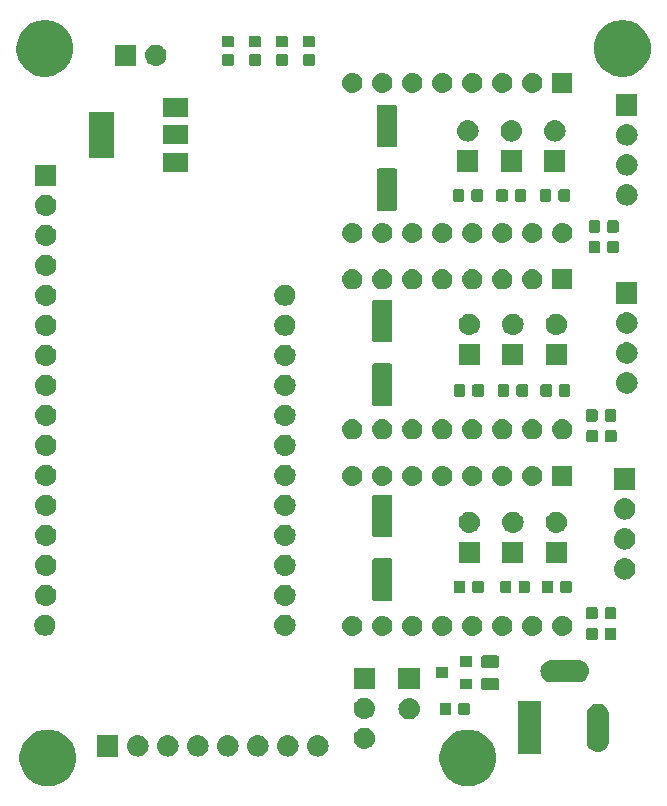
<source format=gts>
G04 #@! TF.GenerationSoftware,KiCad,Pcbnew,(5.0.2)-1*
G04 #@! TF.CreationDate,2020-07-19T21:14:17-04:00*
G04 #@! TF.ProjectId,KiCad Schematic,4b694361-6420-4536-9368-656d61746963,rev?*
G04 #@! TF.SameCoordinates,Original*
G04 #@! TF.FileFunction,Soldermask,Top*
G04 #@! TF.FilePolarity,Negative*
%FSLAX46Y46*%
G04 Gerber Fmt 4.6, Leading zero omitted, Abs format (unit mm)*
G04 Created by KiCad (PCBNEW (5.0.2)-1) date 7/19/2020 9:14:17 PM*
%MOMM*%
%LPD*%
G01*
G04 APERTURE LIST*
%ADD10C,0.100000*%
G04 APERTURE END LIST*
D10*
G36*
X53300412Y-133027135D02*
X53532346Y-133073269D01*
X53713338Y-133148239D01*
X53969299Y-133254261D01*
X54362551Y-133517024D01*
X54696976Y-133851449D01*
X54959739Y-134244701D01*
X55054263Y-134472903D01*
X55120164Y-134632000D01*
X55140731Y-134681655D01*
X55233000Y-135145521D01*
X55233000Y-135618479D01*
X55140731Y-136082345D01*
X54959739Y-136519299D01*
X54696976Y-136912551D01*
X54362551Y-137246976D01*
X53969299Y-137509739D01*
X53713338Y-137615761D01*
X53532346Y-137690731D01*
X53300412Y-137736866D01*
X53068479Y-137783000D01*
X52595521Y-137783000D01*
X52363588Y-137736866D01*
X52131654Y-137690731D01*
X51950662Y-137615761D01*
X51694701Y-137509739D01*
X51301449Y-137246976D01*
X50967024Y-136912551D01*
X50704261Y-136519299D01*
X50523269Y-136082345D01*
X50431000Y-135618479D01*
X50431000Y-135145521D01*
X50523269Y-134681655D01*
X50543837Y-134632000D01*
X50609737Y-134472903D01*
X50704261Y-134244701D01*
X50967024Y-133851449D01*
X51301449Y-133517024D01*
X51694701Y-133254261D01*
X51950662Y-133148239D01*
X52131654Y-133073269D01*
X52363588Y-133027135D01*
X52595521Y-132981000D01*
X53068479Y-132981000D01*
X53300412Y-133027135D01*
X53300412Y-133027135D01*
G37*
G36*
X17740412Y-133027135D02*
X17972346Y-133073269D01*
X18153338Y-133148239D01*
X18409299Y-133254261D01*
X18802551Y-133517024D01*
X19136976Y-133851449D01*
X19399739Y-134244701D01*
X19494263Y-134472903D01*
X19560164Y-134632000D01*
X19580731Y-134681655D01*
X19673000Y-135145521D01*
X19673000Y-135618479D01*
X19580731Y-136082345D01*
X19399739Y-136519299D01*
X19136976Y-136912551D01*
X18802551Y-137246976D01*
X18409299Y-137509739D01*
X18153338Y-137615761D01*
X17972346Y-137690731D01*
X17740412Y-137736866D01*
X17508479Y-137783000D01*
X17035521Y-137783000D01*
X16803588Y-137736866D01*
X16571654Y-137690731D01*
X16390662Y-137615761D01*
X16134701Y-137509739D01*
X15741449Y-137246976D01*
X15407024Y-136912551D01*
X15144261Y-136519299D01*
X14963269Y-136082345D01*
X14871000Y-135618479D01*
X14871000Y-135145521D01*
X14963269Y-134681655D01*
X14983837Y-134632000D01*
X15049737Y-134472903D01*
X15144261Y-134244701D01*
X15407024Y-133851449D01*
X15741449Y-133517024D01*
X16134701Y-133254261D01*
X16390662Y-133148239D01*
X16571654Y-133073269D01*
X16803588Y-133027135D01*
X17035521Y-132981000D01*
X17508479Y-132981000D01*
X17740412Y-133027135D01*
X17740412Y-133027135D01*
G37*
G36*
X37702442Y-133471518D02*
X37768627Y-133478037D01*
X37881853Y-133512384D01*
X37938467Y-133529557D01*
X38077087Y-133603652D01*
X38094991Y-133613222D01*
X38130729Y-133642552D01*
X38232186Y-133725814D01*
X38315448Y-133827271D01*
X38344778Y-133863009D01*
X38344779Y-133863011D01*
X38428443Y-134019533D01*
X38428443Y-134019534D01*
X38479963Y-134189373D01*
X38497359Y-134366000D01*
X38479963Y-134542627D01*
X38472435Y-134567443D01*
X38428443Y-134712467D01*
X38368367Y-134824859D01*
X38344778Y-134868991D01*
X38321298Y-134897601D01*
X38232186Y-135006186D01*
X38130729Y-135089448D01*
X38094991Y-135118778D01*
X38094989Y-135118779D01*
X37938467Y-135202443D01*
X37881853Y-135219616D01*
X37768627Y-135253963D01*
X37702443Y-135260481D01*
X37636260Y-135267000D01*
X37547740Y-135267000D01*
X37481557Y-135260481D01*
X37415373Y-135253963D01*
X37302147Y-135219616D01*
X37245533Y-135202443D01*
X37089011Y-135118779D01*
X37089009Y-135118778D01*
X37053271Y-135089448D01*
X36951814Y-135006186D01*
X36862702Y-134897601D01*
X36839222Y-134868991D01*
X36815633Y-134824859D01*
X36755557Y-134712467D01*
X36711565Y-134567443D01*
X36704037Y-134542627D01*
X36686641Y-134366000D01*
X36704037Y-134189373D01*
X36755557Y-134019534D01*
X36755557Y-134019533D01*
X36839221Y-133863011D01*
X36839222Y-133863009D01*
X36868552Y-133827271D01*
X36951814Y-133725814D01*
X37053271Y-133642552D01*
X37089009Y-133613222D01*
X37106913Y-133603652D01*
X37245533Y-133529557D01*
X37302147Y-133512384D01*
X37415373Y-133478037D01*
X37481558Y-133471518D01*
X37547740Y-133465000D01*
X37636260Y-133465000D01*
X37702442Y-133471518D01*
X37702442Y-133471518D01*
G37*
G36*
X32622442Y-133471518D02*
X32688627Y-133478037D01*
X32801853Y-133512384D01*
X32858467Y-133529557D01*
X32997087Y-133603652D01*
X33014991Y-133613222D01*
X33050729Y-133642552D01*
X33152186Y-133725814D01*
X33235448Y-133827271D01*
X33264778Y-133863009D01*
X33264779Y-133863011D01*
X33348443Y-134019533D01*
X33348443Y-134019534D01*
X33399963Y-134189373D01*
X33417359Y-134366000D01*
X33399963Y-134542627D01*
X33392435Y-134567443D01*
X33348443Y-134712467D01*
X33288367Y-134824859D01*
X33264778Y-134868991D01*
X33241298Y-134897601D01*
X33152186Y-135006186D01*
X33050729Y-135089448D01*
X33014991Y-135118778D01*
X33014989Y-135118779D01*
X32858467Y-135202443D01*
X32801853Y-135219616D01*
X32688627Y-135253963D01*
X32622443Y-135260481D01*
X32556260Y-135267000D01*
X32467740Y-135267000D01*
X32401557Y-135260481D01*
X32335373Y-135253963D01*
X32222147Y-135219616D01*
X32165533Y-135202443D01*
X32009011Y-135118779D01*
X32009009Y-135118778D01*
X31973271Y-135089448D01*
X31871814Y-135006186D01*
X31782702Y-134897601D01*
X31759222Y-134868991D01*
X31735633Y-134824859D01*
X31675557Y-134712467D01*
X31631565Y-134567443D01*
X31624037Y-134542627D01*
X31606641Y-134366000D01*
X31624037Y-134189373D01*
X31675557Y-134019534D01*
X31675557Y-134019533D01*
X31759221Y-133863011D01*
X31759222Y-133863009D01*
X31788552Y-133827271D01*
X31871814Y-133725814D01*
X31973271Y-133642552D01*
X32009009Y-133613222D01*
X32026913Y-133603652D01*
X32165533Y-133529557D01*
X32222147Y-133512384D01*
X32335373Y-133478037D01*
X32401558Y-133471518D01*
X32467740Y-133465000D01*
X32556260Y-133465000D01*
X32622442Y-133471518D01*
X32622442Y-133471518D01*
G37*
G36*
X23253000Y-135267000D02*
X21451000Y-135267000D01*
X21451000Y-133465000D01*
X23253000Y-133465000D01*
X23253000Y-135267000D01*
X23253000Y-135267000D01*
G37*
G36*
X25002442Y-133471518D02*
X25068627Y-133478037D01*
X25181853Y-133512384D01*
X25238467Y-133529557D01*
X25377087Y-133603652D01*
X25394991Y-133613222D01*
X25430729Y-133642552D01*
X25532186Y-133725814D01*
X25615448Y-133827271D01*
X25644778Y-133863009D01*
X25644779Y-133863011D01*
X25728443Y-134019533D01*
X25728443Y-134019534D01*
X25779963Y-134189373D01*
X25797359Y-134366000D01*
X25779963Y-134542627D01*
X25772435Y-134567443D01*
X25728443Y-134712467D01*
X25668367Y-134824859D01*
X25644778Y-134868991D01*
X25621298Y-134897601D01*
X25532186Y-135006186D01*
X25430729Y-135089448D01*
X25394991Y-135118778D01*
X25394989Y-135118779D01*
X25238467Y-135202443D01*
X25181853Y-135219616D01*
X25068627Y-135253963D01*
X25002443Y-135260481D01*
X24936260Y-135267000D01*
X24847740Y-135267000D01*
X24781557Y-135260481D01*
X24715373Y-135253963D01*
X24602147Y-135219616D01*
X24545533Y-135202443D01*
X24389011Y-135118779D01*
X24389009Y-135118778D01*
X24353271Y-135089448D01*
X24251814Y-135006186D01*
X24162702Y-134897601D01*
X24139222Y-134868991D01*
X24115633Y-134824859D01*
X24055557Y-134712467D01*
X24011565Y-134567443D01*
X24004037Y-134542627D01*
X23986641Y-134366000D01*
X24004037Y-134189373D01*
X24055557Y-134019534D01*
X24055557Y-134019533D01*
X24139221Y-133863011D01*
X24139222Y-133863009D01*
X24168552Y-133827271D01*
X24251814Y-133725814D01*
X24353271Y-133642552D01*
X24389009Y-133613222D01*
X24406913Y-133603652D01*
X24545533Y-133529557D01*
X24602147Y-133512384D01*
X24715373Y-133478037D01*
X24781558Y-133471518D01*
X24847740Y-133465000D01*
X24936260Y-133465000D01*
X25002442Y-133471518D01*
X25002442Y-133471518D01*
G37*
G36*
X27542442Y-133471518D02*
X27608627Y-133478037D01*
X27721853Y-133512384D01*
X27778467Y-133529557D01*
X27917087Y-133603652D01*
X27934991Y-133613222D01*
X27970729Y-133642552D01*
X28072186Y-133725814D01*
X28155448Y-133827271D01*
X28184778Y-133863009D01*
X28184779Y-133863011D01*
X28268443Y-134019533D01*
X28268443Y-134019534D01*
X28319963Y-134189373D01*
X28337359Y-134366000D01*
X28319963Y-134542627D01*
X28312435Y-134567443D01*
X28268443Y-134712467D01*
X28208367Y-134824859D01*
X28184778Y-134868991D01*
X28161298Y-134897601D01*
X28072186Y-135006186D01*
X27970729Y-135089448D01*
X27934991Y-135118778D01*
X27934989Y-135118779D01*
X27778467Y-135202443D01*
X27721853Y-135219616D01*
X27608627Y-135253963D01*
X27542443Y-135260481D01*
X27476260Y-135267000D01*
X27387740Y-135267000D01*
X27321557Y-135260481D01*
X27255373Y-135253963D01*
X27142147Y-135219616D01*
X27085533Y-135202443D01*
X26929011Y-135118779D01*
X26929009Y-135118778D01*
X26893271Y-135089448D01*
X26791814Y-135006186D01*
X26702702Y-134897601D01*
X26679222Y-134868991D01*
X26655633Y-134824859D01*
X26595557Y-134712467D01*
X26551565Y-134567443D01*
X26544037Y-134542627D01*
X26526641Y-134366000D01*
X26544037Y-134189373D01*
X26595557Y-134019534D01*
X26595557Y-134019533D01*
X26679221Y-133863011D01*
X26679222Y-133863009D01*
X26708552Y-133827271D01*
X26791814Y-133725814D01*
X26893271Y-133642552D01*
X26929009Y-133613222D01*
X26946913Y-133603652D01*
X27085533Y-133529557D01*
X27142147Y-133512384D01*
X27255373Y-133478037D01*
X27321558Y-133471518D01*
X27387740Y-133465000D01*
X27476260Y-133465000D01*
X27542442Y-133471518D01*
X27542442Y-133471518D01*
G37*
G36*
X35162442Y-133471518D02*
X35228627Y-133478037D01*
X35341853Y-133512384D01*
X35398467Y-133529557D01*
X35537087Y-133603652D01*
X35554991Y-133613222D01*
X35590729Y-133642552D01*
X35692186Y-133725814D01*
X35775448Y-133827271D01*
X35804778Y-133863009D01*
X35804779Y-133863011D01*
X35888443Y-134019533D01*
X35888443Y-134019534D01*
X35939963Y-134189373D01*
X35957359Y-134366000D01*
X35939963Y-134542627D01*
X35932435Y-134567443D01*
X35888443Y-134712467D01*
X35828367Y-134824859D01*
X35804778Y-134868991D01*
X35781298Y-134897601D01*
X35692186Y-135006186D01*
X35590729Y-135089448D01*
X35554991Y-135118778D01*
X35554989Y-135118779D01*
X35398467Y-135202443D01*
X35341853Y-135219616D01*
X35228627Y-135253963D01*
X35162443Y-135260481D01*
X35096260Y-135267000D01*
X35007740Y-135267000D01*
X34941557Y-135260481D01*
X34875373Y-135253963D01*
X34762147Y-135219616D01*
X34705533Y-135202443D01*
X34549011Y-135118779D01*
X34549009Y-135118778D01*
X34513271Y-135089448D01*
X34411814Y-135006186D01*
X34322702Y-134897601D01*
X34299222Y-134868991D01*
X34275633Y-134824859D01*
X34215557Y-134712467D01*
X34171565Y-134567443D01*
X34164037Y-134542627D01*
X34146641Y-134366000D01*
X34164037Y-134189373D01*
X34215557Y-134019534D01*
X34215557Y-134019533D01*
X34299221Y-133863011D01*
X34299222Y-133863009D01*
X34328552Y-133827271D01*
X34411814Y-133725814D01*
X34513271Y-133642552D01*
X34549009Y-133613222D01*
X34566913Y-133603652D01*
X34705533Y-133529557D01*
X34762147Y-133512384D01*
X34875373Y-133478037D01*
X34941558Y-133471518D01*
X35007740Y-133465000D01*
X35096260Y-133465000D01*
X35162442Y-133471518D01*
X35162442Y-133471518D01*
G37*
G36*
X40242442Y-133471518D02*
X40308627Y-133478037D01*
X40421853Y-133512384D01*
X40478467Y-133529557D01*
X40617087Y-133603652D01*
X40634991Y-133613222D01*
X40670729Y-133642552D01*
X40772186Y-133725814D01*
X40855448Y-133827271D01*
X40884778Y-133863009D01*
X40884779Y-133863011D01*
X40968443Y-134019533D01*
X40968443Y-134019534D01*
X41019963Y-134189373D01*
X41037359Y-134366000D01*
X41019963Y-134542627D01*
X41012435Y-134567443D01*
X40968443Y-134712467D01*
X40908367Y-134824859D01*
X40884778Y-134868991D01*
X40861298Y-134897601D01*
X40772186Y-135006186D01*
X40670729Y-135089448D01*
X40634991Y-135118778D01*
X40634989Y-135118779D01*
X40478467Y-135202443D01*
X40421853Y-135219616D01*
X40308627Y-135253963D01*
X40242443Y-135260481D01*
X40176260Y-135267000D01*
X40087740Y-135267000D01*
X40021557Y-135260481D01*
X39955373Y-135253963D01*
X39842147Y-135219616D01*
X39785533Y-135202443D01*
X39629011Y-135118779D01*
X39629009Y-135118778D01*
X39593271Y-135089448D01*
X39491814Y-135006186D01*
X39402702Y-134897601D01*
X39379222Y-134868991D01*
X39355633Y-134824859D01*
X39295557Y-134712467D01*
X39251565Y-134567443D01*
X39244037Y-134542627D01*
X39226641Y-134366000D01*
X39244037Y-134189373D01*
X39295557Y-134019534D01*
X39295557Y-134019533D01*
X39379221Y-133863011D01*
X39379222Y-133863009D01*
X39408552Y-133827271D01*
X39491814Y-133725814D01*
X39593271Y-133642552D01*
X39629009Y-133613222D01*
X39646913Y-133603652D01*
X39785533Y-133529557D01*
X39842147Y-133512384D01*
X39955373Y-133478037D01*
X40021558Y-133471518D01*
X40087740Y-133465000D01*
X40176260Y-133465000D01*
X40242442Y-133471518D01*
X40242442Y-133471518D01*
G37*
G36*
X30082442Y-133471518D02*
X30148627Y-133478037D01*
X30261853Y-133512384D01*
X30318467Y-133529557D01*
X30457087Y-133603652D01*
X30474991Y-133613222D01*
X30510729Y-133642552D01*
X30612186Y-133725814D01*
X30695448Y-133827271D01*
X30724778Y-133863009D01*
X30724779Y-133863011D01*
X30808443Y-134019533D01*
X30808443Y-134019534D01*
X30859963Y-134189373D01*
X30877359Y-134366000D01*
X30859963Y-134542627D01*
X30852435Y-134567443D01*
X30808443Y-134712467D01*
X30748367Y-134824859D01*
X30724778Y-134868991D01*
X30701298Y-134897601D01*
X30612186Y-135006186D01*
X30510729Y-135089448D01*
X30474991Y-135118778D01*
X30474989Y-135118779D01*
X30318467Y-135202443D01*
X30261853Y-135219616D01*
X30148627Y-135253963D01*
X30082443Y-135260481D01*
X30016260Y-135267000D01*
X29927740Y-135267000D01*
X29861557Y-135260481D01*
X29795373Y-135253963D01*
X29682147Y-135219616D01*
X29625533Y-135202443D01*
X29469011Y-135118779D01*
X29469009Y-135118778D01*
X29433271Y-135089448D01*
X29331814Y-135006186D01*
X29242702Y-134897601D01*
X29219222Y-134868991D01*
X29195633Y-134824859D01*
X29135557Y-134712467D01*
X29091565Y-134567443D01*
X29084037Y-134542627D01*
X29066641Y-134366000D01*
X29084037Y-134189373D01*
X29135557Y-134019534D01*
X29135557Y-134019533D01*
X29219221Y-133863011D01*
X29219222Y-133863009D01*
X29248552Y-133827271D01*
X29331814Y-133725814D01*
X29433271Y-133642552D01*
X29469009Y-133613222D01*
X29486913Y-133603652D01*
X29625533Y-133529557D01*
X29682147Y-133512384D01*
X29795373Y-133478037D01*
X29861558Y-133471518D01*
X29927740Y-133465000D01*
X30016260Y-133465000D01*
X30082442Y-133471518D01*
X30082442Y-133471518D01*
G37*
G36*
X58990000Y-135093000D02*
X57088000Y-135093000D01*
X57088000Y-130591000D01*
X58990000Y-130591000D01*
X58990000Y-135093000D01*
X58990000Y-135093000D01*
G37*
G36*
X64025424Y-130804760D02*
X64025427Y-130804761D01*
X64025428Y-130804761D01*
X64204692Y-130859140D01*
X64204694Y-130859141D01*
X64204697Y-130859142D01*
X64369904Y-130947446D01*
X64514712Y-131066288D01*
X64633552Y-131211095D01*
X64633553Y-131211097D01*
X64721860Y-131376307D01*
X64730720Y-131405516D01*
X64776240Y-131555575D01*
X64790000Y-131695282D01*
X64790000Y-133988718D01*
X64776240Y-134128425D01*
X64776239Y-134128428D01*
X64776239Y-134128429D01*
X64740969Y-134244700D01*
X64721859Y-134307695D01*
X64633552Y-134472905D01*
X64514712Y-134617712D01*
X64369905Y-134736552D01*
X64369903Y-134736553D01*
X64204693Y-134824860D01*
X64025429Y-134879239D01*
X64025428Y-134879239D01*
X64025425Y-134879240D01*
X63839000Y-134897601D01*
X63652576Y-134879240D01*
X63652573Y-134879239D01*
X63652572Y-134879239D01*
X63473308Y-134824860D01*
X63308098Y-134736553D01*
X63308096Y-134736552D01*
X63163289Y-134617712D01*
X63044449Y-134472905D01*
X62956142Y-134307695D01*
X62937033Y-134244700D01*
X62901762Y-134128429D01*
X62901762Y-134128428D01*
X62901761Y-134128425D01*
X62888001Y-133988718D01*
X62888000Y-131695283D01*
X62901760Y-131555576D01*
X62901761Y-131555572D01*
X62956140Y-131376308D01*
X62956141Y-131376306D01*
X62956142Y-131376303D01*
X63044446Y-131211096D01*
X63163288Y-131066288D01*
X63308095Y-130947448D01*
X63473305Y-130859141D01*
X63473307Y-130859140D01*
X63652571Y-130804761D01*
X63652572Y-130804761D01*
X63652575Y-130804760D01*
X63839000Y-130786399D01*
X64025424Y-130804760D01*
X64025424Y-130804760D01*
G37*
G36*
X44179443Y-132836519D02*
X44245627Y-132843037D01*
X44358853Y-132877384D01*
X44415467Y-132894557D01*
X44554087Y-132968652D01*
X44571991Y-132978222D01*
X44607729Y-133007552D01*
X44709186Y-133090814D01*
X44792448Y-133192271D01*
X44821778Y-133228009D01*
X44821779Y-133228011D01*
X44905443Y-133384533D01*
X44905443Y-133384534D01*
X44956963Y-133554373D01*
X44974359Y-133731000D01*
X44956963Y-133907627D01*
X44932364Y-133988718D01*
X44905443Y-134077467D01*
X44845627Y-134189373D01*
X44821778Y-134233991D01*
X44812989Y-134244700D01*
X44709186Y-134371186D01*
X44607729Y-134454448D01*
X44571991Y-134483778D01*
X44571989Y-134483779D01*
X44415467Y-134567443D01*
X44358853Y-134584616D01*
X44245627Y-134618963D01*
X44179442Y-134625482D01*
X44113260Y-134632000D01*
X44024740Y-134632000D01*
X43958558Y-134625482D01*
X43892373Y-134618963D01*
X43779147Y-134584616D01*
X43722533Y-134567443D01*
X43566011Y-134483779D01*
X43566009Y-134483778D01*
X43530271Y-134454448D01*
X43428814Y-134371186D01*
X43325011Y-134244700D01*
X43316222Y-134233991D01*
X43292373Y-134189373D01*
X43232557Y-134077467D01*
X43205636Y-133988718D01*
X43181037Y-133907627D01*
X43163641Y-133731000D01*
X43181037Y-133554373D01*
X43232557Y-133384534D01*
X43232557Y-133384533D01*
X43316221Y-133228011D01*
X43316222Y-133228009D01*
X43345552Y-133192271D01*
X43428814Y-133090814D01*
X43530271Y-133007552D01*
X43566009Y-132978222D01*
X43583913Y-132968652D01*
X43722533Y-132894557D01*
X43779147Y-132877384D01*
X43892373Y-132843037D01*
X43958557Y-132836519D01*
X44024740Y-132830000D01*
X44113260Y-132830000D01*
X44179443Y-132836519D01*
X44179443Y-132836519D01*
G37*
G36*
X47971731Y-130334408D02*
X48037915Y-130340926D01*
X48151141Y-130375273D01*
X48207755Y-130392446D01*
X48346375Y-130466541D01*
X48364279Y-130476111D01*
X48400017Y-130505441D01*
X48501474Y-130588703D01*
X48582971Y-130688009D01*
X48614066Y-130725898D01*
X48614067Y-130725900D01*
X48697731Y-130882422D01*
X48697731Y-130882423D01*
X48749251Y-131052262D01*
X48766647Y-131228889D01*
X48749251Y-131405516D01*
X48717362Y-131510639D01*
X48697731Y-131575356D01*
X48640006Y-131683350D01*
X48614066Y-131731880D01*
X48599034Y-131750196D01*
X48501474Y-131869075D01*
X48400017Y-131952337D01*
X48364279Y-131981667D01*
X48364277Y-131981668D01*
X48207755Y-132065332D01*
X48162819Y-132078963D01*
X48037915Y-132116852D01*
X47971730Y-132123371D01*
X47905548Y-132129889D01*
X47817028Y-132129889D01*
X47750846Y-132123371D01*
X47684661Y-132116852D01*
X47559757Y-132078963D01*
X47514821Y-132065332D01*
X47358299Y-131981668D01*
X47358297Y-131981667D01*
X47322559Y-131952337D01*
X47221102Y-131869075D01*
X47123542Y-131750196D01*
X47108510Y-131731880D01*
X47082570Y-131683350D01*
X47024845Y-131575356D01*
X47005214Y-131510639D01*
X46973325Y-131405516D01*
X46955929Y-131228889D01*
X46973325Y-131052262D01*
X47024845Y-130882423D01*
X47024845Y-130882422D01*
X47108509Y-130725900D01*
X47108510Y-130725898D01*
X47139605Y-130688009D01*
X47221102Y-130588703D01*
X47322559Y-130505441D01*
X47358297Y-130476111D01*
X47376201Y-130466541D01*
X47514821Y-130392446D01*
X47571435Y-130375273D01*
X47684661Y-130340926D01*
X47750845Y-130334408D01*
X47817028Y-130327889D01*
X47905548Y-130327889D01*
X47971731Y-130334408D01*
X47971731Y-130334408D01*
G37*
G36*
X44179443Y-130296519D02*
X44245627Y-130303037D01*
X44327553Y-130327889D01*
X44415467Y-130354557D01*
X44486351Y-130392446D01*
X44571991Y-130438222D01*
X44607729Y-130467552D01*
X44709186Y-130550814D01*
X44792448Y-130652271D01*
X44821778Y-130688009D01*
X44821779Y-130688011D01*
X44905443Y-130844533D01*
X44919471Y-130890779D01*
X44956963Y-131014373D01*
X44974359Y-131191000D01*
X44956963Y-131367627D01*
X44922616Y-131480853D01*
X44905443Y-131537467D01*
X44867485Y-131608480D01*
X44821778Y-131693991D01*
X44797350Y-131723756D01*
X44709186Y-131831186D01*
X44607729Y-131914448D01*
X44571991Y-131943778D01*
X44571989Y-131943779D01*
X44415467Y-132027443D01*
X44358853Y-132044616D01*
X44245627Y-132078963D01*
X44179443Y-132085481D01*
X44113260Y-132092000D01*
X44024740Y-132092000D01*
X43958557Y-132085481D01*
X43892373Y-132078963D01*
X43779147Y-132044616D01*
X43722533Y-132027443D01*
X43566011Y-131943779D01*
X43566009Y-131943778D01*
X43530271Y-131914448D01*
X43428814Y-131831186D01*
X43340650Y-131723756D01*
X43316222Y-131693991D01*
X43270515Y-131608480D01*
X43232557Y-131537467D01*
X43215384Y-131480853D01*
X43181037Y-131367627D01*
X43163641Y-131191000D01*
X43181037Y-131014373D01*
X43218529Y-130890779D01*
X43232557Y-130844533D01*
X43316221Y-130688011D01*
X43316222Y-130688009D01*
X43345552Y-130652271D01*
X43428814Y-130550814D01*
X43530271Y-130467552D01*
X43566009Y-130438222D01*
X43651649Y-130392446D01*
X43722533Y-130354557D01*
X43810447Y-130327889D01*
X43892373Y-130303037D01*
X43958557Y-130296519D01*
X44024740Y-130290000D01*
X44113260Y-130290000D01*
X44179443Y-130296519D01*
X44179443Y-130296519D01*
G37*
G36*
X51274379Y-130706974D02*
X51308357Y-130717282D01*
X51339675Y-130734022D01*
X51367127Y-130756550D01*
X51389655Y-130784002D01*
X51406395Y-130815320D01*
X51416703Y-130849298D01*
X51420788Y-130890779D01*
X51420788Y-131566999D01*
X51416703Y-131608480D01*
X51406395Y-131642458D01*
X51389655Y-131673776D01*
X51367127Y-131701228D01*
X51339675Y-131723756D01*
X51308357Y-131740496D01*
X51274379Y-131750804D01*
X51232898Y-131754889D01*
X50631678Y-131754889D01*
X50590197Y-131750804D01*
X50556219Y-131740496D01*
X50524901Y-131723756D01*
X50497449Y-131701228D01*
X50474921Y-131673776D01*
X50458181Y-131642458D01*
X50447873Y-131608480D01*
X50443788Y-131566999D01*
X50443788Y-130890779D01*
X50447873Y-130849298D01*
X50458181Y-130815320D01*
X50474921Y-130784002D01*
X50497449Y-130756550D01*
X50524901Y-130734022D01*
X50556219Y-130717282D01*
X50590197Y-130706974D01*
X50631678Y-130702889D01*
X51232898Y-130702889D01*
X51274379Y-130706974D01*
X51274379Y-130706974D01*
G37*
G36*
X52849379Y-130706974D02*
X52883357Y-130717282D01*
X52914675Y-130734022D01*
X52942127Y-130756550D01*
X52964655Y-130784002D01*
X52981395Y-130815320D01*
X52991703Y-130849298D01*
X52995788Y-130890779D01*
X52995788Y-131566999D01*
X52991703Y-131608480D01*
X52981395Y-131642458D01*
X52964655Y-131673776D01*
X52942127Y-131701228D01*
X52914675Y-131723756D01*
X52883357Y-131740496D01*
X52849379Y-131750804D01*
X52807898Y-131754889D01*
X52206678Y-131754889D01*
X52165197Y-131750804D01*
X52131219Y-131740496D01*
X52099901Y-131723756D01*
X52072449Y-131701228D01*
X52049921Y-131673776D01*
X52033181Y-131642458D01*
X52022873Y-131608480D01*
X52018788Y-131566999D01*
X52018788Y-130890779D01*
X52022873Y-130849298D01*
X52033181Y-130815320D01*
X52049921Y-130784002D01*
X52072449Y-130756550D01*
X52099901Y-130734022D01*
X52131219Y-130717282D01*
X52165197Y-130706974D01*
X52206678Y-130702889D01*
X52807898Y-130702889D01*
X52849379Y-130706974D01*
X52849379Y-130706974D01*
G37*
G36*
X55303754Y-128584454D02*
X55342425Y-128596185D01*
X55378067Y-128615237D01*
X55409305Y-128640872D01*
X55434940Y-128672110D01*
X55453992Y-128707752D01*
X55465723Y-128746423D01*
X55470288Y-128792777D01*
X55470288Y-129444001D01*
X55465723Y-129490355D01*
X55453992Y-129529026D01*
X55434940Y-129564668D01*
X55409305Y-129595906D01*
X55378067Y-129621541D01*
X55342425Y-129640593D01*
X55303754Y-129652324D01*
X55257400Y-129656889D01*
X54181176Y-129656889D01*
X54134822Y-129652324D01*
X54096151Y-129640593D01*
X54060509Y-129621541D01*
X54029271Y-129595906D01*
X54003636Y-129564668D01*
X53984584Y-129529026D01*
X53972853Y-129490355D01*
X53968288Y-129444001D01*
X53968288Y-128792777D01*
X53972853Y-128746423D01*
X53984584Y-128707752D01*
X54003636Y-128672110D01*
X54029271Y-128640872D01*
X54060509Y-128615237D01*
X54096151Y-128596185D01*
X54134822Y-128584454D01*
X54181176Y-128579889D01*
X55257400Y-128579889D01*
X55303754Y-128584454D01*
X55303754Y-128584454D01*
G37*
G36*
X48762288Y-129589889D02*
X46960288Y-129589889D01*
X46960288Y-127787889D01*
X48762288Y-127787889D01*
X48762288Y-129589889D01*
X48762288Y-129589889D01*
G37*
G36*
X53172288Y-129581889D02*
X52170288Y-129581889D01*
X52170288Y-128679889D01*
X53172288Y-128679889D01*
X53172288Y-129581889D01*
X53172288Y-129581889D01*
G37*
G36*
X44970000Y-129552000D02*
X43168000Y-129552000D01*
X43168000Y-127750000D01*
X44970000Y-127750000D01*
X44970000Y-129552000D01*
X44970000Y-129552000D01*
G37*
G36*
X62325425Y-127104760D02*
X62325428Y-127104761D01*
X62325429Y-127104761D01*
X62504693Y-127159140D01*
X62504695Y-127159141D01*
X62669905Y-127247448D01*
X62814712Y-127366288D01*
X62933552Y-127511095D01*
X63009951Y-127654026D01*
X63021860Y-127676307D01*
X63052318Y-127776715D01*
X63076240Y-127855575D01*
X63094601Y-128042000D01*
X63076240Y-128228425D01*
X63021859Y-128407695D01*
X62933552Y-128572905D01*
X62814712Y-128717712D01*
X62669905Y-128836552D01*
X62669903Y-128836553D01*
X62504693Y-128924860D01*
X62325429Y-128979239D01*
X62325428Y-128979239D01*
X62325425Y-128979240D01*
X62185718Y-128993000D01*
X59892282Y-128993000D01*
X59752575Y-128979240D01*
X59752572Y-128979239D01*
X59752571Y-128979239D01*
X59573307Y-128924860D01*
X59408097Y-128836553D01*
X59408095Y-128836552D01*
X59263288Y-128717712D01*
X59144448Y-128572905D01*
X59056141Y-128407695D01*
X59001760Y-128228425D01*
X58983399Y-128042000D01*
X59001760Y-127855575D01*
X59025682Y-127776715D01*
X59056140Y-127676307D01*
X59068049Y-127654026D01*
X59144448Y-127511095D01*
X59263288Y-127366288D01*
X59408095Y-127247448D01*
X59573305Y-127159141D01*
X59573307Y-127159140D01*
X59752571Y-127104761D01*
X59752572Y-127104761D01*
X59752575Y-127104760D01*
X59892282Y-127091000D01*
X62185718Y-127091000D01*
X62325425Y-127104760D01*
X62325425Y-127104760D01*
G37*
G36*
X51172288Y-128631889D02*
X50170288Y-128631889D01*
X50170288Y-127729889D01*
X51172288Y-127729889D01*
X51172288Y-128631889D01*
X51172288Y-128631889D01*
G37*
G36*
X55303754Y-126709454D02*
X55342425Y-126721185D01*
X55378067Y-126740237D01*
X55409305Y-126765872D01*
X55434940Y-126797110D01*
X55453992Y-126832752D01*
X55465723Y-126871423D01*
X55470288Y-126917777D01*
X55470288Y-127569001D01*
X55465723Y-127615355D01*
X55453992Y-127654026D01*
X55434940Y-127689668D01*
X55409305Y-127720906D01*
X55378067Y-127746541D01*
X55342425Y-127765593D01*
X55303754Y-127777324D01*
X55257400Y-127781889D01*
X54181176Y-127781889D01*
X54134822Y-127777324D01*
X54096151Y-127765593D01*
X54060509Y-127746541D01*
X54029271Y-127720906D01*
X54003636Y-127689668D01*
X53984584Y-127654026D01*
X53972853Y-127615355D01*
X53968288Y-127569001D01*
X53968288Y-126917777D01*
X53972853Y-126871423D01*
X53984584Y-126832752D01*
X54003636Y-126797110D01*
X54029271Y-126765872D01*
X54060509Y-126740237D01*
X54096151Y-126721185D01*
X54134822Y-126709454D01*
X54181176Y-126704889D01*
X55257400Y-126704889D01*
X55303754Y-126709454D01*
X55303754Y-126709454D01*
G37*
G36*
X53172288Y-127681889D02*
X52170288Y-127681889D01*
X52170288Y-126779889D01*
X53172288Y-126779889D01*
X53172288Y-127681889D01*
X53172288Y-127681889D01*
G37*
G36*
X65243591Y-124364085D02*
X65277569Y-124374393D01*
X65308887Y-124391133D01*
X65336339Y-124413661D01*
X65358867Y-124441113D01*
X65375607Y-124472431D01*
X65385915Y-124506409D01*
X65390000Y-124547890D01*
X65390000Y-125224110D01*
X65385915Y-125265591D01*
X65375607Y-125299569D01*
X65358867Y-125330887D01*
X65336339Y-125358339D01*
X65308887Y-125380867D01*
X65277569Y-125397607D01*
X65243591Y-125407915D01*
X65202110Y-125412000D01*
X64600890Y-125412000D01*
X64559409Y-125407915D01*
X64525431Y-125397607D01*
X64494113Y-125380867D01*
X64466661Y-125358339D01*
X64444133Y-125330887D01*
X64427393Y-125299569D01*
X64417085Y-125265591D01*
X64413000Y-125224110D01*
X64413000Y-124547890D01*
X64417085Y-124506409D01*
X64427393Y-124472431D01*
X64444133Y-124441113D01*
X64466661Y-124413661D01*
X64494113Y-124391133D01*
X64525431Y-124374393D01*
X64559409Y-124364085D01*
X64600890Y-124360000D01*
X65202110Y-124360000D01*
X65243591Y-124364085D01*
X65243591Y-124364085D01*
G37*
G36*
X63668591Y-124364085D02*
X63702569Y-124374393D01*
X63733887Y-124391133D01*
X63761339Y-124413661D01*
X63783867Y-124441113D01*
X63800607Y-124472431D01*
X63810915Y-124506409D01*
X63815000Y-124547890D01*
X63815000Y-125224110D01*
X63810915Y-125265591D01*
X63800607Y-125299569D01*
X63783867Y-125330887D01*
X63761339Y-125358339D01*
X63733887Y-125380867D01*
X63702569Y-125397607D01*
X63668591Y-125407915D01*
X63627110Y-125412000D01*
X63025890Y-125412000D01*
X62984409Y-125407915D01*
X62950431Y-125397607D01*
X62919113Y-125380867D01*
X62891661Y-125358339D01*
X62869133Y-125330887D01*
X62852393Y-125299569D01*
X62842085Y-125265591D01*
X62838000Y-125224110D01*
X62838000Y-124547890D01*
X62842085Y-124506409D01*
X62852393Y-124472431D01*
X62869133Y-124441113D01*
X62891661Y-124413661D01*
X62919113Y-124391133D01*
X62950431Y-124374393D01*
X62984409Y-124364085D01*
X63025890Y-124360000D01*
X63627110Y-124360000D01*
X63668591Y-124364085D01*
X63668591Y-124364085D01*
G37*
G36*
X58459821Y-123367313D02*
X58459824Y-123367314D01*
X58459825Y-123367314D01*
X58620239Y-123415975D01*
X58620241Y-123415976D01*
X58620244Y-123415977D01*
X58768078Y-123494995D01*
X58897659Y-123601341D01*
X59004005Y-123730922D01*
X59083023Y-123878756D01*
X59131687Y-124039179D01*
X59148117Y-124206000D01*
X59131687Y-124372821D01*
X59131686Y-124372824D01*
X59131686Y-124372825D01*
X59089838Y-124510780D01*
X59083023Y-124533244D01*
X59004005Y-124681078D01*
X58897659Y-124810659D01*
X58768078Y-124917005D01*
X58620244Y-124996023D01*
X58620241Y-124996024D01*
X58620239Y-124996025D01*
X58459825Y-125044686D01*
X58459824Y-125044686D01*
X58459821Y-125044687D01*
X58334804Y-125057000D01*
X58251196Y-125057000D01*
X58126179Y-125044687D01*
X58126176Y-125044686D01*
X58126175Y-125044686D01*
X57965761Y-124996025D01*
X57965759Y-124996024D01*
X57965756Y-124996023D01*
X57817922Y-124917005D01*
X57688341Y-124810659D01*
X57581995Y-124681078D01*
X57502977Y-124533244D01*
X57496163Y-124510780D01*
X57454314Y-124372825D01*
X57454314Y-124372824D01*
X57454313Y-124372821D01*
X57437883Y-124206000D01*
X57454313Y-124039179D01*
X57502977Y-123878756D01*
X57581995Y-123730922D01*
X57688341Y-123601341D01*
X57817922Y-123494995D01*
X57965756Y-123415977D01*
X57965759Y-123415976D01*
X57965761Y-123415975D01*
X58126175Y-123367314D01*
X58126176Y-123367314D01*
X58126179Y-123367313D01*
X58251196Y-123355000D01*
X58334804Y-123355000D01*
X58459821Y-123367313D01*
X58459821Y-123367313D01*
G37*
G36*
X55919821Y-123367313D02*
X55919824Y-123367314D01*
X55919825Y-123367314D01*
X56080239Y-123415975D01*
X56080241Y-123415976D01*
X56080244Y-123415977D01*
X56228078Y-123494995D01*
X56357659Y-123601341D01*
X56464005Y-123730922D01*
X56543023Y-123878756D01*
X56591687Y-124039179D01*
X56608117Y-124206000D01*
X56591687Y-124372821D01*
X56591686Y-124372824D01*
X56591686Y-124372825D01*
X56549838Y-124510780D01*
X56543023Y-124533244D01*
X56464005Y-124681078D01*
X56357659Y-124810659D01*
X56228078Y-124917005D01*
X56080244Y-124996023D01*
X56080241Y-124996024D01*
X56080239Y-124996025D01*
X55919825Y-125044686D01*
X55919824Y-125044686D01*
X55919821Y-125044687D01*
X55794804Y-125057000D01*
X55711196Y-125057000D01*
X55586179Y-125044687D01*
X55586176Y-125044686D01*
X55586175Y-125044686D01*
X55425761Y-124996025D01*
X55425759Y-124996024D01*
X55425756Y-124996023D01*
X55277922Y-124917005D01*
X55148341Y-124810659D01*
X55041995Y-124681078D01*
X54962977Y-124533244D01*
X54956163Y-124510780D01*
X54914314Y-124372825D01*
X54914314Y-124372824D01*
X54914313Y-124372821D01*
X54897883Y-124206000D01*
X54914313Y-124039179D01*
X54962977Y-123878756D01*
X55041995Y-123730922D01*
X55148341Y-123601341D01*
X55277922Y-123494995D01*
X55425756Y-123415977D01*
X55425759Y-123415976D01*
X55425761Y-123415975D01*
X55586175Y-123367314D01*
X55586176Y-123367314D01*
X55586179Y-123367313D01*
X55711196Y-123355000D01*
X55794804Y-123355000D01*
X55919821Y-123367313D01*
X55919821Y-123367313D01*
G37*
G36*
X53379821Y-123367313D02*
X53379824Y-123367314D01*
X53379825Y-123367314D01*
X53540239Y-123415975D01*
X53540241Y-123415976D01*
X53540244Y-123415977D01*
X53688078Y-123494995D01*
X53817659Y-123601341D01*
X53924005Y-123730922D01*
X54003023Y-123878756D01*
X54051687Y-124039179D01*
X54068117Y-124206000D01*
X54051687Y-124372821D01*
X54051686Y-124372824D01*
X54051686Y-124372825D01*
X54009838Y-124510780D01*
X54003023Y-124533244D01*
X53924005Y-124681078D01*
X53817659Y-124810659D01*
X53688078Y-124917005D01*
X53540244Y-124996023D01*
X53540241Y-124996024D01*
X53540239Y-124996025D01*
X53379825Y-125044686D01*
X53379824Y-125044686D01*
X53379821Y-125044687D01*
X53254804Y-125057000D01*
X53171196Y-125057000D01*
X53046179Y-125044687D01*
X53046176Y-125044686D01*
X53046175Y-125044686D01*
X52885761Y-124996025D01*
X52885759Y-124996024D01*
X52885756Y-124996023D01*
X52737922Y-124917005D01*
X52608341Y-124810659D01*
X52501995Y-124681078D01*
X52422977Y-124533244D01*
X52416163Y-124510780D01*
X52374314Y-124372825D01*
X52374314Y-124372824D01*
X52374313Y-124372821D01*
X52357883Y-124206000D01*
X52374313Y-124039179D01*
X52422977Y-123878756D01*
X52501995Y-123730922D01*
X52608341Y-123601341D01*
X52737922Y-123494995D01*
X52885756Y-123415977D01*
X52885759Y-123415976D01*
X52885761Y-123415975D01*
X53046175Y-123367314D01*
X53046176Y-123367314D01*
X53046179Y-123367313D01*
X53171196Y-123355000D01*
X53254804Y-123355000D01*
X53379821Y-123367313D01*
X53379821Y-123367313D01*
G37*
G36*
X50839821Y-123367313D02*
X50839824Y-123367314D01*
X50839825Y-123367314D01*
X51000239Y-123415975D01*
X51000241Y-123415976D01*
X51000244Y-123415977D01*
X51148078Y-123494995D01*
X51277659Y-123601341D01*
X51384005Y-123730922D01*
X51463023Y-123878756D01*
X51511687Y-124039179D01*
X51528117Y-124206000D01*
X51511687Y-124372821D01*
X51511686Y-124372824D01*
X51511686Y-124372825D01*
X51469838Y-124510780D01*
X51463023Y-124533244D01*
X51384005Y-124681078D01*
X51277659Y-124810659D01*
X51148078Y-124917005D01*
X51000244Y-124996023D01*
X51000241Y-124996024D01*
X51000239Y-124996025D01*
X50839825Y-125044686D01*
X50839824Y-125044686D01*
X50839821Y-125044687D01*
X50714804Y-125057000D01*
X50631196Y-125057000D01*
X50506179Y-125044687D01*
X50506176Y-125044686D01*
X50506175Y-125044686D01*
X50345761Y-124996025D01*
X50345759Y-124996024D01*
X50345756Y-124996023D01*
X50197922Y-124917005D01*
X50068341Y-124810659D01*
X49961995Y-124681078D01*
X49882977Y-124533244D01*
X49876163Y-124510780D01*
X49834314Y-124372825D01*
X49834314Y-124372824D01*
X49834313Y-124372821D01*
X49817883Y-124206000D01*
X49834313Y-124039179D01*
X49882977Y-123878756D01*
X49961995Y-123730922D01*
X50068341Y-123601341D01*
X50197922Y-123494995D01*
X50345756Y-123415977D01*
X50345759Y-123415976D01*
X50345761Y-123415975D01*
X50506175Y-123367314D01*
X50506176Y-123367314D01*
X50506179Y-123367313D01*
X50631196Y-123355000D01*
X50714804Y-123355000D01*
X50839821Y-123367313D01*
X50839821Y-123367313D01*
G37*
G36*
X48299821Y-123367313D02*
X48299824Y-123367314D01*
X48299825Y-123367314D01*
X48460239Y-123415975D01*
X48460241Y-123415976D01*
X48460244Y-123415977D01*
X48608078Y-123494995D01*
X48737659Y-123601341D01*
X48844005Y-123730922D01*
X48923023Y-123878756D01*
X48971687Y-124039179D01*
X48988117Y-124206000D01*
X48971687Y-124372821D01*
X48971686Y-124372824D01*
X48971686Y-124372825D01*
X48929838Y-124510780D01*
X48923023Y-124533244D01*
X48844005Y-124681078D01*
X48737659Y-124810659D01*
X48608078Y-124917005D01*
X48460244Y-124996023D01*
X48460241Y-124996024D01*
X48460239Y-124996025D01*
X48299825Y-125044686D01*
X48299824Y-125044686D01*
X48299821Y-125044687D01*
X48174804Y-125057000D01*
X48091196Y-125057000D01*
X47966179Y-125044687D01*
X47966176Y-125044686D01*
X47966175Y-125044686D01*
X47805761Y-124996025D01*
X47805759Y-124996024D01*
X47805756Y-124996023D01*
X47657922Y-124917005D01*
X47528341Y-124810659D01*
X47421995Y-124681078D01*
X47342977Y-124533244D01*
X47336163Y-124510780D01*
X47294314Y-124372825D01*
X47294314Y-124372824D01*
X47294313Y-124372821D01*
X47277883Y-124206000D01*
X47294313Y-124039179D01*
X47342977Y-123878756D01*
X47421995Y-123730922D01*
X47528341Y-123601341D01*
X47657922Y-123494995D01*
X47805756Y-123415977D01*
X47805759Y-123415976D01*
X47805761Y-123415975D01*
X47966175Y-123367314D01*
X47966176Y-123367314D01*
X47966179Y-123367313D01*
X48091196Y-123355000D01*
X48174804Y-123355000D01*
X48299821Y-123367313D01*
X48299821Y-123367313D01*
G37*
G36*
X45759821Y-123367313D02*
X45759824Y-123367314D01*
X45759825Y-123367314D01*
X45920239Y-123415975D01*
X45920241Y-123415976D01*
X45920244Y-123415977D01*
X46068078Y-123494995D01*
X46197659Y-123601341D01*
X46304005Y-123730922D01*
X46383023Y-123878756D01*
X46431687Y-124039179D01*
X46448117Y-124206000D01*
X46431687Y-124372821D01*
X46431686Y-124372824D01*
X46431686Y-124372825D01*
X46389838Y-124510780D01*
X46383023Y-124533244D01*
X46304005Y-124681078D01*
X46197659Y-124810659D01*
X46068078Y-124917005D01*
X45920244Y-124996023D01*
X45920241Y-124996024D01*
X45920239Y-124996025D01*
X45759825Y-125044686D01*
X45759824Y-125044686D01*
X45759821Y-125044687D01*
X45634804Y-125057000D01*
X45551196Y-125057000D01*
X45426179Y-125044687D01*
X45426176Y-125044686D01*
X45426175Y-125044686D01*
X45265761Y-124996025D01*
X45265759Y-124996024D01*
X45265756Y-124996023D01*
X45117922Y-124917005D01*
X44988341Y-124810659D01*
X44881995Y-124681078D01*
X44802977Y-124533244D01*
X44796163Y-124510780D01*
X44754314Y-124372825D01*
X44754314Y-124372824D01*
X44754313Y-124372821D01*
X44737883Y-124206000D01*
X44754313Y-124039179D01*
X44802977Y-123878756D01*
X44881995Y-123730922D01*
X44988341Y-123601341D01*
X45117922Y-123494995D01*
X45265756Y-123415977D01*
X45265759Y-123415976D01*
X45265761Y-123415975D01*
X45426175Y-123367314D01*
X45426176Y-123367314D01*
X45426179Y-123367313D01*
X45551196Y-123355000D01*
X45634804Y-123355000D01*
X45759821Y-123367313D01*
X45759821Y-123367313D01*
G37*
G36*
X60999821Y-123367313D02*
X60999824Y-123367314D01*
X60999825Y-123367314D01*
X61160239Y-123415975D01*
X61160241Y-123415976D01*
X61160244Y-123415977D01*
X61308078Y-123494995D01*
X61437659Y-123601341D01*
X61544005Y-123730922D01*
X61623023Y-123878756D01*
X61671687Y-124039179D01*
X61688117Y-124206000D01*
X61671687Y-124372821D01*
X61671686Y-124372824D01*
X61671686Y-124372825D01*
X61629838Y-124510780D01*
X61623023Y-124533244D01*
X61544005Y-124681078D01*
X61437659Y-124810659D01*
X61308078Y-124917005D01*
X61160244Y-124996023D01*
X61160241Y-124996024D01*
X61160239Y-124996025D01*
X60999825Y-125044686D01*
X60999824Y-125044686D01*
X60999821Y-125044687D01*
X60874804Y-125057000D01*
X60791196Y-125057000D01*
X60666179Y-125044687D01*
X60666176Y-125044686D01*
X60666175Y-125044686D01*
X60505761Y-124996025D01*
X60505759Y-124996024D01*
X60505756Y-124996023D01*
X60357922Y-124917005D01*
X60228341Y-124810659D01*
X60121995Y-124681078D01*
X60042977Y-124533244D01*
X60036163Y-124510780D01*
X59994314Y-124372825D01*
X59994314Y-124372824D01*
X59994313Y-124372821D01*
X59977883Y-124206000D01*
X59994313Y-124039179D01*
X60042977Y-123878756D01*
X60121995Y-123730922D01*
X60228341Y-123601341D01*
X60357922Y-123494995D01*
X60505756Y-123415977D01*
X60505759Y-123415976D01*
X60505761Y-123415975D01*
X60666175Y-123367314D01*
X60666176Y-123367314D01*
X60666179Y-123367313D01*
X60791196Y-123355000D01*
X60874804Y-123355000D01*
X60999821Y-123367313D01*
X60999821Y-123367313D01*
G37*
G36*
X43219821Y-123367313D02*
X43219824Y-123367314D01*
X43219825Y-123367314D01*
X43380239Y-123415975D01*
X43380241Y-123415976D01*
X43380244Y-123415977D01*
X43528078Y-123494995D01*
X43657659Y-123601341D01*
X43764005Y-123730922D01*
X43843023Y-123878756D01*
X43891687Y-124039179D01*
X43908117Y-124206000D01*
X43891687Y-124372821D01*
X43891686Y-124372824D01*
X43891686Y-124372825D01*
X43849838Y-124510780D01*
X43843023Y-124533244D01*
X43764005Y-124681078D01*
X43657659Y-124810659D01*
X43528078Y-124917005D01*
X43380244Y-124996023D01*
X43380241Y-124996024D01*
X43380239Y-124996025D01*
X43219825Y-125044686D01*
X43219824Y-125044686D01*
X43219821Y-125044687D01*
X43094804Y-125057000D01*
X43011196Y-125057000D01*
X42886179Y-125044687D01*
X42886176Y-125044686D01*
X42886175Y-125044686D01*
X42725761Y-124996025D01*
X42725759Y-124996024D01*
X42725756Y-124996023D01*
X42577922Y-124917005D01*
X42448341Y-124810659D01*
X42341995Y-124681078D01*
X42262977Y-124533244D01*
X42256163Y-124510780D01*
X42214314Y-124372825D01*
X42214314Y-124372824D01*
X42214313Y-124372821D01*
X42197883Y-124206000D01*
X42214313Y-124039179D01*
X42262977Y-123878756D01*
X42341995Y-123730922D01*
X42448341Y-123601341D01*
X42577922Y-123494995D01*
X42725756Y-123415977D01*
X42725759Y-123415976D01*
X42725761Y-123415975D01*
X42886175Y-123367314D01*
X42886176Y-123367314D01*
X42886179Y-123367313D01*
X43011196Y-123355000D01*
X43094804Y-123355000D01*
X43219821Y-123367313D01*
X43219821Y-123367313D01*
G37*
G36*
X17280812Y-123287625D02*
X17444784Y-123355545D01*
X17592354Y-123454148D01*
X17717853Y-123579647D01*
X17816456Y-123727217D01*
X17884376Y-123891189D01*
X17919000Y-124065260D01*
X17919000Y-124242742D01*
X17884376Y-124416813D01*
X17816456Y-124580785D01*
X17717853Y-124728355D01*
X17592354Y-124853854D01*
X17444784Y-124952457D01*
X17280812Y-125020377D01*
X17106741Y-125055001D01*
X16929259Y-125055001D01*
X16755188Y-125020377D01*
X16591216Y-124952457D01*
X16443646Y-124853854D01*
X16318147Y-124728355D01*
X16219544Y-124580785D01*
X16151624Y-124416813D01*
X16117000Y-124242742D01*
X16117000Y-124065260D01*
X16151624Y-123891189D01*
X16219544Y-123727217D01*
X16318147Y-123579647D01*
X16443646Y-123454148D01*
X16591216Y-123355545D01*
X16755188Y-123287625D01*
X16929259Y-123253001D01*
X17106741Y-123253001D01*
X17280812Y-123287625D01*
X17280812Y-123287625D01*
G37*
G36*
X37448442Y-123259519D02*
X37514627Y-123266038D01*
X37627853Y-123300385D01*
X37684467Y-123317558D01*
X37823087Y-123391653D01*
X37840991Y-123401223D01*
X37861129Y-123417750D01*
X37978186Y-123513815D01*
X38055759Y-123608339D01*
X38090778Y-123651010D01*
X38090779Y-123651012D01*
X38174443Y-123807534D01*
X38174443Y-123807535D01*
X38225963Y-123977374D01*
X38243359Y-124154001D01*
X38225963Y-124330628D01*
X38212687Y-124374393D01*
X38174443Y-124500468D01*
X38100348Y-124639088D01*
X38090778Y-124656992D01*
X38071011Y-124681078D01*
X37978186Y-124794187D01*
X37905480Y-124853854D01*
X37840991Y-124906779D01*
X37840989Y-124906780D01*
X37684467Y-124990444D01*
X37627853Y-125007617D01*
X37514627Y-125041964D01*
X37448443Y-125048482D01*
X37382260Y-125055001D01*
X37293740Y-125055001D01*
X37227557Y-125048482D01*
X37161373Y-125041964D01*
X37048147Y-125007617D01*
X36991533Y-124990444D01*
X36835011Y-124906780D01*
X36835009Y-124906779D01*
X36770520Y-124853854D01*
X36697814Y-124794187D01*
X36604989Y-124681078D01*
X36585222Y-124656992D01*
X36575652Y-124639088D01*
X36501557Y-124500468D01*
X36463313Y-124374393D01*
X36450037Y-124330628D01*
X36432641Y-124154001D01*
X36450037Y-123977374D01*
X36501557Y-123807535D01*
X36501557Y-123807534D01*
X36585221Y-123651012D01*
X36585222Y-123651010D01*
X36620241Y-123608339D01*
X36697814Y-123513815D01*
X36814871Y-123417750D01*
X36835009Y-123401223D01*
X36852913Y-123391653D01*
X36991533Y-123317558D01*
X37048147Y-123300385D01*
X37161373Y-123266038D01*
X37227558Y-123259519D01*
X37293740Y-123253001D01*
X37382260Y-123253001D01*
X37448442Y-123259519D01*
X37448442Y-123259519D01*
G37*
G36*
X65243591Y-122614085D02*
X65277569Y-122624393D01*
X65308887Y-122641133D01*
X65336339Y-122663661D01*
X65358867Y-122691113D01*
X65375607Y-122722431D01*
X65385915Y-122756409D01*
X65390000Y-122797890D01*
X65390000Y-123474110D01*
X65385915Y-123515591D01*
X65375607Y-123549569D01*
X65358867Y-123580887D01*
X65336339Y-123608339D01*
X65308887Y-123630867D01*
X65277569Y-123647607D01*
X65243591Y-123657915D01*
X65202110Y-123662000D01*
X64600890Y-123662000D01*
X64559409Y-123657915D01*
X64525431Y-123647607D01*
X64494113Y-123630867D01*
X64466661Y-123608339D01*
X64444133Y-123580887D01*
X64427393Y-123549569D01*
X64417085Y-123515591D01*
X64413000Y-123474110D01*
X64413000Y-122797890D01*
X64417085Y-122756409D01*
X64427393Y-122722431D01*
X64444133Y-122691113D01*
X64466661Y-122663661D01*
X64494113Y-122641133D01*
X64525431Y-122624393D01*
X64559409Y-122614085D01*
X64600890Y-122610000D01*
X65202110Y-122610000D01*
X65243591Y-122614085D01*
X65243591Y-122614085D01*
G37*
G36*
X63668591Y-122614085D02*
X63702569Y-122624393D01*
X63733887Y-122641133D01*
X63761339Y-122663661D01*
X63783867Y-122691113D01*
X63800607Y-122722431D01*
X63810915Y-122756409D01*
X63815000Y-122797890D01*
X63815000Y-123474110D01*
X63810915Y-123515591D01*
X63800607Y-123549569D01*
X63783867Y-123580887D01*
X63761339Y-123608339D01*
X63733887Y-123630867D01*
X63702569Y-123647607D01*
X63668591Y-123657915D01*
X63627110Y-123662000D01*
X63025890Y-123662000D01*
X62984409Y-123657915D01*
X62950431Y-123647607D01*
X62919113Y-123630867D01*
X62891661Y-123608339D01*
X62869133Y-123580887D01*
X62852393Y-123549569D01*
X62842085Y-123515591D01*
X62838000Y-123474110D01*
X62838000Y-122797890D01*
X62842085Y-122756409D01*
X62852393Y-122722431D01*
X62869133Y-122691113D01*
X62891661Y-122663661D01*
X62919113Y-122641133D01*
X62950431Y-122624393D01*
X62984409Y-122614085D01*
X63025890Y-122610000D01*
X63627110Y-122610000D01*
X63668591Y-122614085D01*
X63668591Y-122614085D01*
G37*
G36*
X17204442Y-120729519D02*
X17270627Y-120736038D01*
X17383853Y-120770385D01*
X17440467Y-120787558D01*
X17578281Y-120861222D01*
X17596991Y-120871223D01*
X17632729Y-120900553D01*
X17734186Y-120983815D01*
X17817448Y-121085272D01*
X17846778Y-121121010D01*
X17846779Y-121121012D01*
X17930443Y-121277534D01*
X17930443Y-121277535D01*
X17981963Y-121447374D01*
X17999359Y-121624001D01*
X17981963Y-121800628D01*
X17956992Y-121882945D01*
X17930443Y-121970468D01*
X17904443Y-122019109D01*
X17846778Y-122126992D01*
X17817448Y-122162730D01*
X17734186Y-122264187D01*
X17632729Y-122347449D01*
X17596991Y-122376779D01*
X17596989Y-122376780D01*
X17440467Y-122460444D01*
X17383853Y-122477617D01*
X17270627Y-122511964D01*
X17204442Y-122518483D01*
X17138260Y-122525001D01*
X17049740Y-122525001D01*
X16983558Y-122518483D01*
X16917373Y-122511964D01*
X16804147Y-122477617D01*
X16747533Y-122460444D01*
X16591011Y-122376780D01*
X16591009Y-122376779D01*
X16555271Y-122347449D01*
X16453814Y-122264187D01*
X16370552Y-122162730D01*
X16341222Y-122126992D01*
X16283557Y-122019109D01*
X16257557Y-121970468D01*
X16231008Y-121882945D01*
X16206037Y-121800628D01*
X16188641Y-121624001D01*
X16206037Y-121447374D01*
X16257557Y-121277535D01*
X16257557Y-121277534D01*
X16341221Y-121121012D01*
X16341222Y-121121010D01*
X16370552Y-121085272D01*
X16453814Y-120983815D01*
X16555271Y-120900553D01*
X16591009Y-120871223D01*
X16609719Y-120861222D01*
X16747533Y-120787558D01*
X16804147Y-120770385D01*
X16917373Y-120736038D01*
X16983558Y-120729519D01*
X17049740Y-120723001D01*
X17138260Y-120723001D01*
X17204442Y-120729519D01*
X17204442Y-120729519D01*
G37*
G36*
X37448442Y-120719519D02*
X37514627Y-120726038D01*
X37627853Y-120760385D01*
X37684467Y-120777558D01*
X37703175Y-120787558D01*
X37840991Y-120861223D01*
X37876729Y-120890553D01*
X37978186Y-120973815D01*
X38061448Y-121075272D01*
X38090778Y-121111010D01*
X38090779Y-121111012D01*
X38174443Y-121267534D01*
X38177988Y-121279220D01*
X38225963Y-121437374D01*
X38243359Y-121614001D01*
X38225963Y-121790628D01*
X38213697Y-121831063D01*
X38174443Y-121960468D01*
X38112284Y-122076757D01*
X38090778Y-122116992D01*
X38082571Y-122126992D01*
X37978186Y-122254187D01*
X37876729Y-122337449D01*
X37840991Y-122366779D01*
X37840989Y-122366780D01*
X37684467Y-122450444D01*
X37627853Y-122467617D01*
X37514627Y-122501964D01*
X37448442Y-122508483D01*
X37382260Y-122515001D01*
X37293740Y-122515001D01*
X37227558Y-122508483D01*
X37161373Y-122501964D01*
X37048147Y-122467617D01*
X36991533Y-122450444D01*
X36835011Y-122366780D01*
X36835009Y-122366779D01*
X36799271Y-122337449D01*
X36697814Y-122254187D01*
X36593429Y-122126992D01*
X36585222Y-122116992D01*
X36563716Y-122076757D01*
X36501557Y-121960468D01*
X36462303Y-121831063D01*
X36450037Y-121790628D01*
X36432641Y-121614001D01*
X36450037Y-121437374D01*
X36498012Y-121279220D01*
X36501557Y-121267534D01*
X36585221Y-121111012D01*
X36585222Y-121111010D01*
X36614552Y-121075272D01*
X36697814Y-120973815D01*
X36799271Y-120890553D01*
X36835009Y-120861223D01*
X36972825Y-120787558D01*
X36991533Y-120777558D01*
X37048147Y-120760385D01*
X37161373Y-120726038D01*
X37227558Y-120719519D01*
X37293740Y-120713001D01*
X37382260Y-120713001D01*
X37448442Y-120719519D01*
X37448442Y-120719519D01*
G37*
G36*
X46298996Y-118499051D02*
X46332653Y-118509261D01*
X46363667Y-118525838D01*
X46390852Y-118548148D01*
X46413162Y-118575333D01*
X46429739Y-118606347D01*
X46439949Y-118640004D01*
X46444000Y-118681138D01*
X46444000Y-121910862D01*
X46439949Y-121951996D01*
X46429739Y-121985653D01*
X46413162Y-122016667D01*
X46390852Y-122043852D01*
X46363667Y-122066162D01*
X46332653Y-122082739D01*
X46298996Y-122092949D01*
X46257862Y-122097000D01*
X44928138Y-122097000D01*
X44887004Y-122092949D01*
X44853347Y-122082739D01*
X44822333Y-122066162D01*
X44795148Y-122043852D01*
X44772838Y-122016667D01*
X44756261Y-121985653D01*
X44746051Y-121951996D01*
X44742000Y-121910862D01*
X44742000Y-118681138D01*
X44746051Y-118640004D01*
X44756261Y-118606347D01*
X44772838Y-118575333D01*
X44795148Y-118548148D01*
X44822333Y-118525838D01*
X44853347Y-118509261D01*
X44887004Y-118499051D01*
X44928138Y-118495000D01*
X46257862Y-118495000D01*
X46298996Y-118499051D01*
X46298996Y-118499051D01*
G37*
G36*
X61503091Y-120382085D02*
X61537069Y-120392393D01*
X61568387Y-120409133D01*
X61595839Y-120431661D01*
X61618367Y-120459113D01*
X61635107Y-120490431D01*
X61645415Y-120524409D01*
X61649500Y-120565890D01*
X61649500Y-121242110D01*
X61645415Y-121283591D01*
X61635107Y-121317569D01*
X61618367Y-121348887D01*
X61595839Y-121376339D01*
X61568387Y-121398867D01*
X61537069Y-121415607D01*
X61503091Y-121425915D01*
X61461610Y-121430000D01*
X60860390Y-121430000D01*
X60818909Y-121425915D01*
X60784931Y-121415607D01*
X60753613Y-121398867D01*
X60726161Y-121376339D01*
X60703633Y-121348887D01*
X60686893Y-121317569D01*
X60676585Y-121283591D01*
X60672500Y-121242110D01*
X60672500Y-120565890D01*
X60676585Y-120524409D01*
X60686893Y-120490431D01*
X60703633Y-120459113D01*
X60726161Y-120431661D01*
X60753613Y-120409133D01*
X60784931Y-120392393D01*
X60818909Y-120382085D01*
X60860390Y-120378000D01*
X61461610Y-120378000D01*
X61503091Y-120382085D01*
X61503091Y-120382085D01*
G37*
G36*
X59928091Y-120382085D02*
X59962069Y-120392393D01*
X59993387Y-120409133D01*
X60020839Y-120431661D01*
X60043367Y-120459113D01*
X60060107Y-120490431D01*
X60070415Y-120524409D01*
X60074500Y-120565890D01*
X60074500Y-121242110D01*
X60070415Y-121283591D01*
X60060107Y-121317569D01*
X60043367Y-121348887D01*
X60020839Y-121376339D01*
X59993387Y-121398867D01*
X59962069Y-121415607D01*
X59928091Y-121425915D01*
X59886610Y-121430000D01*
X59285390Y-121430000D01*
X59243909Y-121425915D01*
X59209931Y-121415607D01*
X59178613Y-121398867D01*
X59151161Y-121376339D01*
X59128633Y-121348887D01*
X59111893Y-121317569D01*
X59101585Y-121283591D01*
X59097500Y-121242110D01*
X59097500Y-120565890D01*
X59101585Y-120524409D01*
X59111893Y-120490431D01*
X59128633Y-120459113D01*
X59151161Y-120431661D01*
X59178613Y-120409133D01*
X59209931Y-120392393D01*
X59243909Y-120382085D01*
X59285390Y-120378000D01*
X59886610Y-120378000D01*
X59928091Y-120382085D01*
X59928091Y-120382085D01*
G37*
G36*
X56381091Y-120382085D02*
X56415069Y-120392393D01*
X56446387Y-120409133D01*
X56473839Y-120431661D01*
X56496367Y-120459113D01*
X56513107Y-120490431D01*
X56523415Y-120524409D01*
X56527500Y-120565890D01*
X56527500Y-121242110D01*
X56523415Y-121283591D01*
X56513107Y-121317569D01*
X56496367Y-121348887D01*
X56473839Y-121376339D01*
X56446387Y-121398867D01*
X56415069Y-121415607D01*
X56381091Y-121425915D01*
X56339610Y-121430000D01*
X55738390Y-121430000D01*
X55696909Y-121425915D01*
X55662931Y-121415607D01*
X55631613Y-121398867D01*
X55604161Y-121376339D01*
X55581633Y-121348887D01*
X55564893Y-121317569D01*
X55554585Y-121283591D01*
X55550500Y-121242110D01*
X55550500Y-120565890D01*
X55554585Y-120524409D01*
X55564893Y-120490431D01*
X55581633Y-120459113D01*
X55604161Y-120431661D01*
X55631613Y-120409133D01*
X55662931Y-120392393D01*
X55696909Y-120382085D01*
X55738390Y-120378000D01*
X56339610Y-120378000D01*
X56381091Y-120382085D01*
X56381091Y-120382085D01*
G37*
G36*
X52465091Y-120382085D02*
X52499069Y-120392393D01*
X52530387Y-120409133D01*
X52557839Y-120431661D01*
X52580367Y-120459113D01*
X52597107Y-120490431D01*
X52607415Y-120524409D01*
X52611500Y-120565890D01*
X52611500Y-121242110D01*
X52607415Y-121283591D01*
X52597107Y-121317569D01*
X52580367Y-121348887D01*
X52557839Y-121376339D01*
X52530387Y-121398867D01*
X52499069Y-121415607D01*
X52465091Y-121425915D01*
X52423610Y-121430000D01*
X51822390Y-121430000D01*
X51780909Y-121425915D01*
X51746931Y-121415607D01*
X51715613Y-121398867D01*
X51688161Y-121376339D01*
X51665633Y-121348887D01*
X51648893Y-121317569D01*
X51638585Y-121283591D01*
X51634500Y-121242110D01*
X51634500Y-120565890D01*
X51638585Y-120524409D01*
X51648893Y-120490431D01*
X51665633Y-120459113D01*
X51688161Y-120431661D01*
X51715613Y-120409133D01*
X51746931Y-120392393D01*
X51780909Y-120382085D01*
X51822390Y-120378000D01*
X52423610Y-120378000D01*
X52465091Y-120382085D01*
X52465091Y-120382085D01*
G37*
G36*
X57956091Y-120382085D02*
X57990069Y-120392393D01*
X58021387Y-120409133D01*
X58048839Y-120431661D01*
X58071367Y-120459113D01*
X58088107Y-120490431D01*
X58098415Y-120524409D01*
X58102500Y-120565890D01*
X58102500Y-121242110D01*
X58098415Y-121283591D01*
X58088107Y-121317569D01*
X58071367Y-121348887D01*
X58048839Y-121376339D01*
X58021387Y-121398867D01*
X57990069Y-121415607D01*
X57956091Y-121425915D01*
X57914610Y-121430000D01*
X57313390Y-121430000D01*
X57271909Y-121425915D01*
X57237931Y-121415607D01*
X57206613Y-121398867D01*
X57179161Y-121376339D01*
X57156633Y-121348887D01*
X57139893Y-121317569D01*
X57129585Y-121283591D01*
X57125500Y-121242110D01*
X57125500Y-120565890D01*
X57129585Y-120524409D01*
X57139893Y-120490431D01*
X57156633Y-120459113D01*
X57179161Y-120431661D01*
X57206613Y-120409133D01*
X57237931Y-120392393D01*
X57271909Y-120382085D01*
X57313390Y-120378000D01*
X57914610Y-120378000D01*
X57956091Y-120382085D01*
X57956091Y-120382085D01*
G37*
G36*
X54040091Y-120382085D02*
X54074069Y-120392393D01*
X54105387Y-120409133D01*
X54132839Y-120431661D01*
X54155367Y-120459113D01*
X54172107Y-120490431D01*
X54182415Y-120524409D01*
X54186500Y-120565890D01*
X54186500Y-121242110D01*
X54182415Y-121283591D01*
X54172107Y-121317569D01*
X54155367Y-121348887D01*
X54132839Y-121376339D01*
X54105387Y-121398867D01*
X54074069Y-121415607D01*
X54040091Y-121425915D01*
X53998610Y-121430000D01*
X53397390Y-121430000D01*
X53355909Y-121425915D01*
X53321931Y-121415607D01*
X53290613Y-121398867D01*
X53263161Y-121376339D01*
X53240633Y-121348887D01*
X53223893Y-121317569D01*
X53213585Y-121283591D01*
X53209500Y-121242110D01*
X53209500Y-120565890D01*
X53213585Y-120524409D01*
X53223893Y-120490431D01*
X53240633Y-120459113D01*
X53263161Y-120431661D01*
X53290613Y-120409133D01*
X53321931Y-120392393D01*
X53355909Y-120382085D01*
X53397390Y-120378000D01*
X53998610Y-120378000D01*
X54040091Y-120382085D01*
X54040091Y-120382085D01*
G37*
G36*
X66224442Y-118491518D02*
X66290627Y-118498037D01*
X66403853Y-118532384D01*
X66460467Y-118549557D01*
X66519314Y-118581012D01*
X66616991Y-118633222D01*
X66648605Y-118659167D01*
X66754186Y-118745814D01*
X66837448Y-118847271D01*
X66866778Y-118883009D01*
X66866779Y-118883011D01*
X66950443Y-119039533D01*
X66963932Y-119084001D01*
X67001963Y-119209373D01*
X67019359Y-119386000D01*
X67001963Y-119562627D01*
X66967616Y-119675853D01*
X66950443Y-119732467D01*
X66900031Y-119826779D01*
X66866778Y-119888991D01*
X66849172Y-119910444D01*
X66754186Y-120026186D01*
X66652729Y-120109448D01*
X66616991Y-120138778D01*
X66616989Y-120138779D01*
X66460467Y-120222443D01*
X66403853Y-120239616D01*
X66290627Y-120273963D01*
X66224443Y-120280481D01*
X66158260Y-120287000D01*
X66069740Y-120287000D01*
X66003557Y-120280481D01*
X65937373Y-120273963D01*
X65824147Y-120239616D01*
X65767533Y-120222443D01*
X65611011Y-120138779D01*
X65611009Y-120138778D01*
X65575271Y-120109448D01*
X65473814Y-120026186D01*
X65378828Y-119910444D01*
X65361222Y-119888991D01*
X65327969Y-119826779D01*
X65277557Y-119732467D01*
X65260384Y-119675853D01*
X65226037Y-119562627D01*
X65208641Y-119386000D01*
X65226037Y-119209373D01*
X65264068Y-119084001D01*
X65277557Y-119039533D01*
X65361221Y-118883011D01*
X65361222Y-118883009D01*
X65390552Y-118847271D01*
X65473814Y-118745814D01*
X65579395Y-118659167D01*
X65611009Y-118633222D01*
X65708686Y-118581012D01*
X65767533Y-118549557D01*
X65824147Y-118532384D01*
X65937373Y-118498037D01*
X66003558Y-118491518D01*
X66069740Y-118485000D01*
X66158260Y-118485000D01*
X66224442Y-118491518D01*
X66224442Y-118491518D01*
G37*
G36*
X17204443Y-118189520D02*
X17270627Y-118196038D01*
X17383853Y-118230385D01*
X17440467Y-118247558D01*
X17578281Y-118321222D01*
X17596991Y-118331223D01*
X17632729Y-118360553D01*
X17734186Y-118443815D01*
X17812972Y-118539818D01*
X17846778Y-118581010D01*
X17846779Y-118581012D01*
X17930443Y-118737534D01*
X17932955Y-118745815D01*
X17981963Y-118907374D01*
X17999359Y-119084001D01*
X17981963Y-119260628D01*
X17947616Y-119373854D01*
X17930443Y-119430468D01*
X17859803Y-119562625D01*
X17846778Y-119586992D01*
X17817448Y-119622730D01*
X17734186Y-119724187D01*
X17632729Y-119807449D01*
X17596991Y-119836779D01*
X17596989Y-119836780D01*
X17440467Y-119920444D01*
X17383853Y-119937617D01*
X17270627Y-119971964D01*
X17204442Y-119978483D01*
X17138260Y-119985001D01*
X17049740Y-119985001D01*
X16983558Y-119978483D01*
X16917373Y-119971964D01*
X16804147Y-119937617D01*
X16747533Y-119920444D01*
X16591011Y-119836780D01*
X16591009Y-119836779D01*
X16555271Y-119807449D01*
X16453814Y-119724187D01*
X16370552Y-119622730D01*
X16341222Y-119586992D01*
X16328197Y-119562625D01*
X16257557Y-119430468D01*
X16240384Y-119373854D01*
X16206037Y-119260628D01*
X16188641Y-119084001D01*
X16206037Y-118907374D01*
X16255045Y-118745815D01*
X16257557Y-118737534D01*
X16341221Y-118581012D01*
X16341222Y-118581010D01*
X16375028Y-118539818D01*
X16453814Y-118443815D01*
X16555271Y-118360553D01*
X16591009Y-118331223D01*
X16609719Y-118321222D01*
X16747533Y-118247558D01*
X16804147Y-118230385D01*
X16917373Y-118196038D01*
X16983557Y-118189520D01*
X17049740Y-118183001D01*
X17138260Y-118183001D01*
X17204443Y-118189520D01*
X17204443Y-118189520D01*
G37*
G36*
X37448442Y-118179519D02*
X37514627Y-118186038D01*
X37627853Y-118220385D01*
X37684467Y-118237558D01*
X37703175Y-118247558D01*
X37840991Y-118321223D01*
X37876729Y-118350553D01*
X37978186Y-118433815D01*
X38040102Y-118509261D01*
X38090778Y-118571010D01*
X38090779Y-118571012D01*
X38174443Y-118727534D01*
X38179988Y-118745814D01*
X38225963Y-118897374D01*
X38243359Y-119074001D01*
X38225963Y-119250628D01*
X38191616Y-119363854D01*
X38174443Y-119420468D01*
X38100348Y-119559088D01*
X38090778Y-119576992D01*
X38082571Y-119586992D01*
X37978186Y-119714187D01*
X37876729Y-119797449D01*
X37840991Y-119826779D01*
X37840989Y-119826780D01*
X37684467Y-119910444D01*
X37627853Y-119927617D01*
X37514627Y-119961964D01*
X37448442Y-119968483D01*
X37382260Y-119975001D01*
X37293740Y-119975001D01*
X37227558Y-119968483D01*
X37161373Y-119961964D01*
X37048147Y-119927617D01*
X36991533Y-119910444D01*
X36835011Y-119826780D01*
X36835009Y-119826779D01*
X36799271Y-119797449D01*
X36697814Y-119714187D01*
X36593429Y-119586992D01*
X36585222Y-119576992D01*
X36575652Y-119559088D01*
X36501557Y-119420468D01*
X36484384Y-119363854D01*
X36450037Y-119250628D01*
X36432641Y-119074001D01*
X36450037Y-118897374D01*
X36496012Y-118745814D01*
X36501557Y-118727534D01*
X36585221Y-118571012D01*
X36585222Y-118571010D01*
X36635898Y-118509261D01*
X36697814Y-118433815D01*
X36799271Y-118350553D01*
X36835009Y-118321223D01*
X36972825Y-118247558D01*
X36991533Y-118237558D01*
X37048147Y-118220385D01*
X37161373Y-118186038D01*
X37227558Y-118179519D01*
X37293740Y-118173001D01*
X37382260Y-118173001D01*
X37448442Y-118179519D01*
X37448442Y-118179519D01*
G37*
G36*
X53860000Y-118884000D02*
X52058000Y-118884000D01*
X52058000Y-117082000D01*
X53860000Y-117082000D01*
X53860000Y-118884000D01*
X53860000Y-118884000D01*
G37*
G36*
X61226000Y-118884000D02*
X59424000Y-118884000D01*
X59424000Y-117082000D01*
X61226000Y-117082000D01*
X61226000Y-118884000D01*
X61226000Y-118884000D01*
G37*
G36*
X57543000Y-118884000D02*
X55741000Y-118884000D01*
X55741000Y-117082000D01*
X57543000Y-117082000D01*
X57543000Y-118884000D01*
X57543000Y-118884000D01*
G37*
G36*
X66224442Y-115951518D02*
X66290627Y-115958037D01*
X66403853Y-115992384D01*
X66460467Y-116009557D01*
X66519314Y-116041012D01*
X66616991Y-116093222D01*
X66652729Y-116122552D01*
X66754186Y-116205814D01*
X66837448Y-116307271D01*
X66866778Y-116343009D01*
X66866779Y-116343011D01*
X66950443Y-116499533D01*
X66963932Y-116544001D01*
X67001963Y-116669373D01*
X67019359Y-116846000D01*
X67001963Y-117022627D01*
X66983952Y-117082000D01*
X66950443Y-117192467D01*
X66900031Y-117286779D01*
X66866778Y-117348991D01*
X66849172Y-117370444D01*
X66754186Y-117486186D01*
X66652729Y-117569448D01*
X66616991Y-117598778D01*
X66616989Y-117598779D01*
X66460467Y-117682443D01*
X66403853Y-117699616D01*
X66290627Y-117733963D01*
X66224442Y-117740482D01*
X66158260Y-117747000D01*
X66069740Y-117747000D01*
X66003558Y-117740482D01*
X65937373Y-117733963D01*
X65824147Y-117699616D01*
X65767533Y-117682443D01*
X65611011Y-117598779D01*
X65611009Y-117598778D01*
X65575271Y-117569448D01*
X65473814Y-117486186D01*
X65378828Y-117370444D01*
X65361222Y-117348991D01*
X65327969Y-117286779D01*
X65277557Y-117192467D01*
X65244048Y-117082000D01*
X65226037Y-117022627D01*
X65208641Y-116846000D01*
X65226037Y-116669373D01*
X65264068Y-116544001D01*
X65277557Y-116499533D01*
X65361221Y-116343011D01*
X65361222Y-116343009D01*
X65390552Y-116307271D01*
X65473814Y-116205814D01*
X65575271Y-116122552D01*
X65611009Y-116093222D01*
X65708686Y-116041012D01*
X65767533Y-116009557D01*
X65824147Y-115992384D01*
X65937373Y-115958037D01*
X66003558Y-115951518D01*
X66069740Y-115945000D01*
X66158260Y-115945000D01*
X66224442Y-115951518D01*
X66224442Y-115951518D01*
G37*
G36*
X17204443Y-115649520D02*
X17270627Y-115656038D01*
X17383853Y-115690385D01*
X17440467Y-115707558D01*
X17578281Y-115781222D01*
X17596991Y-115791223D01*
X17632729Y-115820553D01*
X17734186Y-115903815D01*
X17817448Y-116005272D01*
X17846778Y-116041010D01*
X17846779Y-116041012D01*
X17930443Y-116197534D01*
X17932955Y-116205815D01*
X17981963Y-116367374D01*
X17999359Y-116544001D01*
X17981963Y-116720628D01*
X17947616Y-116833854D01*
X17930443Y-116890468D01*
X17859803Y-117022625D01*
X17846778Y-117046992D01*
X17818047Y-117082000D01*
X17734186Y-117184187D01*
X17632729Y-117267449D01*
X17596991Y-117296779D01*
X17596989Y-117296780D01*
X17440467Y-117380444D01*
X17383853Y-117397617D01*
X17270627Y-117431964D01*
X17204442Y-117438483D01*
X17138260Y-117445001D01*
X17049740Y-117445001D01*
X16983558Y-117438483D01*
X16917373Y-117431964D01*
X16804147Y-117397617D01*
X16747533Y-117380444D01*
X16591011Y-117296780D01*
X16591009Y-117296779D01*
X16555271Y-117267449D01*
X16453814Y-117184187D01*
X16369953Y-117082000D01*
X16341222Y-117046992D01*
X16328197Y-117022625D01*
X16257557Y-116890468D01*
X16240384Y-116833854D01*
X16206037Y-116720628D01*
X16188641Y-116544001D01*
X16206037Y-116367374D01*
X16255045Y-116205815D01*
X16257557Y-116197534D01*
X16341221Y-116041012D01*
X16341222Y-116041010D01*
X16370552Y-116005272D01*
X16453814Y-115903815D01*
X16555271Y-115820553D01*
X16591009Y-115791223D01*
X16609719Y-115781222D01*
X16747533Y-115707558D01*
X16804147Y-115690385D01*
X16917373Y-115656038D01*
X16983557Y-115649520D01*
X17049740Y-115643001D01*
X17138260Y-115643001D01*
X17204443Y-115649520D01*
X17204443Y-115649520D01*
G37*
G36*
X37448443Y-115639520D02*
X37514627Y-115646038D01*
X37627853Y-115680385D01*
X37684467Y-115697558D01*
X37703175Y-115707558D01*
X37840991Y-115781223D01*
X37876729Y-115810553D01*
X37978186Y-115893815D01*
X38061448Y-115995272D01*
X38090778Y-116031010D01*
X38090779Y-116031012D01*
X38174443Y-116187534D01*
X38179988Y-116205814D01*
X38225963Y-116357374D01*
X38243359Y-116534001D01*
X38225963Y-116710628D01*
X38191616Y-116823854D01*
X38174443Y-116880468D01*
X38100348Y-117019088D01*
X38090778Y-117036992D01*
X38082571Y-117046992D01*
X37978186Y-117174187D01*
X37876729Y-117257449D01*
X37840991Y-117286779D01*
X37840989Y-117286780D01*
X37684467Y-117370444D01*
X37627853Y-117387617D01*
X37514627Y-117421964D01*
X37448443Y-117428482D01*
X37382260Y-117435001D01*
X37293740Y-117435001D01*
X37227557Y-117428482D01*
X37161373Y-117421964D01*
X37048147Y-117387617D01*
X36991533Y-117370444D01*
X36835011Y-117286780D01*
X36835009Y-117286779D01*
X36799271Y-117257449D01*
X36697814Y-117174187D01*
X36593429Y-117046992D01*
X36585222Y-117036992D01*
X36575652Y-117019088D01*
X36501557Y-116880468D01*
X36484384Y-116823854D01*
X36450037Y-116710628D01*
X36432641Y-116534001D01*
X36450037Y-116357374D01*
X36496012Y-116205814D01*
X36501557Y-116187534D01*
X36585221Y-116031012D01*
X36585222Y-116031010D01*
X36614552Y-115995272D01*
X36697814Y-115893815D01*
X36799271Y-115810553D01*
X36835009Y-115781223D01*
X36972825Y-115707558D01*
X36991533Y-115697558D01*
X37048147Y-115680385D01*
X37161373Y-115646038D01*
X37227557Y-115639520D01*
X37293740Y-115633001D01*
X37382260Y-115633001D01*
X37448443Y-115639520D01*
X37448443Y-115639520D01*
G37*
G36*
X46298996Y-113099051D02*
X46332653Y-113109261D01*
X46363667Y-113125838D01*
X46390852Y-113148148D01*
X46413162Y-113175333D01*
X46429739Y-113206347D01*
X46439949Y-113240004D01*
X46444000Y-113281138D01*
X46444000Y-116510862D01*
X46439949Y-116551996D01*
X46429739Y-116585653D01*
X46413162Y-116616667D01*
X46390852Y-116643852D01*
X46363667Y-116666162D01*
X46332653Y-116682739D01*
X46298996Y-116692949D01*
X46257862Y-116697000D01*
X44928138Y-116697000D01*
X44887004Y-116692949D01*
X44853347Y-116682739D01*
X44822333Y-116666162D01*
X44795148Y-116643852D01*
X44772838Y-116616667D01*
X44756261Y-116585653D01*
X44746051Y-116551996D01*
X44742000Y-116510862D01*
X44742000Y-113281138D01*
X44746051Y-113240004D01*
X44756261Y-113206347D01*
X44772838Y-113175333D01*
X44795148Y-113148148D01*
X44822333Y-113125838D01*
X44853347Y-113109261D01*
X44887004Y-113099051D01*
X44928138Y-113095000D01*
X46257862Y-113095000D01*
X46298996Y-113099051D01*
X46298996Y-113099051D01*
G37*
G36*
X53069443Y-114548519D02*
X53135627Y-114555037D01*
X53248853Y-114589384D01*
X53305467Y-114606557D01*
X53391355Y-114652466D01*
X53461991Y-114690222D01*
X53497729Y-114719552D01*
X53599186Y-114802814D01*
X53672348Y-114891964D01*
X53711778Y-114940009D01*
X53711779Y-114940011D01*
X53795443Y-115096533D01*
X53795443Y-115096534D01*
X53846963Y-115266373D01*
X53864359Y-115443000D01*
X53846963Y-115619627D01*
X53823323Y-115697558D01*
X53795443Y-115789467D01*
X53794504Y-115791223D01*
X53711778Y-115945991D01*
X53701892Y-115958037D01*
X53599186Y-116083186D01*
X53497729Y-116166448D01*
X53461991Y-116195778D01*
X53461989Y-116195779D01*
X53305467Y-116279443D01*
X53248853Y-116296616D01*
X53135627Y-116330963D01*
X53069442Y-116337482D01*
X53003260Y-116344000D01*
X52914740Y-116344000D01*
X52848558Y-116337482D01*
X52782373Y-116330963D01*
X52669147Y-116296616D01*
X52612533Y-116279443D01*
X52456011Y-116195779D01*
X52456009Y-116195778D01*
X52420271Y-116166448D01*
X52318814Y-116083186D01*
X52216108Y-115958037D01*
X52206222Y-115945991D01*
X52123496Y-115791223D01*
X52122557Y-115789467D01*
X52094677Y-115697558D01*
X52071037Y-115619627D01*
X52053641Y-115443000D01*
X52071037Y-115266373D01*
X52122557Y-115096534D01*
X52122557Y-115096533D01*
X52206221Y-114940011D01*
X52206222Y-114940009D01*
X52245652Y-114891964D01*
X52318814Y-114802814D01*
X52420271Y-114719552D01*
X52456009Y-114690222D01*
X52526645Y-114652466D01*
X52612533Y-114606557D01*
X52669147Y-114589384D01*
X52782373Y-114555037D01*
X52848557Y-114548519D01*
X52914740Y-114542000D01*
X53003260Y-114542000D01*
X53069443Y-114548519D01*
X53069443Y-114548519D01*
G37*
G36*
X60435443Y-114548519D02*
X60501627Y-114555037D01*
X60614853Y-114589384D01*
X60671467Y-114606557D01*
X60757355Y-114652466D01*
X60827991Y-114690222D01*
X60863729Y-114719552D01*
X60965186Y-114802814D01*
X61038348Y-114891964D01*
X61077778Y-114940009D01*
X61077779Y-114940011D01*
X61161443Y-115096533D01*
X61161443Y-115096534D01*
X61212963Y-115266373D01*
X61230359Y-115443000D01*
X61212963Y-115619627D01*
X61189323Y-115697558D01*
X61161443Y-115789467D01*
X61160504Y-115791223D01*
X61077778Y-115945991D01*
X61067892Y-115958037D01*
X60965186Y-116083186D01*
X60863729Y-116166448D01*
X60827991Y-116195778D01*
X60827989Y-116195779D01*
X60671467Y-116279443D01*
X60614853Y-116296616D01*
X60501627Y-116330963D01*
X60435442Y-116337482D01*
X60369260Y-116344000D01*
X60280740Y-116344000D01*
X60214558Y-116337482D01*
X60148373Y-116330963D01*
X60035147Y-116296616D01*
X59978533Y-116279443D01*
X59822011Y-116195779D01*
X59822009Y-116195778D01*
X59786271Y-116166448D01*
X59684814Y-116083186D01*
X59582108Y-115958037D01*
X59572222Y-115945991D01*
X59489496Y-115791223D01*
X59488557Y-115789467D01*
X59460677Y-115697558D01*
X59437037Y-115619627D01*
X59419641Y-115443000D01*
X59437037Y-115266373D01*
X59488557Y-115096534D01*
X59488557Y-115096533D01*
X59572221Y-114940011D01*
X59572222Y-114940009D01*
X59611652Y-114891964D01*
X59684814Y-114802814D01*
X59786271Y-114719552D01*
X59822009Y-114690222D01*
X59892645Y-114652466D01*
X59978533Y-114606557D01*
X60035147Y-114589384D01*
X60148373Y-114555037D01*
X60214557Y-114548519D01*
X60280740Y-114542000D01*
X60369260Y-114542000D01*
X60435443Y-114548519D01*
X60435443Y-114548519D01*
G37*
G36*
X56752443Y-114548519D02*
X56818627Y-114555037D01*
X56931853Y-114589384D01*
X56988467Y-114606557D01*
X57074355Y-114652466D01*
X57144991Y-114690222D01*
X57180729Y-114719552D01*
X57282186Y-114802814D01*
X57355348Y-114891964D01*
X57394778Y-114940009D01*
X57394779Y-114940011D01*
X57478443Y-115096533D01*
X57478443Y-115096534D01*
X57529963Y-115266373D01*
X57547359Y-115443000D01*
X57529963Y-115619627D01*
X57506323Y-115697558D01*
X57478443Y-115789467D01*
X57477504Y-115791223D01*
X57394778Y-115945991D01*
X57384892Y-115958037D01*
X57282186Y-116083186D01*
X57180729Y-116166448D01*
X57144991Y-116195778D01*
X57144989Y-116195779D01*
X56988467Y-116279443D01*
X56931853Y-116296616D01*
X56818627Y-116330963D01*
X56752442Y-116337482D01*
X56686260Y-116344000D01*
X56597740Y-116344000D01*
X56531558Y-116337482D01*
X56465373Y-116330963D01*
X56352147Y-116296616D01*
X56295533Y-116279443D01*
X56139011Y-116195779D01*
X56139009Y-116195778D01*
X56103271Y-116166448D01*
X56001814Y-116083186D01*
X55899108Y-115958037D01*
X55889222Y-115945991D01*
X55806496Y-115791223D01*
X55805557Y-115789467D01*
X55777677Y-115697558D01*
X55754037Y-115619627D01*
X55736641Y-115443000D01*
X55754037Y-115266373D01*
X55805557Y-115096534D01*
X55805557Y-115096533D01*
X55889221Y-114940011D01*
X55889222Y-114940009D01*
X55928652Y-114891964D01*
X56001814Y-114802814D01*
X56103271Y-114719552D01*
X56139009Y-114690222D01*
X56209645Y-114652466D01*
X56295533Y-114606557D01*
X56352147Y-114589384D01*
X56465373Y-114555037D01*
X56531557Y-114548519D01*
X56597740Y-114542000D01*
X56686260Y-114542000D01*
X56752443Y-114548519D01*
X56752443Y-114548519D01*
G37*
G36*
X66224443Y-113411519D02*
X66290627Y-113418037D01*
X66403853Y-113452384D01*
X66460467Y-113469557D01*
X66519314Y-113501012D01*
X66616991Y-113553222D01*
X66652729Y-113582552D01*
X66754186Y-113665814D01*
X66837448Y-113767271D01*
X66866778Y-113803009D01*
X66866779Y-113803011D01*
X66950443Y-113959533D01*
X66963932Y-114004001D01*
X67001963Y-114129373D01*
X67019359Y-114306000D01*
X67001963Y-114482627D01*
X66967616Y-114595853D01*
X66950443Y-114652467D01*
X66930262Y-114690222D01*
X66866778Y-114808991D01*
X66849172Y-114830444D01*
X66754186Y-114946186D01*
X66652729Y-115029448D01*
X66616991Y-115058778D01*
X66616989Y-115058779D01*
X66460467Y-115142443D01*
X66403853Y-115159616D01*
X66290627Y-115193963D01*
X66224442Y-115200482D01*
X66158260Y-115207000D01*
X66069740Y-115207000D01*
X66003558Y-115200482D01*
X65937373Y-115193963D01*
X65824147Y-115159616D01*
X65767533Y-115142443D01*
X65611011Y-115058779D01*
X65611009Y-115058778D01*
X65575271Y-115029448D01*
X65473814Y-114946186D01*
X65378828Y-114830444D01*
X65361222Y-114808991D01*
X65297738Y-114690222D01*
X65277557Y-114652467D01*
X65260384Y-114595853D01*
X65226037Y-114482627D01*
X65208641Y-114306000D01*
X65226037Y-114129373D01*
X65264068Y-114004001D01*
X65277557Y-113959533D01*
X65361221Y-113803011D01*
X65361222Y-113803009D01*
X65390552Y-113767271D01*
X65473814Y-113665814D01*
X65575271Y-113582552D01*
X65611009Y-113553222D01*
X65708686Y-113501012D01*
X65767533Y-113469557D01*
X65824147Y-113452384D01*
X65937373Y-113418037D01*
X66003557Y-113411519D01*
X66069740Y-113405000D01*
X66158260Y-113405000D01*
X66224443Y-113411519D01*
X66224443Y-113411519D01*
G37*
G36*
X17201818Y-113109261D02*
X17270627Y-113116038D01*
X17349019Y-113139818D01*
X17440467Y-113167558D01*
X17513035Y-113206347D01*
X17596991Y-113251223D01*
X17632729Y-113280553D01*
X17734186Y-113363815D01*
X17817448Y-113465272D01*
X17846778Y-113501010D01*
X17846779Y-113501012D01*
X17930443Y-113657534D01*
X17932955Y-113665815D01*
X17981963Y-113827374D01*
X17999359Y-114004001D01*
X17981963Y-114180628D01*
X17947616Y-114293854D01*
X17930443Y-114350468D01*
X17859803Y-114482625D01*
X17846778Y-114506992D01*
X17818047Y-114542000D01*
X17734186Y-114644187D01*
X17632729Y-114727449D01*
X17596991Y-114756779D01*
X17596989Y-114756780D01*
X17440467Y-114840444D01*
X17383853Y-114857617D01*
X17270627Y-114891964D01*
X17204443Y-114898482D01*
X17138260Y-114905001D01*
X17049740Y-114905001D01*
X16983557Y-114898482D01*
X16917373Y-114891964D01*
X16804147Y-114857617D01*
X16747533Y-114840444D01*
X16591011Y-114756780D01*
X16591009Y-114756779D01*
X16555271Y-114727449D01*
X16453814Y-114644187D01*
X16369953Y-114542000D01*
X16341222Y-114506992D01*
X16328197Y-114482625D01*
X16257557Y-114350468D01*
X16240384Y-114293854D01*
X16206037Y-114180628D01*
X16188641Y-114004001D01*
X16206037Y-113827374D01*
X16255045Y-113665815D01*
X16257557Y-113657534D01*
X16341221Y-113501012D01*
X16341222Y-113501010D01*
X16370552Y-113465272D01*
X16453814Y-113363815D01*
X16555271Y-113280553D01*
X16591009Y-113251223D01*
X16674965Y-113206347D01*
X16747533Y-113167558D01*
X16838981Y-113139818D01*
X16917373Y-113116038D01*
X16986182Y-113109261D01*
X17049740Y-113103001D01*
X17138260Y-113103001D01*
X17201818Y-113109261D01*
X17201818Y-113109261D01*
G37*
G36*
X37443686Y-113099051D02*
X37514627Y-113106038D01*
X37625985Y-113139818D01*
X37684467Y-113157558D01*
X37823087Y-113231653D01*
X37840991Y-113241223D01*
X37876729Y-113270553D01*
X37978186Y-113353815D01*
X38061448Y-113455272D01*
X38090778Y-113491010D01*
X38090779Y-113491012D01*
X38174443Y-113647534D01*
X38179988Y-113665814D01*
X38225963Y-113817374D01*
X38243359Y-113994001D01*
X38225963Y-114170628D01*
X38191616Y-114283854D01*
X38174443Y-114340468D01*
X38100348Y-114479088D01*
X38090778Y-114496992D01*
X38082571Y-114506992D01*
X37978186Y-114634187D01*
X37876729Y-114717449D01*
X37840991Y-114746779D01*
X37840989Y-114746780D01*
X37684467Y-114830444D01*
X37627853Y-114847617D01*
X37514627Y-114881964D01*
X37448442Y-114888483D01*
X37382260Y-114895001D01*
X37293740Y-114895001D01*
X37227558Y-114888483D01*
X37161373Y-114881964D01*
X37048147Y-114847617D01*
X36991533Y-114830444D01*
X36835011Y-114746780D01*
X36835009Y-114746779D01*
X36799271Y-114717449D01*
X36697814Y-114634187D01*
X36593429Y-114506992D01*
X36585222Y-114496992D01*
X36575652Y-114479088D01*
X36501557Y-114340468D01*
X36484384Y-114283854D01*
X36450037Y-114170628D01*
X36432641Y-113994001D01*
X36450037Y-113817374D01*
X36496012Y-113665814D01*
X36501557Y-113647534D01*
X36585221Y-113491012D01*
X36585222Y-113491010D01*
X36614552Y-113455272D01*
X36697814Y-113353815D01*
X36799271Y-113270553D01*
X36835009Y-113241223D01*
X36852913Y-113231653D01*
X36991533Y-113157558D01*
X37050015Y-113139818D01*
X37161373Y-113106038D01*
X37232314Y-113099051D01*
X37293740Y-113093001D01*
X37382260Y-113093001D01*
X37443686Y-113099051D01*
X37443686Y-113099051D01*
G37*
G36*
X67015000Y-112667000D02*
X65213000Y-112667000D01*
X65213000Y-110865000D01*
X67015000Y-110865000D01*
X67015000Y-112667000D01*
X67015000Y-112667000D01*
G37*
G36*
X17204443Y-110569520D02*
X17270627Y-110576038D01*
X17383853Y-110610385D01*
X17440467Y-110627558D01*
X17514842Y-110667313D01*
X17596991Y-110711223D01*
X17632729Y-110740553D01*
X17734186Y-110823815D01*
X17797809Y-110901341D01*
X17846778Y-110961010D01*
X17846779Y-110961012D01*
X17930443Y-111117534D01*
X17930443Y-111117535D01*
X17981963Y-111287374D01*
X17999359Y-111464001D01*
X17981963Y-111640628D01*
X17972197Y-111672821D01*
X17930443Y-111810468D01*
X17856348Y-111949088D01*
X17846778Y-111966992D01*
X17817448Y-112002730D01*
X17734186Y-112104187D01*
X17632729Y-112187449D01*
X17596991Y-112216779D01*
X17596989Y-112216780D01*
X17440467Y-112300444D01*
X17383853Y-112317617D01*
X17270627Y-112351964D01*
X17204443Y-112358482D01*
X17138260Y-112365001D01*
X17049740Y-112365001D01*
X16983557Y-112358482D01*
X16917373Y-112351964D01*
X16804147Y-112317617D01*
X16747533Y-112300444D01*
X16591011Y-112216780D01*
X16591009Y-112216779D01*
X16555271Y-112187449D01*
X16453814Y-112104187D01*
X16370552Y-112002730D01*
X16341222Y-111966992D01*
X16331652Y-111949088D01*
X16257557Y-111810468D01*
X16215803Y-111672821D01*
X16206037Y-111640628D01*
X16188641Y-111464001D01*
X16206037Y-111287374D01*
X16257557Y-111117535D01*
X16257557Y-111117534D01*
X16341221Y-110961012D01*
X16341222Y-110961010D01*
X16390191Y-110901341D01*
X16453814Y-110823815D01*
X16555271Y-110740553D01*
X16591009Y-110711223D01*
X16673158Y-110667313D01*
X16747533Y-110627558D01*
X16804147Y-110610385D01*
X16917373Y-110576038D01*
X16983557Y-110569520D01*
X17049740Y-110563001D01*
X17138260Y-110563001D01*
X17204443Y-110569520D01*
X17204443Y-110569520D01*
G37*
G36*
X58459821Y-110667313D02*
X58459824Y-110667314D01*
X58459825Y-110667314D01*
X58620239Y-110715975D01*
X58620241Y-110715976D01*
X58620244Y-110715977D01*
X58768078Y-110794995D01*
X58897659Y-110901341D01*
X59004005Y-111030922D01*
X59083023Y-111178756D01*
X59131687Y-111339179D01*
X59148117Y-111506000D01*
X59131687Y-111672821D01*
X59131686Y-111672824D01*
X59131686Y-111672825D01*
X59089933Y-111810467D01*
X59083023Y-111833244D01*
X59004005Y-111981078D01*
X58897659Y-112110659D01*
X58768078Y-112217005D01*
X58620244Y-112296023D01*
X58620241Y-112296024D01*
X58620239Y-112296025D01*
X58459825Y-112344686D01*
X58459824Y-112344686D01*
X58459821Y-112344687D01*
X58334804Y-112357000D01*
X58251196Y-112357000D01*
X58126179Y-112344687D01*
X58126176Y-112344686D01*
X58126175Y-112344686D01*
X57965761Y-112296025D01*
X57965759Y-112296024D01*
X57965756Y-112296023D01*
X57817922Y-112217005D01*
X57688341Y-112110659D01*
X57581995Y-111981078D01*
X57502977Y-111833244D01*
X57496068Y-111810467D01*
X57454314Y-111672825D01*
X57454314Y-111672824D01*
X57454313Y-111672821D01*
X57437883Y-111506000D01*
X57454313Y-111339179D01*
X57502977Y-111178756D01*
X57581995Y-111030922D01*
X57688341Y-110901341D01*
X57817922Y-110794995D01*
X57965756Y-110715977D01*
X57965759Y-110715976D01*
X57965761Y-110715975D01*
X58126175Y-110667314D01*
X58126176Y-110667314D01*
X58126179Y-110667313D01*
X58251196Y-110655000D01*
X58334804Y-110655000D01*
X58459821Y-110667313D01*
X58459821Y-110667313D01*
G37*
G36*
X55919821Y-110667313D02*
X55919824Y-110667314D01*
X55919825Y-110667314D01*
X56080239Y-110715975D01*
X56080241Y-110715976D01*
X56080244Y-110715977D01*
X56228078Y-110794995D01*
X56357659Y-110901341D01*
X56464005Y-111030922D01*
X56543023Y-111178756D01*
X56591687Y-111339179D01*
X56608117Y-111506000D01*
X56591687Y-111672821D01*
X56591686Y-111672824D01*
X56591686Y-111672825D01*
X56549933Y-111810467D01*
X56543023Y-111833244D01*
X56464005Y-111981078D01*
X56357659Y-112110659D01*
X56228078Y-112217005D01*
X56080244Y-112296023D01*
X56080241Y-112296024D01*
X56080239Y-112296025D01*
X55919825Y-112344686D01*
X55919824Y-112344686D01*
X55919821Y-112344687D01*
X55794804Y-112357000D01*
X55711196Y-112357000D01*
X55586179Y-112344687D01*
X55586176Y-112344686D01*
X55586175Y-112344686D01*
X55425761Y-112296025D01*
X55425759Y-112296024D01*
X55425756Y-112296023D01*
X55277922Y-112217005D01*
X55148341Y-112110659D01*
X55041995Y-111981078D01*
X54962977Y-111833244D01*
X54956068Y-111810467D01*
X54914314Y-111672825D01*
X54914314Y-111672824D01*
X54914313Y-111672821D01*
X54897883Y-111506000D01*
X54914313Y-111339179D01*
X54962977Y-111178756D01*
X55041995Y-111030922D01*
X55148341Y-110901341D01*
X55277922Y-110794995D01*
X55425756Y-110715977D01*
X55425759Y-110715976D01*
X55425761Y-110715975D01*
X55586175Y-110667314D01*
X55586176Y-110667314D01*
X55586179Y-110667313D01*
X55711196Y-110655000D01*
X55794804Y-110655000D01*
X55919821Y-110667313D01*
X55919821Y-110667313D01*
G37*
G36*
X50839821Y-110667313D02*
X50839824Y-110667314D01*
X50839825Y-110667314D01*
X51000239Y-110715975D01*
X51000241Y-110715976D01*
X51000244Y-110715977D01*
X51148078Y-110794995D01*
X51277659Y-110901341D01*
X51384005Y-111030922D01*
X51463023Y-111178756D01*
X51511687Y-111339179D01*
X51528117Y-111506000D01*
X51511687Y-111672821D01*
X51511686Y-111672824D01*
X51511686Y-111672825D01*
X51469933Y-111810467D01*
X51463023Y-111833244D01*
X51384005Y-111981078D01*
X51277659Y-112110659D01*
X51148078Y-112217005D01*
X51000244Y-112296023D01*
X51000241Y-112296024D01*
X51000239Y-112296025D01*
X50839825Y-112344686D01*
X50839824Y-112344686D01*
X50839821Y-112344687D01*
X50714804Y-112357000D01*
X50631196Y-112357000D01*
X50506179Y-112344687D01*
X50506176Y-112344686D01*
X50506175Y-112344686D01*
X50345761Y-112296025D01*
X50345759Y-112296024D01*
X50345756Y-112296023D01*
X50197922Y-112217005D01*
X50068341Y-112110659D01*
X49961995Y-111981078D01*
X49882977Y-111833244D01*
X49876068Y-111810467D01*
X49834314Y-111672825D01*
X49834314Y-111672824D01*
X49834313Y-111672821D01*
X49817883Y-111506000D01*
X49834313Y-111339179D01*
X49882977Y-111178756D01*
X49961995Y-111030922D01*
X50068341Y-110901341D01*
X50197922Y-110794995D01*
X50345756Y-110715977D01*
X50345759Y-110715976D01*
X50345761Y-110715975D01*
X50506175Y-110667314D01*
X50506176Y-110667314D01*
X50506179Y-110667313D01*
X50631196Y-110655000D01*
X50714804Y-110655000D01*
X50839821Y-110667313D01*
X50839821Y-110667313D01*
G37*
G36*
X43219821Y-110667313D02*
X43219824Y-110667314D01*
X43219825Y-110667314D01*
X43380239Y-110715975D01*
X43380241Y-110715976D01*
X43380244Y-110715977D01*
X43528078Y-110794995D01*
X43657659Y-110901341D01*
X43764005Y-111030922D01*
X43843023Y-111178756D01*
X43891687Y-111339179D01*
X43908117Y-111506000D01*
X43891687Y-111672821D01*
X43891686Y-111672824D01*
X43891686Y-111672825D01*
X43849933Y-111810467D01*
X43843023Y-111833244D01*
X43764005Y-111981078D01*
X43657659Y-112110659D01*
X43528078Y-112217005D01*
X43380244Y-112296023D01*
X43380241Y-112296024D01*
X43380239Y-112296025D01*
X43219825Y-112344686D01*
X43219824Y-112344686D01*
X43219821Y-112344687D01*
X43094804Y-112357000D01*
X43011196Y-112357000D01*
X42886179Y-112344687D01*
X42886176Y-112344686D01*
X42886175Y-112344686D01*
X42725761Y-112296025D01*
X42725759Y-112296024D01*
X42725756Y-112296023D01*
X42577922Y-112217005D01*
X42448341Y-112110659D01*
X42341995Y-111981078D01*
X42262977Y-111833244D01*
X42256068Y-111810467D01*
X42214314Y-111672825D01*
X42214314Y-111672824D01*
X42214313Y-111672821D01*
X42197883Y-111506000D01*
X42214313Y-111339179D01*
X42262977Y-111178756D01*
X42341995Y-111030922D01*
X42448341Y-110901341D01*
X42577922Y-110794995D01*
X42725756Y-110715977D01*
X42725759Y-110715976D01*
X42725761Y-110715975D01*
X42886175Y-110667314D01*
X42886176Y-110667314D01*
X42886179Y-110667313D01*
X43011196Y-110655000D01*
X43094804Y-110655000D01*
X43219821Y-110667313D01*
X43219821Y-110667313D01*
G37*
G36*
X48299821Y-110667313D02*
X48299824Y-110667314D01*
X48299825Y-110667314D01*
X48460239Y-110715975D01*
X48460241Y-110715976D01*
X48460244Y-110715977D01*
X48608078Y-110794995D01*
X48737659Y-110901341D01*
X48844005Y-111030922D01*
X48923023Y-111178756D01*
X48971687Y-111339179D01*
X48988117Y-111506000D01*
X48971687Y-111672821D01*
X48971686Y-111672824D01*
X48971686Y-111672825D01*
X48929933Y-111810467D01*
X48923023Y-111833244D01*
X48844005Y-111981078D01*
X48737659Y-112110659D01*
X48608078Y-112217005D01*
X48460244Y-112296023D01*
X48460241Y-112296024D01*
X48460239Y-112296025D01*
X48299825Y-112344686D01*
X48299824Y-112344686D01*
X48299821Y-112344687D01*
X48174804Y-112357000D01*
X48091196Y-112357000D01*
X47966179Y-112344687D01*
X47966176Y-112344686D01*
X47966175Y-112344686D01*
X47805761Y-112296025D01*
X47805759Y-112296024D01*
X47805756Y-112296023D01*
X47657922Y-112217005D01*
X47528341Y-112110659D01*
X47421995Y-111981078D01*
X47342977Y-111833244D01*
X47336068Y-111810467D01*
X47294314Y-111672825D01*
X47294314Y-111672824D01*
X47294313Y-111672821D01*
X47277883Y-111506000D01*
X47294313Y-111339179D01*
X47342977Y-111178756D01*
X47421995Y-111030922D01*
X47528341Y-110901341D01*
X47657922Y-110794995D01*
X47805756Y-110715977D01*
X47805759Y-110715976D01*
X47805761Y-110715975D01*
X47966175Y-110667314D01*
X47966176Y-110667314D01*
X47966179Y-110667313D01*
X48091196Y-110655000D01*
X48174804Y-110655000D01*
X48299821Y-110667313D01*
X48299821Y-110667313D01*
G37*
G36*
X53379821Y-110667313D02*
X53379824Y-110667314D01*
X53379825Y-110667314D01*
X53540239Y-110715975D01*
X53540241Y-110715976D01*
X53540244Y-110715977D01*
X53688078Y-110794995D01*
X53817659Y-110901341D01*
X53924005Y-111030922D01*
X54003023Y-111178756D01*
X54051687Y-111339179D01*
X54068117Y-111506000D01*
X54051687Y-111672821D01*
X54051686Y-111672824D01*
X54051686Y-111672825D01*
X54009933Y-111810467D01*
X54003023Y-111833244D01*
X53924005Y-111981078D01*
X53817659Y-112110659D01*
X53688078Y-112217005D01*
X53540244Y-112296023D01*
X53540241Y-112296024D01*
X53540239Y-112296025D01*
X53379825Y-112344686D01*
X53379824Y-112344686D01*
X53379821Y-112344687D01*
X53254804Y-112357000D01*
X53171196Y-112357000D01*
X53046179Y-112344687D01*
X53046176Y-112344686D01*
X53046175Y-112344686D01*
X52885761Y-112296025D01*
X52885759Y-112296024D01*
X52885756Y-112296023D01*
X52737922Y-112217005D01*
X52608341Y-112110659D01*
X52501995Y-111981078D01*
X52422977Y-111833244D01*
X52416068Y-111810467D01*
X52374314Y-111672825D01*
X52374314Y-111672824D01*
X52374313Y-111672821D01*
X52357883Y-111506000D01*
X52374313Y-111339179D01*
X52422977Y-111178756D01*
X52501995Y-111030922D01*
X52608341Y-110901341D01*
X52737922Y-110794995D01*
X52885756Y-110715977D01*
X52885759Y-110715976D01*
X52885761Y-110715975D01*
X53046175Y-110667314D01*
X53046176Y-110667314D01*
X53046179Y-110667313D01*
X53171196Y-110655000D01*
X53254804Y-110655000D01*
X53379821Y-110667313D01*
X53379821Y-110667313D01*
G37*
G36*
X61684000Y-112357000D02*
X59982000Y-112357000D01*
X59982000Y-110655000D01*
X61684000Y-110655000D01*
X61684000Y-112357000D01*
X61684000Y-112357000D01*
G37*
G36*
X45759821Y-110667313D02*
X45759824Y-110667314D01*
X45759825Y-110667314D01*
X45920239Y-110715975D01*
X45920241Y-110715976D01*
X45920244Y-110715977D01*
X46068078Y-110794995D01*
X46197659Y-110901341D01*
X46304005Y-111030922D01*
X46383023Y-111178756D01*
X46431687Y-111339179D01*
X46448117Y-111506000D01*
X46431687Y-111672821D01*
X46431686Y-111672824D01*
X46431686Y-111672825D01*
X46389933Y-111810467D01*
X46383023Y-111833244D01*
X46304005Y-111981078D01*
X46197659Y-112110659D01*
X46068078Y-112217005D01*
X45920244Y-112296023D01*
X45920241Y-112296024D01*
X45920239Y-112296025D01*
X45759825Y-112344686D01*
X45759824Y-112344686D01*
X45759821Y-112344687D01*
X45634804Y-112357000D01*
X45551196Y-112357000D01*
X45426179Y-112344687D01*
X45426176Y-112344686D01*
X45426175Y-112344686D01*
X45265761Y-112296025D01*
X45265759Y-112296024D01*
X45265756Y-112296023D01*
X45117922Y-112217005D01*
X44988341Y-112110659D01*
X44881995Y-111981078D01*
X44802977Y-111833244D01*
X44796068Y-111810467D01*
X44754314Y-111672825D01*
X44754314Y-111672824D01*
X44754313Y-111672821D01*
X44737883Y-111506000D01*
X44754313Y-111339179D01*
X44802977Y-111178756D01*
X44881995Y-111030922D01*
X44988341Y-110901341D01*
X45117922Y-110794995D01*
X45265756Y-110715977D01*
X45265759Y-110715976D01*
X45265761Y-110715975D01*
X45426175Y-110667314D01*
X45426176Y-110667314D01*
X45426179Y-110667313D01*
X45551196Y-110655000D01*
X45634804Y-110655000D01*
X45759821Y-110667313D01*
X45759821Y-110667313D01*
G37*
G36*
X37448443Y-110559520D02*
X37514627Y-110566038D01*
X37627853Y-110600385D01*
X37684467Y-110617558D01*
X37823087Y-110691653D01*
X37840991Y-110701223D01*
X37876729Y-110730553D01*
X37978186Y-110813815D01*
X38061448Y-110915272D01*
X38090778Y-110951010D01*
X38090779Y-110951012D01*
X38174443Y-111107534D01*
X38191616Y-111164148D01*
X38225963Y-111277374D01*
X38243359Y-111454001D01*
X38225963Y-111630628D01*
X38191616Y-111743854D01*
X38174443Y-111800468D01*
X38100348Y-111939088D01*
X38090778Y-111956992D01*
X38082571Y-111966992D01*
X37978186Y-112094187D01*
X37876729Y-112177449D01*
X37840991Y-112206779D01*
X37840989Y-112206780D01*
X37684467Y-112290444D01*
X37627853Y-112307617D01*
X37514627Y-112341964D01*
X37448442Y-112348483D01*
X37382260Y-112355001D01*
X37293740Y-112355001D01*
X37227558Y-112348483D01*
X37161373Y-112341964D01*
X37048147Y-112307617D01*
X36991533Y-112290444D01*
X36835011Y-112206780D01*
X36835009Y-112206779D01*
X36799271Y-112177449D01*
X36697814Y-112094187D01*
X36593429Y-111966992D01*
X36585222Y-111956992D01*
X36575652Y-111939088D01*
X36501557Y-111800468D01*
X36484384Y-111743854D01*
X36450037Y-111630628D01*
X36432641Y-111454001D01*
X36450037Y-111277374D01*
X36484384Y-111164148D01*
X36501557Y-111107534D01*
X36585221Y-110951012D01*
X36585222Y-110951010D01*
X36614552Y-110915272D01*
X36697814Y-110813815D01*
X36799271Y-110730553D01*
X36835009Y-110701223D01*
X36852913Y-110691653D01*
X36991533Y-110617558D01*
X37048147Y-110600385D01*
X37161373Y-110566038D01*
X37227557Y-110559520D01*
X37293740Y-110553001D01*
X37382260Y-110553001D01*
X37448443Y-110559520D01*
X37448443Y-110559520D01*
G37*
G36*
X17204442Y-108029519D02*
X17270627Y-108036038D01*
X17383853Y-108070385D01*
X17440467Y-108087558D01*
X17578281Y-108161222D01*
X17596991Y-108171223D01*
X17599959Y-108173659D01*
X17734186Y-108283815D01*
X17795908Y-108359025D01*
X17846778Y-108421010D01*
X17846779Y-108421012D01*
X17930443Y-108577534D01*
X17930443Y-108577535D01*
X17981963Y-108747374D01*
X17999359Y-108924001D01*
X17981963Y-109100628D01*
X17947616Y-109213854D01*
X17930443Y-109270468D01*
X17856348Y-109409088D01*
X17846778Y-109426992D01*
X17817448Y-109462730D01*
X17734186Y-109564187D01*
X17632729Y-109647449D01*
X17596991Y-109676779D01*
X17596989Y-109676780D01*
X17440467Y-109760444D01*
X17383853Y-109777617D01*
X17270627Y-109811964D01*
X17204442Y-109818483D01*
X17138260Y-109825001D01*
X17049740Y-109825001D01*
X16983558Y-109818483D01*
X16917373Y-109811964D01*
X16804147Y-109777617D01*
X16747533Y-109760444D01*
X16591011Y-109676780D01*
X16591009Y-109676779D01*
X16555271Y-109647449D01*
X16453814Y-109564187D01*
X16370552Y-109462730D01*
X16341222Y-109426992D01*
X16331652Y-109409088D01*
X16257557Y-109270468D01*
X16240384Y-109213854D01*
X16206037Y-109100628D01*
X16188641Y-108924001D01*
X16206037Y-108747374D01*
X16257557Y-108577535D01*
X16257557Y-108577534D01*
X16341221Y-108421012D01*
X16341222Y-108421010D01*
X16392092Y-108359025D01*
X16453814Y-108283815D01*
X16588041Y-108173659D01*
X16591009Y-108171223D01*
X16609719Y-108161222D01*
X16747533Y-108087558D01*
X16804147Y-108070385D01*
X16917373Y-108036038D01*
X16983558Y-108029519D01*
X17049740Y-108023001D01*
X17138260Y-108023001D01*
X17204442Y-108029519D01*
X17204442Y-108029519D01*
G37*
G36*
X37448443Y-108019520D02*
X37514627Y-108026038D01*
X37627853Y-108060385D01*
X37684467Y-108077558D01*
X37703175Y-108087558D01*
X37840991Y-108161223D01*
X37856144Y-108173659D01*
X37978186Y-108273815D01*
X38048113Y-108359023D01*
X38090778Y-108411010D01*
X38090779Y-108411012D01*
X38174443Y-108567534D01*
X38181398Y-108590461D01*
X38225963Y-108737374D01*
X38243359Y-108914001D01*
X38225963Y-109090628D01*
X38191616Y-109203854D01*
X38174443Y-109260468D01*
X38100348Y-109399088D01*
X38090778Y-109416992D01*
X38082571Y-109426992D01*
X37978186Y-109554187D01*
X37876729Y-109637449D01*
X37840991Y-109666779D01*
X37840989Y-109666780D01*
X37684467Y-109750444D01*
X37627853Y-109767617D01*
X37514627Y-109801964D01*
X37448443Y-109808482D01*
X37382260Y-109815001D01*
X37293740Y-109815001D01*
X37227557Y-109808482D01*
X37161373Y-109801964D01*
X37048147Y-109767617D01*
X36991533Y-109750444D01*
X36835011Y-109666780D01*
X36835009Y-109666779D01*
X36799271Y-109637449D01*
X36697814Y-109554187D01*
X36593429Y-109426992D01*
X36585222Y-109416992D01*
X36575652Y-109399088D01*
X36501557Y-109260468D01*
X36484384Y-109203854D01*
X36450037Y-109090628D01*
X36432641Y-108914001D01*
X36450037Y-108737374D01*
X36494602Y-108590461D01*
X36501557Y-108567534D01*
X36585221Y-108411012D01*
X36585222Y-108411010D01*
X36627887Y-108359023D01*
X36697814Y-108273815D01*
X36819856Y-108173659D01*
X36835009Y-108161223D01*
X36972825Y-108087558D01*
X36991533Y-108077558D01*
X37048147Y-108060385D01*
X37161373Y-108026038D01*
X37227557Y-108019520D01*
X37293740Y-108013001D01*
X37382260Y-108013001D01*
X37448443Y-108019520D01*
X37448443Y-108019520D01*
G37*
G36*
X63706091Y-107614085D02*
X63740069Y-107624393D01*
X63771387Y-107641133D01*
X63798839Y-107663661D01*
X63821367Y-107691113D01*
X63838107Y-107722431D01*
X63848415Y-107756409D01*
X63852500Y-107797890D01*
X63852500Y-108474110D01*
X63848415Y-108515591D01*
X63838107Y-108549569D01*
X63821367Y-108580887D01*
X63798839Y-108608339D01*
X63771387Y-108630867D01*
X63740069Y-108647607D01*
X63706091Y-108657915D01*
X63664610Y-108662000D01*
X63063390Y-108662000D01*
X63021909Y-108657915D01*
X62987931Y-108647607D01*
X62956613Y-108630867D01*
X62929161Y-108608339D01*
X62906633Y-108580887D01*
X62889893Y-108549569D01*
X62879585Y-108515591D01*
X62875500Y-108474110D01*
X62875500Y-107797890D01*
X62879585Y-107756409D01*
X62889893Y-107722431D01*
X62906633Y-107691113D01*
X62929161Y-107663661D01*
X62956613Y-107641133D01*
X62987931Y-107624393D01*
X63021909Y-107614085D01*
X63063390Y-107610000D01*
X63664610Y-107610000D01*
X63706091Y-107614085D01*
X63706091Y-107614085D01*
G37*
G36*
X65281091Y-107614085D02*
X65315069Y-107624393D01*
X65346387Y-107641133D01*
X65373839Y-107663661D01*
X65396367Y-107691113D01*
X65413107Y-107722431D01*
X65423415Y-107756409D01*
X65427500Y-107797890D01*
X65427500Y-108474110D01*
X65423415Y-108515591D01*
X65413107Y-108549569D01*
X65396367Y-108580887D01*
X65373839Y-108608339D01*
X65346387Y-108630867D01*
X65315069Y-108647607D01*
X65281091Y-108657915D01*
X65239610Y-108662000D01*
X64638390Y-108662000D01*
X64596909Y-108657915D01*
X64562931Y-108647607D01*
X64531613Y-108630867D01*
X64504161Y-108608339D01*
X64481633Y-108580887D01*
X64464893Y-108549569D01*
X64454585Y-108515591D01*
X64450500Y-108474110D01*
X64450500Y-107797890D01*
X64454585Y-107756409D01*
X64464893Y-107722431D01*
X64481633Y-107691113D01*
X64504161Y-107663661D01*
X64531613Y-107641133D01*
X64562931Y-107624393D01*
X64596909Y-107614085D01*
X64638390Y-107610000D01*
X65239610Y-107610000D01*
X65281091Y-107614085D01*
X65281091Y-107614085D01*
G37*
G36*
X43219821Y-106730313D02*
X43219824Y-106730314D01*
X43219825Y-106730314D01*
X43380239Y-106778975D01*
X43380241Y-106778976D01*
X43380244Y-106778977D01*
X43528078Y-106857995D01*
X43657659Y-106964341D01*
X43764005Y-107093922D01*
X43843023Y-107241756D01*
X43843024Y-107241759D01*
X43843025Y-107241761D01*
X43891686Y-107402175D01*
X43891687Y-107402179D01*
X43908117Y-107569000D01*
X43891687Y-107735821D01*
X43891686Y-107735824D01*
X43891686Y-107735825D01*
X43872859Y-107797890D01*
X43843023Y-107896244D01*
X43764005Y-108044078D01*
X43657659Y-108173659D01*
X43528078Y-108280005D01*
X43380244Y-108359023D01*
X43380241Y-108359024D01*
X43380239Y-108359025D01*
X43219825Y-108407686D01*
X43219824Y-108407686D01*
X43219821Y-108407687D01*
X43094804Y-108420000D01*
X43011196Y-108420000D01*
X42886179Y-108407687D01*
X42886176Y-108407686D01*
X42886175Y-108407686D01*
X42725761Y-108359025D01*
X42725759Y-108359024D01*
X42725756Y-108359023D01*
X42577922Y-108280005D01*
X42448341Y-108173659D01*
X42341995Y-108044078D01*
X42262977Y-107896244D01*
X42233142Y-107797890D01*
X42214314Y-107735825D01*
X42214314Y-107735824D01*
X42214313Y-107735821D01*
X42197883Y-107569000D01*
X42214313Y-107402179D01*
X42214314Y-107402175D01*
X42262975Y-107241761D01*
X42262976Y-107241759D01*
X42262977Y-107241756D01*
X42341995Y-107093922D01*
X42448341Y-106964341D01*
X42577922Y-106857995D01*
X42725756Y-106778977D01*
X42725759Y-106778976D01*
X42725761Y-106778975D01*
X42886175Y-106730314D01*
X42886176Y-106730314D01*
X42886179Y-106730313D01*
X43011196Y-106718000D01*
X43094804Y-106718000D01*
X43219821Y-106730313D01*
X43219821Y-106730313D01*
G37*
G36*
X60999821Y-106730313D02*
X60999824Y-106730314D01*
X60999825Y-106730314D01*
X61160239Y-106778975D01*
X61160241Y-106778976D01*
X61160244Y-106778977D01*
X61308078Y-106857995D01*
X61437659Y-106964341D01*
X61544005Y-107093922D01*
X61623023Y-107241756D01*
X61623024Y-107241759D01*
X61623025Y-107241761D01*
X61671686Y-107402175D01*
X61671687Y-107402179D01*
X61688117Y-107569000D01*
X61671687Y-107735821D01*
X61671686Y-107735824D01*
X61671686Y-107735825D01*
X61652859Y-107797890D01*
X61623023Y-107896244D01*
X61544005Y-108044078D01*
X61437659Y-108173659D01*
X61308078Y-108280005D01*
X61160244Y-108359023D01*
X61160241Y-108359024D01*
X61160239Y-108359025D01*
X60999825Y-108407686D01*
X60999824Y-108407686D01*
X60999821Y-108407687D01*
X60874804Y-108420000D01*
X60791196Y-108420000D01*
X60666179Y-108407687D01*
X60666176Y-108407686D01*
X60666175Y-108407686D01*
X60505761Y-108359025D01*
X60505759Y-108359024D01*
X60505756Y-108359023D01*
X60357922Y-108280005D01*
X60228341Y-108173659D01*
X60121995Y-108044078D01*
X60042977Y-107896244D01*
X60013142Y-107797890D01*
X59994314Y-107735825D01*
X59994314Y-107735824D01*
X59994313Y-107735821D01*
X59977883Y-107569000D01*
X59994313Y-107402179D01*
X59994314Y-107402175D01*
X60042975Y-107241761D01*
X60042976Y-107241759D01*
X60042977Y-107241756D01*
X60121995Y-107093922D01*
X60228341Y-106964341D01*
X60357922Y-106857995D01*
X60505756Y-106778977D01*
X60505759Y-106778976D01*
X60505761Y-106778975D01*
X60666175Y-106730314D01*
X60666176Y-106730314D01*
X60666179Y-106730313D01*
X60791196Y-106718000D01*
X60874804Y-106718000D01*
X60999821Y-106730313D01*
X60999821Y-106730313D01*
G37*
G36*
X45759821Y-106730313D02*
X45759824Y-106730314D01*
X45759825Y-106730314D01*
X45920239Y-106778975D01*
X45920241Y-106778976D01*
X45920244Y-106778977D01*
X46068078Y-106857995D01*
X46197659Y-106964341D01*
X46304005Y-107093922D01*
X46383023Y-107241756D01*
X46383024Y-107241759D01*
X46383025Y-107241761D01*
X46431686Y-107402175D01*
X46431687Y-107402179D01*
X46448117Y-107569000D01*
X46431687Y-107735821D01*
X46431686Y-107735824D01*
X46431686Y-107735825D01*
X46412859Y-107797890D01*
X46383023Y-107896244D01*
X46304005Y-108044078D01*
X46197659Y-108173659D01*
X46068078Y-108280005D01*
X45920244Y-108359023D01*
X45920241Y-108359024D01*
X45920239Y-108359025D01*
X45759825Y-108407686D01*
X45759824Y-108407686D01*
X45759821Y-108407687D01*
X45634804Y-108420000D01*
X45551196Y-108420000D01*
X45426179Y-108407687D01*
X45426176Y-108407686D01*
X45426175Y-108407686D01*
X45265761Y-108359025D01*
X45265759Y-108359024D01*
X45265756Y-108359023D01*
X45117922Y-108280005D01*
X44988341Y-108173659D01*
X44881995Y-108044078D01*
X44802977Y-107896244D01*
X44773142Y-107797890D01*
X44754314Y-107735825D01*
X44754314Y-107735824D01*
X44754313Y-107735821D01*
X44737883Y-107569000D01*
X44754313Y-107402179D01*
X44754314Y-107402175D01*
X44802975Y-107241761D01*
X44802976Y-107241759D01*
X44802977Y-107241756D01*
X44881995Y-107093922D01*
X44988341Y-106964341D01*
X45117922Y-106857995D01*
X45265756Y-106778977D01*
X45265759Y-106778976D01*
X45265761Y-106778975D01*
X45426175Y-106730314D01*
X45426176Y-106730314D01*
X45426179Y-106730313D01*
X45551196Y-106718000D01*
X45634804Y-106718000D01*
X45759821Y-106730313D01*
X45759821Y-106730313D01*
G37*
G36*
X50839821Y-106730313D02*
X50839824Y-106730314D01*
X50839825Y-106730314D01*
X51000239Y-106778975D01*
X51000241Y-106778976D01*
X51000244Y-106778977D01*
X51148078Y-106857995D01*
X51277659Y-106964341D01*
X51384005Y-107093922D01*
X51463023Y-107241756D01*
X51463024Y-107241759D01*
X51463025Y-107241761D01*
X51511686Y-107402175D01*
X51511687Y-107402179D01*
X51528117Y-107569000D01*
X51511687Y-107735821D01*
X51511686Y-107735824D01*
X51511686Y-107735825D01*
X51492859Y-107797890D01*
X51463023Y-107896244D01*
X51384005Y-108044078D01*
X51277659Y-108173659D01*
X51148078Y-108280005D01*
X51000244Y-108359023D01*
X51000241Y-108359024D01*
X51000239Y-108359025D01*
X50839825Y-108407686D01*
X50839824Y-108407686D01*
X50839821Y-108407687D01*
X50714804Y-108420000D01*
X50631196Y-108420000D01*
X50506179Y-108407687D01*
X50506176Y-108407686D01*
X50506175Y-108407686D01*
X50345761Y-108359025D01*
X50345759Y-108359024D01*
X50345756Y-108359023D01*
X50197922Y-108280005D01*
X50068341Y-108173659D01*
X49961995Y-108044078D01*
X49882977Y-107896244D01*
X49853142Y-107797890D01*
X49834314Y-107735825D01*
X49834314Y-107735824D01*
X49834313Y-107735821D01*
X49817883Y-107569000D01*
X49834313Y-107402179D01*
X49834314Y-107402175D01*
X49882975Y-107241761D01*
X49882976Y-107241759D01*
X49882977Y-107241756D01*
X49961995Y-107093922D01*
X50068341Y-106964341D01*
X50197922Y-106857995D01*
X50345756Y-106778977D01*
X50345759Y-106778976D01*
X50345761Y-106778975D01*
X50506175Y-106730314D01*
X50506176Y-106730314D01*
X50506179Y-106730313D01*
X50631196Y-106718000D01*
X50714804Y-106718000D01*
X50839821Y-106730313D01*
X50839821Y-106730313D01*
G37*
G36*
X48299821Y-106730313D02*
X48299824Y-106730314D01*
X48299825Y-106730314D01*
X48460239Y-106778975D01*
X48460241Y-106778976D01*
X48460244Y-106778977D01*
X48608078Y-106857995D01*
X48737659Y-106964341D01*
X48844005Y-107093922D01*
X48923023Y-107241756D01*
X48923024Y-107241759D01*
X48923025Y-107241761D01*
X48971686Y-107402175D01*
X48971687Y-107402179D01*
X48988117Y-107569000D01*
X48971687Y-107735821D01*
X48971686Y-107735824D01*
X48971686Y-107735825D01*
X48952859Y-107797890D01*
X48923023Y-107896244D01*
X48844005Y-108044078D01*
X48737659Y-108173659D01*
X48608078Y-108280005D01*
X48460244Y-108359023D01*
X48460241Y-108359024D01*
X48460239Y-108359025D01*
X48299825Y-108407686D01*
X48299824Y-108407686D01*
X48299821Y-108407687D01*
X48174804Y-108420000D01*
X48091196Y-108420000D01*
X47966179Y-108407687D01*
X47966176Y-108407686D01*
X47966175Y-108407686D01*
X47805761Y-108359025D01*
X47805759Y-108359024D01*
X47805756Y-108359023D01*
X47657922Y-108280005D01*
X47528341Y-108173659D01*
X47421995Y-108044078D01*
X47342977Y-107896244D01*
X47313142Y-107797890D01*
X47294314Y-107735825D01*
X47294314Y-107735824D01*
X47294313Y-107735821D01*
X47277883Y-107569000D01*
X47294313Y-107402179D01*
X47294314Y-107402175D01*
X47342975Y-107241761D01*
X47342976Y-107241759D01*
X47342977Y-107241756D01*
X47421995Y-107093922D01*
X47528341Y-106964341D01*
X47657922Y-106857995D01*
X47805756Y-106778977D01*
X47805759Y-106778976D01*
X47805761Y-106778975D01*
X47966175Y-106730314D01*
X47966176Y-106730314D01*
X47966179Y-106730313D01*
X48091196Y-106718000D01*
X48174804Y-106718000D01*
X48299821Y-106730313D01*
X48299821Y-106730313D01*
G37*
G36*
X53379821Y-106730313D02*
X53379824Y-106730314D01*
X53379825Y-106730314D01*
X53540239Y-106778975D01*
X53540241Y-106778976D01*
X53540244Y-106778977D01*
X53688078Y-106857995D01*
X53817659Y-106964341D01*
X53924005Y-107093922D01*
X54003023Y-107241756D01*
X54003024Y-107241759D01*
X54003025Y-107241761D01*
X54051686Y-107402175D01*
X54051687Y-107402179D01*
X54068117Y-107569000D01*
X54051687Y-107735821D01*
X54051686Y-107735824D01*
X54051686Y-107735825D01*
X54032859Y-107797890D01*
X54003023Y-107896244D01*
X53924005Y-108044078D01*
X53817659Y-108173659D01*
X53688078Y-108280005D01*
X53540244Y-108359023D01*
X53540241Y-108359024D01*
X53540239Y-108359025D01*
X53379825Y-108407686D01*
X53379824Y-108407686D01*
X53379821Y-108407687D01*
X53254804Y-108420000D01*
X53171196Y-108420000D01*
X53046179Y-108407687D01*
X53046176Y-108407686D01*
X53046175Y-108407686D01*
X52885761Y-108359025D01*
X52885759Y-108359024D01*
X52885756Y-108359023D01*
X52737922Y-108280005D01*
X52608341Y-108173659D01*
X52501995Y-108044078D01*
X52422977Y-107896244D01*
X52393142Y-107797890D01*
X52374314Y-107735825D01*
X52374314Y-107735824D01*
X52374313Y-107735821D01*
X52357883Y-107569000D01*
X52374313Y-107402179D01*
X52374314Y-107402175D01*
X52422975Y-107241761D01*
X52422976Y-107241759D01*
X52422977Y-107241756D01*
X52501995Y-107093922D01*
X52608341Y-106964341D01*
X52737922Y-106857995D01*
X52885756Y-106778977D01*
X52885759Y-106778976D01*
X52885761Y-106778975D01*
X53046175Y-106730314D01*
X53046176Y-106730314D01*
X53046179Y-106730313D01*
X53171196Y-106718000D01*
X53254804Y-106718000D01*
X53379821Y-106730313D01*
X53379821Y-106730313D01*
G37*
G36*
X55919821Y-106730313D02*
X55919824Y-106730314D01*
X55919825Y-106730314D01*
X56080239Y-106778975D01*
X56080241Y-106778976D01*
X56080244Y-106778977D01*
X56228078Y-106857995D01*
X56357659Y-106964341D01*
X56464005Y-107093922D01*
X56543023Y-107241756D01*
X56543024Y-107241759D01*
X56543025Y-107241761D01*
X56591686Y-107402175D01*
X56591687Y-107402179D01*
X56608117Y-107569000D01*
X56591687Y-107735821D01*
X56591686Y-107735824D01*
X56591686Y-107735825D01*
X56572859Y-107797890D01*
X56543023Y-107896244D01*
X56464005Y-108044078D01*
X56357659Y-108173659D01*
X56228078Y-108280005D01*
X56080244Y-108359023D01*
X56080241Y-108359024D01*
X56080239Y-108359025D01*
X55919825Y-108407686D01*
X55919824Y-108407686D01*
X55919821Y-108407687D01*
X55794804Y-108420000D01*
X55711196Y-108420000D01*
X55586179Y-108407687D01*
X55586176Y-108407686D01*
X55586175Y-108407686D01*
X55425761Y-108359025D01*
X55425759Y-108359024D01*
X55425756Y-108359023D01*
X55277922Y-108280005D01*
X55148341Y-108173659D01*
X55041995Y-108044078D01*
X54962977Y-107896244D01*
X54933142Y-107797890D01*
X54914314Y-107735825D01*
X54914314Y-107735824D01*
X54914313Y-107735821D01*
X54897883Y-107569000D01*
X54914313Y-107402179D01*
X54914314Y-107402175D01*
X54962975Y-107241761D01*
X54962976Y-107241759D01*
X54962977Y-107241756D01*
X55041995Y-107093922D01*
X55148341Y-106964341D01*
X55277922Y-106857995D01*
X55425756Y-106778977D01*
X55425759Y-106778976D01*
X55425761Y-106778975D01*
X55586175Y-106730314D01*
X55586176Y-106730314D01*
X55586179Y-106730313D01*
X55711196Y-106718000D01*
X55794804Y-106718000D01*
X55919821Y-106730313D01*
X55919821Y-106730313D01*
G37*
G36*
X58459821Y-106730313D02*
X58459824Y-106730314D01*
X58459825Y-106730314D01*
X58620239Y-106778975D01*
X58620241Y-106778976D01*
X58620244Y-106778977D01*
X58768078Y-106857995D01*
X58897659Y-106964341D01*
X59004005Y-107093922D01*
X59083023Y-107241756D01*
X59083024Y-107241759D01*
X59083025Y-107241761D01*
X59131686Y-107402175D01*
X59131687Y-107402179D01*
X59148117Y-107569000D01*
X59131687Y-107735821D01*
X59131686Y-107735824D01*
X59131686Y-107735825D01*
X59112859Y-107797890D01*
X59083023Y-107896244D01*
X59004005Y-108044078D01*
X58897659Y-108173659D01*
X58768078Y-108280005D01*
X58620244Y-108359023D01*
X58620241Y-108359024D01*
X58620239Y-108359025D01*
X58459825Y-108407686D01*
X58459824Y-108407686D01*
X58459821Y-108407687D01*
X58334804Y-108420000D01*
X58251196Y-108420000D01*
X58126179Y-108407687D01*
X58126176Y-108407686D01*
X58126175Y-108407686D01*
X57965761Y-108359025D01*
X57965759Y-108359024D01*
X57965756Y-108359023D01*
X57817922Y-108280005D01*
X57688341Y-108173659D01*
X57581995Y-108044078D01*
X57502977Y-107896244D01*
X57473142Y-107797890D01*
X57454314Y-107735825D01*
X57454314Y-107735824D01*
X57454313Y-107735821D01*
X57437883Y-107569000D01*
X57454313Y-107402179D01*
X57454314Y-107402175D01*
X57502975Y-107241761D01*
X57502976Y-107241759D01*
X57502977Y-107241756D01*
X57581995Y-107093922D01*
X57688341Y-106964341D01*
X57817922Y-106857995D01*
X57965756Y-106778977D01*
X57965759Y-106778976D01*
X57965761Y-106778975D01*
X58126175Y-106730314D01*
X58126176Y-106730314D01*
X58126179Y-106730313D01*
X58251196Y-106718000D01*
X58334804Y-106718000D01*
X58459821Y-106730313D01*
X58459821Y-106730313D01*
G37*
G36*
X17204442Y-105489519D02*
X17270627Y-105496038D01*
X17383853Y-105530385D01*
X17440467Y-105547558D01*
X17578281Y-105621222D01*
X17596991Y-105631223D01*
X17632729Y-105660553D01*
X17734186Y-105743815D01*
X17817448Y-105845272D01*
X17846778Y-105881010D01*
X17846779Y-105881012D01*
X17930443Y-106037534D01*
X17930443Y-106037535D01*
X17981963Y-106207374D01*
X17999359Y-106384001D01*
X17981963Y-106560628D01*
X17949468Y-106667750D01*
X17930443Y-106730468D01*
X17856348Y-106869088D01*
X17846778Y-106886992D01*
X17841512Y-106893408D01*
X17734186Y-107024187D01*
X17649212Y-107093922D01*
X17596991Y-107136779D01*
X17596989Y-107136780D01*
X17440467Y-107220444D01*
X17383853Y-107237617D01*
X17270627Y-107271964D01*
X17204442Y-107278483D01*
X17138260Y-107285001D01*
X17049740Y-107285001D01*
X16983558Y-107278483D01*
X16917373Y-107271964D01*
X16804147Y-107237617D01*
X16747533Y-107220444D01*
X16591011Y-107136780D01*
X16591009Y-107136779D01*
X16538788Y-107093922D01*
X16453814Y-107024187D01*
X16346488Y-106893408D01*
X16341222Y-106886992D01*
X16331652Y-106869088D01*
X16257557Y-106730468D01*
X16238532Y-106667750D01*
X16206037Y-106560628D01*
X16188641Y-106384001D01*
X16206037Y-106207374D01*
X16257557Y-106037535D01*
X16257557Y-106037534D01*
X16341221Y-105881012D01*
X16341222Y-105881010D01*
X16370552Y-105845272D01*
X16453814Y-105743815D01*
X16555271Y-105660553D01*
X16591009Y-105631223D01*
X16609719Y-105621222D01*
X16747533Y-105547558D01*
X16804147Y-105530385D01*
X16917373Y-105496038D01*
X16983558Y-105489519D01*
X17049740Y-105483001D01*
X17138260Y-105483001D01*
X17204442Y-105489519D01*
X17204442Y-105489519D01*
G37*
G36*
X37448442Y-105479519D02*
X37514627Y-105486038D01*
X37602411Y-105512667D01*
X37684467Y-105537558D01*
X37761510Y-105578739D01*
X37840991Y-105621223D01*
X37876729Y-105650553D01*
X37978186Y-105733815D01*
X38061448Y-105835272D01*
X38090778Y-105871010D01*
X38090779Y-105871012D01*
X38174443Y-106027534D01*
X38191616Y-106084148D01*
X38225963Y-106197374D01*
X38243359Y-106374001D01*
X38225963Y-106550628D01*
X38191616Y-106663854D01*
X38174443Y-106720468D01*
X38115422Y-106830887D01*
X38090778Y-106876992D01*
X38065899Y-106907307D01*
X37978186Y-107014187D01*
X37881027Y-107093922D01*
X37840991Y-107126779D01*
X37840989Y-107126780D01*
X37684467Y-107210444D01*
X37627853Y-107227617D01*
X37514627Y-107261964D01*
X37448443Y-107268482D01*
X37382260Y-107275001D01*
X37293740Y-107275001D01*
X37227557Y-107268482D01*
X37161373Y-107261964D01*
X37048147Y-107227617D01*
X36991533Y-107210444D01*
X36835011Y-107126780D01*
X36835009Y-107126779D01*
X36794973Y-107093922D01*
X36697814Y-107014187D01*
X36610101Y-106907307D01*
X36585222Y-106876992D01*
X36560578Y-106830887D01*
X36501557Y-106720468D01*
X36484384Y-106663854D01*
X36450037Y-106550628D01*
X36432641Y-106374001D01*
X36450037Y-106197374D01*
X36484384Y-106084148D01*
X36501557Y-106027534D01*
X36585221Y-105871012D01*
X36585222Y-105871010D01*
X36614552Y-105835272D01*
X36697814Y-105733815D01*
X36799271Y-105650553D01*
X36835009Y-105621223D01*
X36914490Y-105578739D01*
X36991533Y-105537558D01*
X37073589Y-105512667D01*
X37161373Y-105486038D01*
X37227557Y-105479520D01*
X37293740Y-105473001D01*
X37382260Y-105473001D01*
X37448442Y-105479519D01*
X37448442Y-105479519D01*
G37*
G36*
X65243591Y-105864085D02*
X65277569Y-105874393D01*
X65308887Y-105891133D01*
X65336339Y-105913661D01*
X65358867Y-105941113D01*
X65375607Y-105972431D01*
X65385915Y-106006409D01*
X65390000Y-106047890D01*
X65390000Y-106724110D01*
X65385915Y-106765591D01*
X65375607Y-106799569D01*
X65358867Y-106830887D01*
X65336339Y-106858339D01*
X65308887Y-106880867D01*
X65277569Y-106897607D01*
X65243591Y-106907915D01*
X65202110Y-106912000D01*
X64600890Y-106912000D01*
X64559409Y-106907915D01*
X64525431Y-106897607D01*
X64494113Y-106880867D01*
X64466661Y-106858339D01*
X64444133Y-106830887D01*
X64427393Y-106799569D01*
X64417085Y-106765591D01*
X64413000Y-106724110D01*
X64413000Y-106047890D01*
X64417085Y-106006409D01*
X64427393Y-105972431D01*
X64444133Y-105941113D01*
X64466661Y-105913661D01*
X64494113Y-105891133D01*
X64525431Y-105874393D01*
X64559409Y-105864085D01*
X64600890Y-105860000D01*
X65202110Y-105860000D01*
X65243591Y-105864085D01*
X65243591Y-105864085D01*
G37*
G36*
X63668591Y-105864085D02*
X63702569Y-105874393D01*
X63733887Y-105891133D01*
X63761339Y-105913661D01*
X63783867Y-105941113D01*
X63800607Y-105972431D01*
X63810915Y-106006409D01*
X63815000Y-106047890D01*
X63815000Y-106724110D01*
X63810915Y-106765591D01*
X63800607Y-106799569D01*
X63783867Y-106830887D01*
X63761339Y-106858339D01*
X63733887Y-106880867D01*
X63702569Y-106897607D01*
X63668591Y-106907915D01*
X63627110Y-106912000D01*
X63025890Y-106912000D01*
X62984409Y-106907915D01*
X62950431Y-106897607D01*
X62919113Y-106880867D01*
X62891661Y-106858339D01*
X62869133Y-106830887D01*
X62852393Y-106799569D01*
X62842085Y-106765591D01*
X62838000Y-106724110D01*
X62838000Y-106047890D01*
X62842085Y-106006409D01*
X62852393Y-105972431D01*
X62869133Y-105941113D01*
X62891661Y-105913661D01*
X62919113Y-105891133D01*
X62950431Y-105874393D01*
X62984409Y-105864085D01*
X63025890Y-105860000D01*
X63627110Y-105860000D01*
X63668591Y-105864085D01*
X63668591Y-105864085D01*
G37*
G36*
X46298996Y-101995051D02*
X46332653Y-102005261D01*
X46363667Y-102021838D01*
X46390852Y-102044148D01*
X46413162Y-102071333D01*
X46429739Y-102102347D01*
X46439949Y-102136004D01*
X46444000Y-102177138D01*
X46444000Y-105406862D01*
X46439949Y-105447996D01*
X46429739Y-105481653D01*
X46413162Y-105512667D01*
X46390852Y-105539852D01*
X46363667Y-105562162D01*
X46332653Y-105578739D01*
X46298996Y-105588949D01*
X46257862Y-105593000D01*
X44928138Y-105593000D01*
X44887004Y-105588949D01*
X44853347Y-105578739D01*
X44822333Y-105562162D01*
X44795148Y-105539852D01*
X44772838Y-105512667D01*
X44756261Y-105481653D01*
X44746051Y-105447996D01*
X44742000Y-105406862D01*
X44742000Y-102177138D01*
X44746051Y-102136004D01*
X44756261Y-102102347D01*
X44772838Y-102071333D01*
X44795148Y-102044148D01*
X44822333Y-102021838D01*
X44853347Y-102005261D01*
X44887004Y-101995051D01*
X44928138Y-101991000D01*
X46257862Y-101991000D01*
X46298996Y-101995051D01*
X46298996Y-101995051D01*
G37*
G36*
X61376091Y-103745085D02*
X61410069Y-103755393D01*
X61441387Y-103772133D01*
X61468839Y-103794661D01*
X61491367Y-103822113D01*
X61508107Y-103853431D01*
X61518415Y-103887409D01*
X61522500Y-103928890D01*
X61522500Y-104605110D01*
X61518415Y-104646591D01*
X61508107Y-104680569D01*
X61491367Y-104711887D01*
X61468839Y-104739339D01*
X61441387Y-104761867D01*
X61410069Y-104778607D01*
X61376091Y-104788915D01*
X61334610Y-104793000D01*
X60733390Y-104793000D01*
X60691909Y-104788915D01*
X60657931Y-104778607D01*
X60626613Y-104761867D01*
X60599161Y-104739339D01*
X60576633Y-104711887D01*
X60559893Y-104680569D01*
X60549585Y-104646591D01*
X60545500Y-104605110D01*
X60545500Y-103928890D01*
X60549585Y-103887409D01*
X60559893Y-103853431D01*
X60576633Y-103822113D01*
X60599161Y-103794661D01*
X60626613Y-103772133D01*
X60657931Y-103755393D01*
X60691909Y-103745085D01*
X60733390Y-103741000D01*
X61334610Y-103741000D01*
X61376091Y-103745085D01*
X61376091Y-103745085D01*
G37*
G36*
X59801091Y-103745085D02*
X59835069Y-103755393D01*
X59866387Y-103772133D01*
X59893839Y-103794661D01*
X59916367Y-103822113D01*
X59933107Y-103853431D01*
X59943415Y-103887409D01*
X59947500Y-103928890D01*
X59947500Y-104605110D01*
X59943415Y-104646591D01*
X59933107Y-104680569D01*
X59916367Y-104711887D01*
X59893839Y-104739339D01*
X59866387Y-104761867D01*
X59835069Y-104778607D01*
X59801091Y-104788915D01*
X59759610Y-104793000D01*
X59158390Y-104793000D01*
X59116909Y-104788915D01*
X59082931Y-104778607D01*
X59051613Y-104761867D01*
X59024161Y-104739339D01*
X59001633Y-104711887D01*
X58984893Y-104680569D01*
X58974585Y-104646591D01*
X58970500Y-104605110D01*
X58970500Y-103928890D01*
X58974585Y-103887409D01*
X58984893Y-103853431D01*
X59001633Y-103822113D01*
X59024161Y-103794661D01*
X59051613Y-103772133D01*
X59082931Y-103755393D01*
X59116909Y-103745085D01*
X59158390Y-103741000D01*
X59759610Y-103741000D01*
X59801091Y-103745085D01*
X59801091Y-103745085D01*
G37*
G36*
X56196591Y-103745085D02*
X56230569Y-103755393D01*
X56261887Y-103772133D01*
X56289339Y-103794661D01*
X56311867Y-103822113D01*
X56328607Y-103853431D01*
X56338915Y-103887409D01*
X56343000Y-103928890D01*
X56343000Y-104605110D01*
X56338915Y-104646591D01*
X56328607Y-104680569D01*
X56311867Y-104711887D01*
X56289339Y-104739339D01*
X56261887Y-104761867D01*
X56230569Y-104778607D01*
X56196591Y-104788915D01*
X56155110Y-104793000D01*
X55553890Y-104793000D01*
X55512409Y-104788915D01*
X55478431Y-104778607D01*
X55447113Y-104761867D01*
X55419661Y-104739339D01*
X55397133Y-104711887D01*
X55380393Y-104680569D01*
X55370085Y-104646591D01*
X55366000Y-104605110D01*
X55366000Y-103928890D01*
X55370085Y-103887409D01*
X55380393Y-103853431D01*
X55397133Y-103822113D01*
X55419661Y-103794661D01*
X55447113Y-103772133D01*
X55478431Y-103755393D01*
X55512409Y-103745085D01*
X55553890Y-103741000D01*
X56155110Y-103741000D01*
X56196591Y-103745085D01*
X56196591Y-103745085D01*
G37*
G36*
X54040091Y-103745085D02*
X54074069Y-103755393D01*
X54105387Y-103772133D01*
X54132839Y-103794661D01*
X54155367Y-103822113D01*
X54172107Y-103853431D01*
X54182415Y-103887409D01*
X54186500Y-103928890D01*
X54186500Y-104605110D01*
X54182415Y-104646591D01*
X54172107Y-104680569D01*
X54155367Y-104711887D01*
X54132839Y-104739339D01*
X54105387Y-104761867D01*
X54074069Y-104778607D01*
X54040091Y-104788915D01*
X53998610Y-104793000D01*
X53397390Y-104793000D01*
X53355909Y-104788915D01*
X53321931Y-104778607D01*
X53290613Y-104761867D01*
X53263161Y-104739339D01*
X53240633Y-104711887D01*
X53223893Y-104680569D01*
X53213585Y-104646591D01*
X53209500Y-104605110D01*
X53209500Y-103928890D01*
X53213585Y-103887409D01*
X53223893Y-103853431D01*
X53240633Y-103822113D01*
X53263161Y-103794661D01*
X53290613Y-103772133D01*
X53321931Y-103755393D01*
X53355909Y-103745085D01*
X53397390Y-103741000D01*
X53998610Y-103741000D01*
X54040091Y-103745085D01*
X54040091Y-103745085D01*
G37*
G36*
X57771591Y-103745085D02*
X57805569Y-103755393D01*
X57836887Y-103772133D01*
X57864339Y-103794661D01*
X57886867Y-103822113D01*
X57903607Y-103853431D01*
X57913915Y-103887409D01*
X57918000Y-103928890D01*
X57918000Y-104605110D01*
X57913915Y-104646591D01*
X57903607Y-104680569D01*
X57886867Y-104711887D01*
X57864339Y-104739339D01*
X57836887Y-104761867D01*
X57805569Y-104778607D01*
X57771591Y-104788915D01*
X57730110Y-104793000D01*
X57128890Y-104793000D01*
X57087409Y-104788915D01*
X57053431Y-104778607D01*
X57022113Y-104761867D01*
X56994661Y-104739339D01*
X56972133Y-104711887D01*
X56955393Y-104680569D01*
X56945085Y-104646591D01*
X56941000Y-104605110D01*
X56941000Y-103928890D01*
X56945085Y-103887409D01*
X56955393Y-103853431D01*
X56972133Y-103822113D01*
X56994661Y-103794661D01*
X57022113Y-103772133D01*
X57053431Y-103755393D01*
X57087409Y-103745085D01*
X57128890Y-103741000D01*
X57730110Y-103741000D01*
X57771591Y-103745085D01*
X57771591Y-103745085D01*
G37*
G36*
X52465091Y-103745085D02*
X52499069Y-103755393D01*
X52530387Y-103772133D01*
X52557839Y-103794661D01*
X52580367Y-103822113D01*
X52597107Y-103853431D01*
X52607415Y-103887409D01*
X52611500Y-103928890D01*
X52611500Y-104605110D01*
X52607415Y-104646591D01*
X52597107Y-104680569D01*
X52580367Y-104711887D01*
X52557839Y-104739339D01*
X52530387Y-104761867D01*
X52499069Y-104778607D01*
X52465091Y-104788915D01*
X52423610Y-104793000D01*
X51822390Y-104793000D01*
X51780909Y-104788915D01*
X51746931Y-104778607D01*
X51715613Y-104761867D01*
X51688161Y-104739339D01*
X51665633Y-104711887D01*
X51648893Y-104680569D01*
X51638585Y-104646591D01*
X51634500Y-104605110D01*
X51634500Y-103928890D01*
X51638585Y-103887409D01*
X51648893Y-103853431D01*
X51665633Y-103822113D01*
X51688161Y-103794661D01*
X51715613Y-103772133D01*
X51746931Y-103755393D01*
X51780909Y-103745085D01*
X51822390Y-103741000D01*
X52423610Y-103741000D01*
X52465091Y-103745085D01*
X52465091Y-103745085D01*
G37*
G36*
X17204442Y-102949519D02*
X17270627Y-102956038D01*
X17383853Y-102990385D01*
X17440467Y-103007558D01*
X17578281Y-103081222D01*
X17596991Y-103091223D01*
X17632729Y-103120553D01*
X17734186Y-103203815D01*
X17807815Y-103293534D01*
X17846778Y-103341010D01*
X17846779Y-103341012D01*
X17930443Y-103497534D01*
X17930443Y-103497535D01*
X17981963Y-103667374D01*
X17999359Y-103844001D01*
X17981963Y-104020628D01*
X17947616Y-104133854D01*
X17930443Y-104190468D01*
X17882487Y-104280186D01*
X17846778Y-104346992D01*
X17817448Y-104382730D01*
X17734186Y-104484187D01*
X17632729Y-104567449D01*
X17596991Y-104596779D01*
X17596989Y-104596780D01*
X17440467Y-104680444D01*
X17427267Y-104684448D01*
X17270627Y-104731964D01*
X17204443Y-104738482D01*
X17138260Y-104745001D01*
X17049740Y-104745001D01*
X16983558Y-104738483D01*
X16917373Y-104731964D01*
X16760733Y-104684448D01*
X16747533Y-104680444D01*
X16591011Y-104596780D01*
X16591009Y-104596779D01*
X16555271Y-104567449D01*
X16453814Y-104484187D01*
X16370552Y-104382730D01*
X16341222Y-104346992D01*
X16305513Y-104280186D01*
X16257557Y-104190468D01*
X16240384Y-104133854D01*
X16206037Y-104020628D01*
X16188641Y-103844001D01*
X16206037Y-103667374D01*
X16257557Y-103497535D01*
X16257557Y-103497534D01*
X16341221Y-103341012D01*
X16341222Y-103341010D01*
X16380185Y-103293534D01*
X16453814Y-103203815D01*
X16555271Y-103120553D01*
X16591009Y-103091223D01*
X16609719Y-103081222D01*
X16747533Y-103007558D01*
X16804147Y-102990385D01*
X16917373Y-102956038D01*
X16983558Y-102949519D01*
X17049740Y-102943001D01*
X17138260Y-102943001D01*
X17204442Y-102949519D01*
X17204442Y-102949519D01*
G37*
G36*
X37448443Y-102939520D02*
X37514627Y-102946038D01*
X37627853Y-102980385D01*
X37684467Y-102997558D01*
X37688689Y-102999815D01*
X37840991Y-103081223D01*
X37876729Y-103110553D01*
X37978186Y-103193815D01*
X38060021Y-103293533D01*
X38090778Y-103331010D01*
X38090779Y-103331012D01*
X38174443Y-103487534D01*
X38191616Y-103544148D01*
X38225963Y-103657374D01*
X38243359Y-103834001D01*
X38225963Y-104010628D01*
X38191616Y-104123854D01*
X38174443Y-104180468D01*
X38121142Y-104280185D01*
X38090778Y-104336992D01*
X38082571Y-104346992D01*
X37978186Y-104474187D01*
X37887329Y-104548750D01*
X37840991Y-104586779D01*
X37840989Y-104586780D01*
X37684467Y-104670444D01*
X37638301Y-104684448D01*
X37514627Y-104721964D01*
X37448443Y-104728482D01*
X37382260Y-104735001D01*
X37293740Y-104735001D01*
X37227557Y-104728482D01*
X37161373Y-104721964D01*
X37037699Y-104684448D01*
X36991533Y-104670444D01*
X36835011Y-104586780D01*
X36835009Y-104586779D01*
X36788671Y-104548750D01*
X36697814Y-104474187D01*
X36593429Y-104346992D01*
X36585222Y-104336992D01*
X36554858Y-104280185D01*
X36501557Y-104180468D01*
X36484384Y-104123854D01*
X36450037Y-104010628D01*
X36432641Y-103834001D01*
X36450037Y-103657374D01*
X36484384Y-103544148D01*
X36501557Y-103487534D01*
X36585221Y-103331012D01*
X36585222Y-103331010D01*
X36615979Y-103293533D01*
X36697814Y-103193815D01*
X36799271Y-103110553D01*
X36835009Y-103081223D01*
X36987311Y-102999815D01*
X36991533Y-102997558D01*
X37048147Y-102980385D01*
X37161373Y-102946038D01*
X37227557Y-102939520D01*
X37293740Y-102933001D01*
X37382260Y-102933001D01*
X37448443Y-102939520D01*
X37448443Y-102939520D01*
G37*
G36*
X66404442Y-102745518D02*
X66470627Y-102752037D01*
X66583853Y-102786384D01*
X66640467Y-102803557D01*
X66779087Y-102877652D01*
X66796991Y-102887222D01*
X66832729Y-102916552D01*
X66934186Y-102999814D01*
X67009201Y-103091222D01*
X67046778Y-103137009D01*
X67046779Y-103137011D01*
X67130443Y-103293533D01*
X67130443Y-103293534D01*
X67181963Y-103463373D01*
X67199359Y-103640000D01*
X67181963Y-103816627D01*
X67147908Y-103928890D01*
X67130443Y-103986467D01*
X67117528Y-104010628D01*
X67046778Y-104142991D01*
X67017448Y-104178729D01*
X66934186Y-104280186D01*
X66852781Y-104346992D01*
X66796991Y-104392778D01*
X66796989Y-104392779D01*
X66640467Y-104476443D01*
X66583853Y-104493616D01*
X66470627Y-104527963D01*
X66404442Y-104534482D01*
X66338260Y-104541000D01*
X66249740Y-104541000D01*
X66183558Y-104534482D01*
X66117373Y-104527963D01*
X66004147Y-104493616D01*
X65947533Y-104476443D01*
X65791011Y-104392779D01*
X65791009Y-104392778D01*
X65735219Y-104346992D01*
X65653814Y-104280186D01*
X65570552Y-104178729D01*
X65541222Y-104142991D01*
X65470472Y-104010628D01*
X65457557Y-103986467D01*
X65440092Y-103928890D01*
X65406037Y-103816627D01*
X65388641Y-103640000D01*
X65406037Y-103463373D01*
X65457557Y-103293534D01*
X65457557Y-103293533D01*
X65541221Y-103137011D01*
X65541222Y-103137009D01*
X65578799Y-103091222D01*
X65653814Y-102999814D01*
X65755271Y-102916552D01*
X65791009Y-102887222D01*
X65808913Y-102877652D01*
X65947533Y-102803557D01*
X66004147Y-102786384D01*
X66117373Y-102752037D01*
X66183557Y-102745519D01*
X66249740Y-102739000D01*
X66338260Y-102739000D01*
X66404442Y-102745518D01*
X66404442Y-102745518D01*
G37*
G36*
X17204442Y-100409519D02*
X17270627Y-100416038D01*
X17383853Y-100450385D01*
X17440467Y-100467558D01*
X17578281Y-100541222D01*
X17596991Y-100551223D01*
X17632729Y-100580553D01*
X17734186Y-100663815D01*
X17807815Y-100753534D01*
X17846778Y-100801010D01*
X17846779Y-100801012D01*
X17930443Y-100957534D01*
X17930443Y-100957535D01*
X17981963Y-101127374D01*
X17999359Y-101304001D01*
X17981963Y-101480628D01*
X17947616Y-101593854D01*
X17930443Y-101650468D01*
X17882487Y-101740186D01*
X17846778Y-101806992D01*
X17817448Y-101842730D01*
X17734186Y-101944187D01*
X17632729Y-102027449D01*
X17596991Y-102056779D01*
X17596989Y-102056780D01*
X17440467Y-102140444D01*
X17391931Y-102155167D01*
X17270627Y-102191964D01*
X17204442Y-102198483D01*
X17138260Y-102205001D01*
X17049740Y-102205001D01*
X16983558Y-102198483D01*
X16917373Y-102191964D01*
X16796069Y-102155167D01*
X16747533Y-102140444D01*
X16591011Y-102056780D01*
X16591009Y-102056779D01*
X16555271Y-102027449D01*
X16453814Y-101944187D01*
X16370552Y-101842730D01*
X16341222Y-101806992D01*
X16305513Y-101740186D01*
X16257557Y-101650468D01*
X16240384Y-101593854D01*
X16206037Y-101480628D01*
X16188641Y-101304001D01*
X16206037Y-101127374D01*
X16257557Y-100957535D01*
X16257557Y-100957534D01*
X16341221Y-100801012D01*
X16341222Y-100801010D01*
X16380185Y-100753534D01*
X16453814Y-100663815D01*
X16555271Y-100580553D01*
X16591009Y-100551223D01*
X16609719Y-100541222D01*
X16747533Y-100467558D01*
X16804147Y-100450385D01*
X16917373Y-100416038D01*
X16983558Y-100409519D01*
X17049740Y-100403001D01*
X17138260Y-100403001D01*
X17204442Y-100409519D01*
X17204442Y-100409519D01*
G37*
G36*
X37448442Y-100399519D02*
X37514627Y-100406038D01*
X37627853Y-100440385D01*
X37684467Y-100457558D01*
X37688689Y-100459815D01*
X37840991Y-100541223D01*
X37876729Y-100570553D01*
X37978186Y-100653815D01*
X38060021Y-100753533D01*
X38090778Y-100791010D01*
X38090779Y-100791012D01*
X38174443Y-100947534D01*
X38191616Y-101004148D01*
X38225963Y-101117374D01*
X38243359Y-101294001D01*
X38225963Y-101470628D01*
X38191616Y-101583854D01*
X38174443Y-101640468D01*
X38121142Y-101740185D01*
X38090778Y-101796992D01*
X38082571Y-101806992D01*
X37978186Y-101934187D01*
X37876729Y-102017449D01*
X37840991Y-102046779D01*
X37840989Y-102046780D01*
X37684467Y-102130444D01*
X37627853Y-102147617D01*
X37514627Y-102181964D01*
X37448443Y-102188482D01*
X37382260Y-102195001D01*
X37293740Y-102195001D01*
X37227557Y-102188482D01*
X37161373Y-102181964D01*
X37048147Y-102147617D01*
X36991533Y-102130444D01*
X36835011Y-102046780D01*
X36835009Y-102046779D01*
X36799271Y-102017449D01*
X36697814Y-101934187D01*
X36593429Y-101806992D01*
X36585222Y-101796992D01*
X36554858Y-101740185D01*
X36501557Y-101640468D01*
X36484384Y-101583854D01*
X36450037Y-101470628D01*
X36432641Y-101294001D01*
X36450037Y-101117374D01*
X36484384Y-101004148D01*
X36501557Y-100947534D01*
X36585221Y-100791012D01*
X36585222Y-100791010D01*
X36615979Y-100753533D01*
X36697814Y-100653815D01*
X36799271Y-100570553D01*
X36835009Y-100541223D01*
X36987311Y-100459815D01*
X36991533Y-100457558D01*
X37048147Y-100440385D01*
X37161373Y-100406038D01*
X37227558Y-100399519D01*
X37293740Y-100393001D01*
X37382260Y-100393001D01*
X37448442Y-100399519D01*
X37448442Y-100399519D01*
G37*
G36*
X61226000Y-102120000D02*
X59424000Y-102120000D01*
X59424000Y-100318000D01*
X61226000Y-100318000D01*
X61226000Y-102120000D01*
X61226000Y-102120000D01*
G37*
G36*
X53860000Y-102120000D02*
X52058000Y-102120000D01*
X52058000Y-100318000D01*
X53860000Y-100318000D01*
X53860000Y-102120000D01*
X53860000Y-102120000D01*
G37*
G36*
X57543000Y-102120000D02*
X55741000Y-102120000D01*
X55741000Y-100318000D01*
X57543000Y-100318000D01*
X57543000Y-102120000D01*
X57543000Y-102120000D01*
G37*
G36*
X66404442Y-100205518D02*
X66470627Y-100212037D01*
X66583853Y-100246384D01*
X66640467Y-100263557D01*
X66742321Y-100318000D01*
X66796991Y-100347222D01*
X66832729Y-100376552D01*
X66934186Y-100459814D01*
X67009201Y-100551222D01*
X67046778Y-100597009D01*
X67046779Y-100597011D01*
X67130443Y-100753533D01*
X67130443Y-100753534D01*
X67181963Y-100923373D01*
X67199359Y-101100000D01*
X67181963Y-101276627D01*
X67173659Y-101304001D01*
X67130443Y-101446467D01*
X67117528Y-101470628D01*
X67046778Y-101602991D01*
X67017448Y-101638729D01*
X66934186Y-101740186D01*
X66852781Y-101806992D01*
X66796991Y-101852778D01*
X66796989Y-101852779D01*
X66640467Y-101936443D01*
X66583853Y-101953616D01*
X66470627Y-101987963D01*
X66404442Y-101994482D01*
X66338260Y-102001000D01*
X66249740Y-102001000D01*
X66183558Y-101994482D01*
X66117373Y-101987963D01*
X66004147Y-101953616D01*
X65947533Y-101936443D01*
X65791011Y-101852779D01*
X65791009Y-101852778D01*
X65735219Y-101806992D01*
X65653814Y-101740186D01*
X65570552Y-101638729D01*
X65541222Y-101602991D01*
X65470472Y-101470628D01*
X65457557Y-101446467D01*
X65414341Y-101304001D01*
X65406037Y-101276627D01*
X65388641Y-101100000D01*
X65406037Y-100923373D01*
X65457557Y-100753534D01*
X65457557Y-100753533D01*
X65541221Y-100597011D01*
X65541222Y-100597009D01*
X65578799Y-100551222D01*
X65653814Y-100459814D01*
X65755271Y-100376552D01*
X65791009Y-100347222D01*
X65845679Y-100318000D01*
X65947533Y-100263557D01*
X66004147Y-100246384D01*
X66117373Y-100212037D01*
X66183558Y-100205518D01*
X66249740Y-100199000D01*
X66338260Y-100199000D01*
X66404442Y-100205518D01*
X66404442Y-100205518D01*
G37*
G36*
X46298996Y-96595051D02*
X46332653Y-96605261D01*
X46363667Y-96621838D01*
X46390852Y-96644148D01*
X46413162Y-96671333D01*
X46429739Y-96702347D01*
X46439949Y-96736004D01*
X46444000Y-96777138D01*
X46444000Y-100006862D01*
X46439949Y-100047996D01*
X46429739Y-100081653D01*
X46413162Y-100112667D01*
X46390852Y-100139852D01*
X46363667Y-100162162D01*
X46332653Y-100178739D01*
X46298996Y-100188949D01*
X46257862Y-100193000D01*
X44928138Y-100193000D01*
X44887004Y-100188949D01*
X44853347Y-100178739D01*
X44822333Y-100162162D01*
X44795148Y-100139852D01*
X44772838Y-100112667D01*
X44756261Y-100081653D01*
X44746051Y-100047996D01*
X44742000Y-100006862D01*
X44742000Y-96777138D01*
X44746051Y-96736004D01*
X44756261Y-96702347D01*
X44772838Y-96671333D01*
X44795148Y-96644148D01*
X44822333Y-96621838D01*
X44853347Y-96605261D01*
X44887004Y-96595051D01*
X44928138Y-96591000D01*
X46257862Y-96591000D01*
X46298996Y-96595051D01*
X46298996Y-96595051D01*
G37*
G36*
X17204442Y-97869519D02*
X17270627Y-97876038D01*
X17383853Y-97910385D01*
X17440467Y-97927558D01*
X17492826Y-97955545D01*
X17596991Y-98011223D01*
X17630610Y-98038814D01*
X17734186Y-98123815D01*
X17807815Y-98213534D01*
X17846778Y-98261010D01*
X17846779Y-98261012D01*
X17930443Y-98417534D01*
X17930443Y-98417535D01*
X17981963Y-98587374D01*
X17999359Y-98764001D01*
X17981963Y-98940628D01*
X17956228Y-99025466D01*
X17930443Y-99110468D01*
X17882487Y-99200186D01*
X17846778Y-99266992D01*
X17817448Y-99302730D01*
X17734186Y-99404187D01*
X17632729Y-99487449D01*
X17596991Y-99516779D01*
X17596989Y-99516780D01*
X17440467Y-99600444D01*
X17383853Y-99617617D01*
X17270627Y-99651964D01*
X17204443Y-99658482D01*
X17138260Y-99665001D01*
X17049740Y-99665001D01*
X16983557Y-99658482D01*
X16917373Y-99651964D01*
X16804147Y-99617617D01*
X16747533Y-99600444D01*
X16591011Y-99516780D01*
X16591009Y-99516779D01*
X16555271Y-99487449D01*
X16453814Y-99404187D01*
X16370552Y-99302730D01*
X16341222Y-99266992D01*
X16305513Y-99200186D01*
X16257557Y-99110468D01*
X16231772Y-99025466D01*
X16206037Y-98940628D01*
X16188641Y-98764001D01*
X16206037Y-98587374D01*
X16257557Y-98417535D01*
X16257557Y-98417534D01*
X16341221Y-98261012D01*
X16341222Y-98261010D01*
X16380185Y-98213534D01*
X16453814Y-98123815D01*
X16557390Y-98038814D01*
X16591009Y-98011223D01*
X16695174Y-97955545D01*
X16747533Y-97927558D01*
X16804147Y-97910385D01*
X16917373Y-97876038D01*
X16983558Y-97869519D01*
X17049740Y-97863001D01*
X17138260Y-97863001D01*
X17204442Y-97869519D01*
X17204442Y-97869519D01*
G37*
G36*
X37600812Y-97887625D02*
X37764784Y-97955545D01*
X37912354Y-98054148D01*
X38037853Y-98179647D01*
X38136456Y-98327217D01*
X38204376Y-98491189D01*
X38239000Y-98665260D01*
X38239000Y-98842742D01*
X38204376Y-99016813D01*
X38136456Y-99180785D01*
X38037853Y-99328355D01*
X37912354Y-99453854D01*
X37764784Y-99552457D01*
X37600812Y-99620377D01*
X37426741Y-99655001D01*
X37249259Y-99655001D01*
X37075188Y-99620377D01*
X36911216Y-99552457D01*
X36763646Y-99453854D01*
X36638147Y-99328355D01*
X36539544Y-99180785D01*
X36471624Y-99016813D01*
X36437000Y-98842742D01*
X36437000Y-98665260D01*
X36471624Y-98491189D01*
X36539544Y-98327217D01*
X36638147Y-98179647D01*
X36763646Y-98054148D01*
X36911216Y-97955545D01*
X37075188Y-97887625D01*
X37249259Y-97853001D01*
X37426741Y-97853001D01*
X37600812Y-97887625D01*
X37600812Y-97887625D01*
G37*
G36*
X56752442Y-97784518D02*
X56818627Y-97791037D01*
X56931853Y-97825384D01*
X56988467Y-97842557D01*
X57072782Y-97887625D01*
X57144991Y-97926222D01*
X57180721Y-97955545D01*
X57282186Y-98038814D01*
X57351943Y-98123815D01*
X57394778Y-98176009D01*
X57394779Y-98176011D01*
X57478443Y-98332533D01*
X57478443Y-98332534D01*
X57529963Y-98502373D01*
X57547359Y-98679000D01*
X57529963Y-98855627D01*
X57514541Y-98906466D01*
X57478443Y-99025467D01*
X57433009Y-99110467D01*
X57394778Y-99181991D01*
X57365448Y-99217729D01*
X57282186Y-99319186D01*
X57188047Y-99396443D01*
X57144991Y-99431778D01*
X57144989Y-99431779D01*
X56988467Y-99515443D01*
X56931853Y-99532616D01*
X56818627Y-99566963D01*
X56752442Y-99573482D01*
X56686260Y-99580000D01*
X56597740Y-99580000D01*
X56531558Y-99573482D01*
X56465373Y-99566963D01*
X56352147Y-99532616D01*
X56295533Y-99515443D01*
X56139011Y-99431779D01*
X56139009Y-99431778D01*
X56095953Y-99396443D01*
X56001814Y-99319186D01*
X55918552Y-99217729D01*
X55889222Y-99181991D01*
X55850991Y-99110467D01*
X55805557Y-99025467D01*
X55769459Y-98906466D01*
X55754037Y-98855627D01*
X55736641Y-98679000D01*
X55754037Y-98502373D01*
X55805557Y-98332534D01*
X55805557Y-98332533D01*
X55889221Y-98176011D01*
X55889222Y-98176009D01*
X55932057Y-98123815D01*
X56001814Y-98038814D01*
X56103279Y-97955545D01*
X56139009Y-97926222D01*
X56211218Y-97887625D01*
X56295533Y-97842557D01*
X56352147Y-97825384D01*
X56465373Y-97791037D01*
X56531558Y-97784518D01*
X56597740Y-97778000D01*
X56686260Y-97778000D01*
X56752442Y-97784518D01*
X56752442Y-97784518D01*
G37*
G36*
X60435442Y-97784518D02*
X60501627Y-97791037D01*
X60614853Y-97825384D01*
X60671467Y-97842557D01*
X60755782Y-97887625D01*
X60827991Y-97926222D01*
X60863721Y-97955545D01*
X60965186Y-98038814D01*
X61034943Y-98123815D01*
X61077778Y-98176009D01*
X61077779Y-98176011D01*
X61161443Y-98332533D01*
X61161443Y-98332534D01*
X61212963Y-98502373D01*
X61230359Y-98679000D01*
X61212963Y-98855627D01*
X61197541Y-98906466D01*
X61161443Y-99025467D01*
X61116009Y-99110467D01*
X61077778Y-99181991D01*
X61048448Y-99217729D01*
X60965186Y-99319186D01*
X60871047Y-99396443D01*
X60827991Y-99431778D01*
X60827989Y-99431779D01*
X60671467Y-99515443D01*
X60614853Y-99532616D01*
X60501627Y-99566963D01*
X60435442Y-99573482D01*
X60369260Y-99580000D01*
X60280740Y-99580000D01*
X60214558Y-99573482D01*
X60148373Y-99566963D01*
X60035147Y-99532616D01*
X59978533Y-99515443D01*
X59822011Y-99431779D01*
X59822009Y-99431778D01*
X59778953Y-99396443D01*
X59684814Y-99319186D01*
X59601552Y-99217729D01*
X59572222Y-99181991D01*
X59533991Y-99110467D01*
X59488557Y-99025467D01*
X59452459Y-98906466D01*
X59437037Y-98855627D01*
X59419641Y-98679000D01*
X59437037Y-98502373D01*
X59488557Y-98332534D01*
X59488557Y-98332533D01*
X59572221Y-98176011D01*
X59572222Y-98176009D01*
X59615057Y-98123815D01*
X59684814Y-98038814D01*
X59786279Y-97955545D01*
X59822009Y-97926222D01*
X59894218Y-97887625D01*
X59978533Y-97842557D01*
X60035147Y-97825384D01*
X60148373Y-97791037D01*
X60214558Y-97784518D01*
X60280740Y-97778000D01*
X60369260Y-97778000D01*
X60435442Y-97784518D01*
X60435442Y-97784518D01*
G37*
G36*
X53069442Y-97784518D02*
X53135627Y-97791037D01*
X53248853Y-97825384D01*
X53305467Y-97842557D01*
X53389782Y-97887625D01*
X53461991Y-97926222D01*
X53497721Y-97955545D01*
X53599186Y-98038814D01*
X53668943Y-98123815D01*
X53711778Y-98176009D01*
X53711779Y-98176011D01*
X53795443Y-98332533D01*
X53795443Y-98332534D01*
X53846963Y-98502373D01*
X53864359Y-98679000D01*
X53846963Y-98855627D01*
X53831541Y-98906466D01*
X53795443Y-99025467D01*
X53750009Y-99110467D01*
X53711778Y-99181991D01*
X53682448Y-99217729D01*
X53599186Y-99319186D01*
X53505047Y-99396443D01*
X53461991Y-99431778D01*
X53461989Y-99431779D01*
X53305467Y-99515443D01*
X53248853Y-99532616D01*
X53135627Y-99566963D01*
X53069442Y-99573482D01*
X53003260Y-99580000D01*
X52914740Y-99580000D01*
X52848558Y-99573482D01*
X52782373Y-99566963D01*
X52669147Y-99532616D01*
X52612533Y-99515443D01*
X52456011Y-99431779D01*
X52456009Y-99431778D01*
X52412953Y-99396443D01*
X52318814Y-99319186D01*
X52235552Y-99217729D01*
X52206222Y-99181991D01*
X52167991Y-99110467D01*
X52122557Y-99025467D01*
X52086459Y-98906466D01*
X52071037Y-98855627D01*
X52053641Y-98679000D01*
X52071037Y-98502373D01*
X52122557Y-98332534D01*
X52122557Y-98332533D01*
X52206221Y-98176011D01*
X52206222Y-98176009D01*
X52249057Y-98123815D01*
X52318814Y-98038814D01*
X52420279Y-97955545D01*
X52456009Y-97926222D01*
X52528218Y-97887625D01*
X52612533Y-97842557D01*
X52669147Y-97825384D01*
X52782373Y-97791037D01*
X52848558Y-97784518D01*
X52914740Y-97778000D01*
X53003260Y-97778000D01*
X53069442Y-97784518D01*
X53069442Y-97784518D01*
G37*
G36*
X66404443Y-97665519D02*
X66470627Y-97672037D01*
X66583853Y-97706384D01*
X66640467Y-97723557D01*
X66742321Y-97778000D01*
X66796991Y-97807222D01*
X66832729Y-97836552D01*
X66934186Y-97919814D01*
X67009201Y-98011222D01*
X67046778Y-98057009D01*
X67046779Y-98057011D01*
X67130443Y-98213533D01*
X67130443Y-98213534D01*
X67181963Y-98383373D01*
X67199359Y-98560000D01*
X67181963Y-98736627D01*
X67173659Y-98764001D01*
X67130443Y-98906467D01*
X67112184Y-98940626D01*
X67046778Y-99062991D01*
X67017448Y-99098729D01*
X66934186Y-99200186D01*
X66852781Y-99266992D01*
X66796991Y-99312778D01*
X66796989Y-99312779D01*
X66640467Y-99396443D01*
X66583853Y-99413616D01*
X66470627Y-99447963D01*
X66410844Y-99453851D01*
X66338260Y-99461000D01*
X66249740Y-99461000D01*
X66177156Y-99453851D01*
X66117373Y-99447963D01*
X66004147Y-99413616D01*
X65947533Y-99396443D01*
X65791011Y-99312779D01*
X65791009Y-99312778D01*
X65735219Y-99266992D01*
X65653814Y-99200186D01*
X65570552Y-99098729D01*
X65541222Y-99062991D01*
X65475816Y-98940626D01*
X65457557Y-98906467D01*
X65414341Y-98764001D01*
X65406037Y-98736627D01*
X65388641Y-98560000D01*
X65406037Y-98383373D01*
X65457557Y-98213534D01*
X65457557Y-98213533D01*
X65541221Y-98057011D01*
X65541222Y-98057009D01*
X65578799Y-98011222D01*
X65653814Y-97919814D01*
X65755271Y-97836552D01*
X65791009Y-97807222D01*
X65845679Y-97778000D01*
X65947533Y-97723557D01*
X66004147Y-97706384D01*
X66117373Y-97672037D01*
X66183557Y-97665519D01*
X66249740Y-97659000D01*
X66338260Y-97659000D01*
X66404443Y-97665519D01*
X66404443Y-97665519D01*
G37*
G36*
X17204443Y-95329520D02*
X17270627Y-95336038D01*
X17383853Y-95370385D01*
X17440467Y-95387558D01*
X17492826Y-95415545D01*
X17596991Y-95471223D01*
X17599959Y-95473659D01*
X17734186Y-95583815D01*
X17795908Y-95659025D01*
X17846778Y-95721010D01*
X17846779Y-95721012D01*
X17930443Y-95877534D01*
X17930443Y-95877535D01*
X17981963Y-96047374D01*
X17999359Y-96224001D01*
X17981963Y-96400628D01*
X17947616Y-96513854D01*
X17930443Y-96570468D01*
X17877834Y-96668891D01*
X17846778Y-96726992D01*
X17839382Y-96736004D01*
X17734186Y-96864187D01*
X17632729Y-96947449D01*
X17596991Y-96976779D01*
X17596989Y-96976780D01*
X17440467Y-97060444D01*
X17383853Y-97077617D01*
X17270627Y-97111964D01*
X17204443Y-97118482D01*
X17138260Y-97125001D01*
X17049740Y-97125001D01*
X16983557Y-97118482D01*
X16917373Y-97111964D01*
X16804147Y-97077617D01*
X16747533Y-97060444D01*
X16591011Y-96976780D01*
X16591009Y-96976779D01*
X16555271Y-96947449D01*
X16453814Y-96864187D01*
X16348618Y-96736004D01*
X16341222Y-96726992D01*
X16310166Y-96668891D01*
X16257557Y-96570468D01*
X16240384Y-96513854D01*
X16206037Y-96400628D01*
X16188641Y-96224001D01*
X16206037Y-96047374D01*
X16257557Y-95877535D01*
X16257557Y-95877534D01*
X16341221Y-95721012D01*
X16341222Y-95721010D01*
X16392092Y-95659025D01*
X16453814Y-95583815D01*
X16588041Y-95473659D01*
X16591009Y-95471223D01*
X16695174Y-95415545D01*
X16747533Y-95387558D01*
X16804147Y-95370385D01*
X16917373Y-95336038D01*
X16983557Y-95329520D01*
X17049740Y-95323001D01*
X17138260Y-95323001D01*
X17204443Y-95329520D01*
X17204443Y-95329520D01*
G37*
G36*
X37600812Y-95347625D02*
X37764784Y-95415545D01*
X37912354Y-95514148D01*
X38037853Y-95639647D01*
X38136456Y-95787217D01*
X38204376Y-95951189D01*
X38239000Y-96125260D01*
X38239000Y-96302742D01*
X38204376Y-96476813D01*
X38136456Y-96640785D01*
X38037853Y-96788355D01*
X37912354Y-96913854D01*
X37764784Y-97012457D01*
X37600812Y-97080377D01*
X37426741Y-97115001D01*
X37249259Y-97115001D01*
X37075188Y-97080377D01*
X36911216Y-97012457D01*
X36763646Y-96913854D01*
X36638147Y-96788355D01*
X36539544Y-96640785D01*
X36471624Y-96476813D01*
X36437000Y-96302742D01*
X36437000Y-96125260D01*
X36471624Y-95951189D01*
X36539544Y-95787217D01*
X36638147Y-95639647D01*
X36763646Y-95514148D01*
X36911216Y-95415545D01*
X37075188Y-95347625D01*
X37249259Y-95313001D01*
X37426741Y-95313001D01*
X37600812Y-95347625D01*
X37600812Y-95347625D01*
G37*
G36*
X67195000Y-96921000D02*
X65393000Y-96921000D01*
X65393000Y-95119000D01*
X67195000Y-95119000D01*
X67195000Y-96921000D01*
X67195000Y-96921000D01*
G37*
G36*
X50839821Y-94030313D02*
X50839824Y-94030314D01*
X50839825Y-94030314D01*
X51000239Y-94078975D01*
X51000241Y-94078976D01*
X51000244Y-94078977D01*
X51148078Y-94157995D01*
X51277659Y-94264341D01*
X51384005Y-94393922D01*
X51463023Y-94541756D01*
X51463024Y-94541759D01*
X51463025Y-94541761D01*
X51511686Y-94702175D01*
X51511687Y-94702179D01*
X51528117Y-94869000D01*
X51511687Y-95035821D01*
X51463023Y-95196244D01*
X51384005Y-95344078D01*
X51277659Y-95473659D01*
X51148078Y-95580005D01*
X51000244Y-95659023D01*
X51000241Y-95659024D01*
X51000239Y-95659025D01*
X50839825Y-95707686D01*
X50839824Y-95707686D01*
X50839821Y-95707687D01*
X50714804Y-95720000D01*
X50631196Y-95720000D01*
X50506179Y-95707687D01*
X50506176Y-95707686D01*
X50506175Y-95707686D01*
X50345761Y-95659025D01*
X50345759Y-95659024D01*
X50345756Y-95659023D01*
X50197922Y-95580005D01*
X50068341Y-95473659D01*
X49961995Y-95344078D01*
X49882977Y-95196244D01*
X49834313Y-95035821D01*
X49817883Y-94869000D01*
X49834313Y-94702179D01*
X49834314Y-94702175D01*
X49882975Y-94541761D01*
X49882976Y-94541759D01*
X49882977Y-94541756D01*
X49961995Y-94393922D01*
X50068341Y-94264341D01*
X50197922Y-94157995D01*
X50345756Y-94078977D01*
X50345759Y-94078976D01*
X50345761Y-94078975D01*
X50506175Y-94030314D01*
X50506176Y-94030314D01*
X50506179Y-94030313D01*
X50631196Y-94018000D01*
X50714804Y-94018000D01*
X50839821Y-94030313D01*
X50839821Y-94030313D01*
G37*
G36*
X55919821Y-94030313D02*
X55919824Y-94030314D01*
X55919825Y-94030314D01*
X56080239Y-94078975D01*
X56080241Y-94078976D01*
X56080244Y-94078977D01*
X56228078Y-94157995D01*
X56357659Y-94264341D01*
X56464005Y-94393922D01*
X56543023Y-94541756D01*
X56543024Y-94541759D01*
X56543025Y-94541761D01*
X56591686Y-94702175D01*
X56591687Y-94702179D01*
X56608117Y-94869000D01*
X56591687Y-95035821D01*
X56543023Y-95196244D01*
X56464005Y-95344078D01*
X56357659Y-95473659D01*
X56228078Y-95580005D01*
X56080244Y-95659023D01*
X56080241Y-95659024D01*
X56080239Y-95659025D01*
X55919825Y-95707686D01*
X55919824Y-95707686D01*
X55919821Y-95707687D01*
X55794804Y-95720000D01*
X55711196Y-95720000D01*
X55586179Y-95707687D01*
X55586176Y-95707686D01*
X55586175Y-95707686D01*
X55425761Y-95659025D01*
X55425759Y-95659024D01*
X55425756Y-95659023D01*
X55277922Y-95580005D01*
X55148341Y-95473659D01*
X55041995Y-95344078D01*
X54962977Y-95196244D01*
X54914313Y-95035821D01*
X54897883Y-94869000D01*
X54914313Y-94702179D01*
X54914314Y-94702175D01*
X54962975Y-94541761D01*
X54962976Y-94541759D01*
X54962977Y-94541756D01*
X55041995Y-94393922D01*
X55148341Y-94264341D01*
X55277922Y-94157995D01*
X55425756Y-94078977D01*
X55425759Y-94078976D01*
X55425761Y-94078975D01*
X55586175Y-94030314D01*
X55586176Y-94030314D01*
X55586179Y-94030313D01*
X55711196Y-94018000D01*
X55794804Y-94018000D01*
X55919821Y-94030313D01*
X55919821Y-94030313D01*
G37*
G36*
X53379821Y-94030313D02*
X53379824Y-94030314D01*
X53379825Y-94030314D01*
X53540239Y-94078975D01*
X53540241Y-94078976D01*
X53540244Y-94078977D01*
X53688078Y-94157995D01*
X53817659Y-94264341D01*
X53924005Y-94393922D01*
X54003023Y-94541756D01*
X54003024Y-94541759D01*
X54003025Y-94541761D01*
X54051686Y-94702175D01*
X54051687Y-94702179D01*
X54068117Y-94869000D01*
X54051687Y-95035821D01*
X54003023Y-95196244D01*
X53924005Y-95344078D01*
X53817659Y-95473659D01*
X53688078Y-95580005D01*
X53540244Y-95659023D01*
X53540241Y-95659024D01*
X53540239Y-95659025D01*
X53379825Y-95707686D01*
X53379824Y-95707686D01*
X53379821Y-95707687D01*
X53254804Y-95720000D01*
X53171196Y-95720000D01*
X53046179Y-95707687D01*
X53046176Y-95707686D01*
X53046175Y-95707686D01*
X52885761Y-95659025D01*
X52885759Y-95659024D01*
X52885756Y-95659023D01*
X52737922Y-95580005D01*
X52608341Y-95473659D01*
X52501995Y-95344078D01*
X52422977Y-95196244D01*
X52374313Y-95035821D01*
X52357883Y-94869000D01*
X52374313Y-94702179D01*
X52374314Y-94702175D01*
X52422975Y-94541761D01*
X52422976Y-94541759D01*
X52422977Y-94541756D01*
X52501995Y-94393922D01*
X52608341Y-94264341D01*
X52737922Y-94157995D01*
X52885756Y-94078977D01*
X52885759Y-94078976D01*
X52885761Y-94078975D01*
X53046175Y-94030314D01*
X53046176Y-94030314D01*
X53046179Y-94030313D01*
X53171196Y-94018000D01*
X53254804Y-94018000D01*
X53379821Y-94030313D01*
X53379821Y-94030313D01*
G37*
G36*
X43219821Y-94030313D02*
X43219824Y-94030314D01*
X43219825Y-94030314D01*
X43380239Y-94078975D01*
X43380241Y-94078976D01*
X43380244Y-94078977D01*
X43528078Y-94157995D01*
X43657659Y-94264341D01*
X43764005Y-94393922D01*
X43843023Y-94541756D01*
X43843024Y-94541759D01*
X43843025Y-94541761D01*
X43891686Y-94702175D01*
X43891687Y-94702179D01*
X43908117Y-94869000D01*
X43891687Y-95035821D01*
X43843023Y-95196244D01*
X43764005Y-95344078D01*
X43657659Y-95473659D01*
X43528078Y-95580005D01*
X43380244Y-95659023D01*
X43380241Y-95659024D01*
X43380239Y-95659025D01*
X43219825Y-95707686D01*
X43219824Y-95707686D01*
X43219821Y-95707687D01*
X43094804Y-95720000D01*
X43011196Y-95720000D01*
X42886179Y-95707687D01*
X42886176Y-95707686D01*
X42886175Y-95707686D01*
X42725761Y-95659025D01*
X42725759Y-95659024D01*
X42725756Y-95659023D01*
X42577922Y-95580005D01*
X42448341Y-95473659D01*
X42341995Y-95344078D01*
X42262977Y-95196244D01*
X42214313Y-95035821D01*
X42197883Y-94869000D01*
X42214313Y-94702179D01*
X42214314Y-94702175D01*
X42262975Y-94541761D01*
X42262976Y-94541759D01*
X42262977Y-94541756D01*
X42341995Y-94393922D01*
X42448341Y-94264341D01*
X42577922Y-94157995D01*
X42725756Y-94078977D01*
X42725759Y-94078976D01*
X42725761Y-94078975D01*
X42886175Y-94030314D01*
X42886176Y-94030314D01*
X42886179Y-94030313D01*
X43011196Y-94018000D01*
X43094804Y-94018000D01*
X43219821Y-94030313D01*
X43219821Y-94030313D01*
G37*
G36*
X45759821Y-94030313D02*
X45759824Y-94030314D01*
X45759825Y-94030314D01*
X45920239Y-94078975D01*
X45920241Y-94078976D01*
X45920244Y-94078977D01*
X46068078Y-94157995D01*
X46197659Y-94264341D01*
X46304005Y-94393922D01*
X46383023Y-94541756D01*
X46383024Y-94541759D01*
X46383025Y-94541761D01*
X46431686Y-94702175D01*
X46431687Y-94702179D01*
X46448117Y-94869000D01*
X46431687Y-95035821D01*
X46383023Y-95196244D01*
X46304005Y-95344078D01*
X46197659Y-95473659D01*
X46068078Y-95580005D01*
X45920244Y-95659023D01*
X45920241Y-95659024D01*
X45920239Y-95659025D01*
X45759825Y-95707686D01*
X45759824Y-95707686D01*
X45759821Y-95707687D01*
X45634804Y-95720000D01*
X45551196Y-95720000D01*
X45426179Y-95707687D01*
X45426176Y-95707686D01*
X45426175Y-95707686D01*
X45265761Y-95659025D01*
X45265759Y-95659024D01*
X45265756Y-95659023D01*
X45117922Y-95580005D01*
X44988341Y-95473659D01*
X44881995Y-95344078D01*
X44802977Y-95196244D01*
X44754313Y-95035821D01*
X44737883Y-94869000D01*
X44754313Y-94702179D01*
X44754314Y-94702175D01*
X44802975Y-94541761D01*
X44802976Y-94541759D01*
X44802977Y-94541756D01*
X44881995Y-94393922D01*
X44988341Y-94264341D01*
X45117922Y-94157995D01*
X45265756Y-94078977D01*
X45265759Y-94078976D01*
X45265761Y-94078975D01*
X45426175Y-94030314D01*
X45426176Y-94030314D01*
X45426179Y-94030313D01*
X45551196Y-94018000D01*
X45634804Y-94018000D01*
X45759821Y-94030313D01*
X45759821Y-94030313D01*
G37*
G36*
X48299821Y-94030313D02*
X48299824Y-94030314D01*
X48299825Y-94030314D01*
X48460239Y-94078975D01*
X48460241Y-94078976D01*
X48460244Y-94078977D01*
X48608078Y-94157995D01*
X48737659Y-94264341D01*
X48844005Y-94393922D01*
X48923023Y-94541756D01*
X48923024Y-94541759D01*
X48923025Y-94541761D01*
X48971686Y-94702175D01*
X48971687Y-94702179D01*
X48988117Y-94869000D01*
X48971687Y-95035821D01*
X48923023Y-95196244D01*
X48844005Y-95344078D01*
X48737659Y-95473659D01*
X48608078Y-95580005D01*
X48460244Y-95659023D01*
X48460241Y-95659024D01*
X48460239Y-95659025D01*
X48299825Y-95707686D01*
X48299824Y-95707686D01*
X48299821Y-95707687D01*
X48174804Y-95720000D01*
X48091196Y-95720000D01*
X47966179Y-95707687D01*
X47966176Y-95707686D01*
X47966175Y-95707686D01*
X47805761Y-95659025D01*
X47805759Y-95659024D01*
X47805756Y-95659023D01*
X47657922Y-95580005D01*
X47528341Y-95473659D01*
X47421995Y-95344078D01*
X47342977Y-95196244D01*
X47294313Y-95035821D01*
X47277883Y-94869000D01*
X47294313Y-94702179D01*
X47294314Y-94702175D01*
X47342975Y-94541761D01*
X47342976Y-94541759D01*
X47342977Y-94541756D01*
X47421995Y-94393922D01*
X47528341Y-94264341D01*
X47657922Y-94157995D01*
X47805756Y-94078977D01*
X47805759Y-94078976D01*
X47805761Y-94078975D01*
X47966175Y-94030314D01*
X47966176Y-94030314D01*
X47966179Y-94030313D01*
X48091196Y-94018000D01*
X48174804Y-94018000D01*
X48299821Y-94030313D01*
X48299821Y-94030313D01*
G37*
G36*
X61684000Y-95720000D02*
X59982000Y-95720000D01*
X59982000Y-94018000D01*
X61684000Y-94018000D01*
X61684000Y-95720000D01*
X61684000Y-95720000D01*
G37*
G36*
X58459821Y-94030313D02*
X58459824Y-94030314D01*
X58459825Y-94030314D01*
X58620239Y-94078975D01*
X58620241Y-94078976D01*
X58620244Y-94078977D01*
X58768078Y-94157995D01*
X58897659Y-94264341D01*
X59004005Y-94393922D01*
X59083023Y-94541756D01*
X59083024Y-94541759D01*
X59083025Y-94541761D01*
X59131686Y-94702175D01*
X59131687Y-94702179D01*
X59148117Y-94869000D01*
X59131687Y-95035821D01*
X59083023Y-95196244D01*
X59004005Y-95344078D01*
X58897659Y-95473659D01*
X58768078Y-95580005D01*
X58620244Y-95659023D01*
X58620241Y-95659024D01*
X58620239Y-95659025D01*
X58459825Y-95707686D01*
X58459824Y-95707686D01*
X58459821Y-95707687D01*
X58334804Y-95720000D01*
X58251196Y-95720000D01*
X58126179Y-95707687D01*
X58126176Y-95707686D01*
X58126175Y-95707686D01*
X57965761Y-95659025D01*
X57965759Y-95659024D01*
X57965756Y-95659023D01*
X57817922Y-95580005D01*
X57688341Y-95473659D01*
X57581995Y-95344078D01*
X57502977Y-95196244D01*
X57454313Y-95035821D01*
X57437883Y-94869000D01*
X57454313Y-94702179D01*
X57454314Y-94702175D01*
X57502975Y-94541761D01*
X57502976Y-94541759D01*
X57502977Y-94541756D01*
X57581995Y-94393922D01*
X57688341Y-94264341D01*
X57817922Y-94157995D01*
X57965756Y-94078977D01*
X57965759Y-94078976D01*
X57965761Y-94078975D01*
X58126175Y-94030314D01*
X58126176Y-94030314D01*
X58126179Y-94030313D01*
X58251196Y-94018000D01*
X58334804Y-94018000D01*
X58459821Y-94030313D01*
X58459821Y-94030313D01*
G37*
G36*
X17204443Y-92789520D02*
X17270627Y-92796038D01*
X17383853Y-92830385D01*
X17440467Y-92847558D01*
X17579087Y-92921653D01*
X17596991Y-92931223D01*
X17632729Y-92960553D01*
X17734186Y-93043815D01*
X17817448Y-93145272D01*
X17846778Y-93181010D01*
X17846779Y-93181012D01*
X17930443Y-93337534D01*
X17930443Y-93337535D01*
X17981963Y-93507374D01*
X17999359Y-93684001D01*
X17981963Y-93860628D01*
X17947616Y-93973854D01*
X17930443Y-94030468D01*
X17904515Y-94078975D01*
X17846778Y-94186992D01*
X17817448Y-94222730D01*
X17734186Y-94324187D01*
X17649212Y-94393922D01*
X17596991Y-94436779D01*
X17596989Y-94436780D01*
X17440467Y-94520444D01*
X17383853Y-94537617D01*
X17270627Y-94571964D01*
X17204442Y-94578483D01*
X17138260Y-94585001D01*
X17049740Y-94585001D01*
X16983558Y-94578483D01*
X16917373Y-94571964D01*
X16804147Y-94537617D01*
X16747533Y-94520444D01*
X16591011Y-94436780D01*
X16591009Y-94436779D01*
X16538788Y-94393922D01*
X16453814Y-94324187D01*
X16370552Y-94222730D01*
X16341222Y-94186992D01*
X16283485Y-94078975D01*
X16257557Y-94030468D01*
X16240384Y-93973854D01*
X16206037Y-93860628D01*
X16188641Y-93684001D01*
X16206037Y-93507374D01*
X16257557Y-93337535D01*
X16257557Y-93337534D01*
X16341221Y-93181012D01*
X16341222Y-93181010D01*
X16370552Y-93145272D01*
X16453814Y-93043815D01*
X16555271Y-92960553D01*
X16591009Y-92931223D01*
X16608913Y-92921653D01*
X16747533Y-92847558D01*
X16804147Y-92830385D01*
X16917373Y-92796038D01*
X16983557Y-92789520D01*
X17049740Y-92783001D01*
X17138260Y-92783001D01*
X17204443Y-92789520D01*
X17204443Y-92789520D01*
G37*
G36*
X65456091Y-91614085D02*
X65490069Y-91624393D01*
X65521387Y-91641133D01*
X65548839Y-91663661D01*
X65571367Y-91691113D01*
X65588107Y-91722431D01*
X65598415Y-91756409D01*
X65602500Y-91797890D01*
X65602500Y-92474110D01*
X65598415Y-92515591D01*
X65588107Y-92549569D01*
X65571367Y-92580887D01*
X65548839Y-92608339D01*
X65521387Y-92630867D01*
X65490069Y-92647607D01*
X65456091Y-92657915D01*
X65414610Y-92662000D01*
X64813390Y-92662000D01*
X64771909Y-92657915D01*
X64737931Y-92647607D01*
X64706613Y-92630867D01*
X64679161Y-92608339D01*
X64656633Y-92580887D01*
X64639893Y-92549569D01*
X64629585Y-92515591D01*
X64625500Y-92474110D01*
X64625500Y-91797890D01*
X64629585Y-91756409D01*
X64639893Y-91722431D01*
X64656633Y-91691113D01*
X64679161Y-91663661D01*
X64706613Y-91641133D01*
X64737931Y-91624393D01*
X64771909Y-91614085D01*
X64813390Y-91610000D01*
X65414610Y-91610000D01*
X65456091Y-91614085D01*
X65456091Y-91614085D01*
G37*
G36*
X63881091Y-91614085D02*
X63915069Y-91624393D01*
X63946387Y-91641133D01*
X63973839Y-91663661D01*
X63996367Y-91691113D01*
X64013107Y-91722431D01*
X64023415Y-91756409D01*
X64027500Y-91797890D01*
X64027500Y-92474110D01*
X64023415Y-92515591D01*
X64013107Y-92549569D01*
X63996367Y-92580887D01*
X63973839Y-92608339D01*
X63946387Y-92630867D01*
X63915069Y-92647607D01*
X63881091Y-92657915D01*
X63839610Y-92662000D01*
X63238390Y-92662000D01*
X63196909Y-92657915D01*
X63162931Y-92647607D01*
X63131613Y-92630867D01*
X63104161Y-92608339D01*
X63081633Y-92580887D01*
X63064893Y-92549569D01*
X63054585Y-92515591D01*
X63050500Y-92474110D01*
X63050500Y-91797890D01*
X63054585Y-91756409D01*
X63064893Y-91722431D01*
X63081633Y-91691113D01*
X63104161Y-91663661D01*
X63131613Y-91641133D01*
X63162931Y-91624393D01*
X63196909Y-91614085D01*
X63238390Y-91610000D01*
X63839610Y-91610000D01*
X63881091Y-91614085D01*
X63881091Y-91614085D01*
G37*
G36*
X17204443Y-90249520D02*
X17270627Y-90256038D01*
X17383853Y-90290385D01*
X17440467Y-90307558D01*
X17579087Y-90381653D01*
X17596991Y-90391223D01*
X17632729Y-90420553D01*
X17734186Y-90503815D01*
X17817025Y-90604756D01*
X17846778Y-90641010D01*
X17846779Y-90641012D01*
X17930443Y-90797534D01*
X17947616Y-90854148D01*
X17981963Y-90967374D01*
X17999359Y-91144001D01*
X17981963Y-91320628D01*
X17955739Y-91407078D01*
X17930443Y-91490468D01*
X17905753Y-91536659D01*
X17846778Y-91646992D01*
X17843354Y-91651164D01*
X17734186Y-91784187D01*
X17632729Y-91867449D01*
X17596991Y-91896779D01*
X17596989Y-91896780D01*
X17440467Y-91980444D01*
X17383853Y-91997617D01*
X17270627Y-92031964D01*
X17204442Y-92038483D01*
X17138260Y-92045001D01*
X17049740Y-92045001D01*
X16983558Y-92038483D01*
X16917373Y-92031964D01*
X16804147Y-91997617D01*
X16747533Y-91980444D01*
X16591011Y-91896780D01*
X16591009Y-91896779D01*
X16555271Y-91867449D01*
X16453814Y-91784187D01*
X16344646Y-91651164D01*
X16341222Y-91646992D01*
X16282247Y-91536659D01*
X16257557Y-91490468D01*
X16232261Y-91407078D01*
X16206037Y-91320628D01*
X16188641Y-91144001D01*
X16206037Y-90967374D01*
X16240384Y-90854148D01*
X16257557Y-90797534D01*
X16341221Y-90641012D01*
X16341222Y-90641010D01*
X16370975Y-90604756D01*
X16453814Y-90503815D01*
X16555271Y-90420553D01*
X16591009Y-90391223D01*
X16608913Y-90381653D01*
X16747533Y-90307558D01*
X16804147Y-90290385D01*
X16917373Y-90256038D01*
X16983557Y-90249520D01*
X17049740Y-90243001D01*
X17138260Y-90243001D01*
X17204443Y-90249520D01*
X17204443Y-90249520D01*
G37*
G36*
X60999821Y-90093313D02*
X60999824Y-90093314D01*
X60999825Y-90093314D01*
X61160239Y-90141975D01*
X61160241Y-90141976D01*
X61160244Y-90141977D01*
X61308078Y-90220995D01*
X61437659Y-90327341D01*
X61544005Y-90456922D01*
X61623023Y-90604756D01*
X61623024Y-90604759D01*
X61623025Y-90604761D01*
X61642132Y-90667750D01*
X61671687Y-90765179D01*
X61688117Y-90932000D01*
X61671687Y-91098821D01*
X61623023Y-91259244D01*
X61544005Y-91407078D01*
X61437659Y-91536659D01*
X61308078Y-91643005D01*
X61160244Y-91722023D01*
X61160241Y-91722024D01*
X61160239Y-91722025D01*
X60999825Y-91770686D01*
X60999824Y-91770686D01*
X60999821Y-91770687D01*
X60874804Y-91783000D01*
X60791196Y-91783000D01*
X60666179Y-91770687D01*
X60666176Y-91770686D01*
X60666175Y-91770686D01*
X60505761Y-91722025D01*
X60505759Y-91722024D01*
X60505756Y-91722023D01*
X60357922Y-91643005D01*
X60228341Y-91536659D01*
X60121995Y-91407078D01*
X60042977Y-91259244D01*
X59994313Y-91098821D01*
X59977883Y-90932000D01*
X59994313Y-90765179D01*
X60023868Y-90667750D01*
X60042975Y-90604761D01*
X60042976Y-90604759D01*
X60042977Y-90604756D01*
X60121995Y-90456922D01*
X60228341Y-90327341D01*
X60357922Y-90220995D01*
X60505756Y-90141977D01*
X60505759Y-90141976D01*
X60505761Y-90141975D01*
X60666175Y-90093314D01*
X60666176Y-90093314D01*
X60666179Y-90093313D01*
X60791196Y-90081000D01*
X60874804Y-90081000D01*
X60999821Y-90093313D01*
X60999821Y-90093313D01*
G37*
G36*
X43219821Y-90093313D02*
X43219824Y-90093314D01*
X43219825Y-90093314D01*
X43380239Y-90141975D01*
X43380241Y-90141976D01*
X43380244Y-90141977D01*
X43528078Y-90220995D01*
X43657659Y-90327341D01*
X43764005Y-90456922D01*
X43843023Y-90604756D01*
X43843024Y-90604759D01*
X43843025Y-90604761D01*
X43862132Y-90667750D01*
X43891687Y-90765179D01*
X43908117Y-90932000D01*
X43891687Y-91098821D01*
X43843023Y-91259244D01*
X43764005Y-91407078D01*
X43657659Y-91536659D01*
X43528078Y-91643005D01*
X43380244Y-91722023D01*
X43380241Y-91722024D01*
X43380239Y-91722025D01*
X43219825Y-91770686D01*
X43219824Y-91770686D01*
X43219821Y-91770687D01*
X43094804Y-91783000D01*
X43011196Y-91783000D01*
X42886179Y-91770687D01*
X42886176Y-91770686D01*
X42886175Y-91770686D01*
X42725761Y-91722025D01*
X42725759Y-91722024D01*
X42725756Y-91722023D01*
X42577922Y-91643005D01*
X42448341Y-91536659D01*
X42341995Y-91407078D01*
X42262977Y-91259244D01*
X42214313Y-91098821D01*
X42197883Y-90932000D01*
X42214313Y-90765179D01*
X42243868Y-90667750D01*
X42262975Y-90604761D01*
X42262976Y-90604759D01*
X42262977Y-90604756D01*
X42341995Y-90456922D01*
X42448341Y-90327341D01*
X42577922Y-90220995D01*
X42725756Y-90141977D01*
X42725759Y-90141976D01*
X42725761Y-90141975D01*
X42886175Y-90093314D01*
X42886176Y-90093314D01*
X42886179Y-90093313D01*
X43011196Y-90081000D01*
X43094804Y-90081000D01*
X43219821Y-90093313D01*
X43219821Y-90093313D01*
G37*
G36*
X45759821Y-90093313D02*
X45759824Y-90093314D01*
X45759825Y-90093314D01*
X45920239Y-90141975D01*
X45920241Y-90141976D01*
X45920244Y-90141977D01*
X46068078Y-90220995D01*
X46197659Y-90327341D01*
X46304005Y-90456922D01*
X46383023Y-90604756D01*
X46383024Y-90604759D01*
X46383025Y-90604761D01*
X46402132Y-90667750D01*
X46431687Y-90765179D01*
X46448117Y-90932000D01*
X46431687Y-91098821D01*
X46383023Y-91259244D01*
X46304005Y-91407078D01*
X46197659Y-91536659D01*
X46068078Y-91643005D01*
X45920244Y-91722023D01*
X45920241Y-91722024D01*
X45920239Y-91722025D01*
X45759825Y-91770686D01*
X45759824Y-91770686D01*
X45759821Y-91770687D01*
X45634804Y-91783000D01*
X45551196Y-91783000D01*
X45426179Y-91770687D01*
X45426176Y-91770686D01*
X45426175Y-91770686D01*
X45265761Y-91722025D01*
X45265759Y-91722024D01*
X45265756Y-91722023D01*
X45117922Y-91643005D01*
X44988341Y-91536659D01*
X44881995Y-91407078D01*
X44802977Y-91259244D01*
X44754313Y-91098821D01*
X44737883Y-90932000D01*
X44754313Y-90765179D01*
X44783868Y-90667750D01*
X44802975Y-90604761D01*
X44802976Y-90604759D01*
X44802977Y-90604756D01*
X44881995Y-90456922D01*
X44988341Y-90327341D01*
X45117922Y-90220995D01*
X45265756Y-90141977D01*
X45265759Y-90141976D01*
X45265761Y-90141975D01*
X45426175Y-90093314D01*
X45426176Y-90093314D01*
X45426179Y-90093313D01*
X45551196Y-90081000D01*
X45634804Y-90081000D01*
X45759821Y-90093313D01*
X45759821Y-90093313D01*
G37*
G36*
X48299821Y-90093313D02*
X48299824Y-90093314D01*
X48299825Y-90093314D01*
X48460239Y-90141975D01*
X48460241Y-90141976D01*
X48460244Y-90141977D01*
X48608078Y-90220995D01*
X48737659Y-90327341D01*
X48844005Y-90456922D01*
X48923023Y-90604756D01*
X48923024Y-90604759D01*
X48923025Y-90604761D01*
X48942132Y-90667750D01*
X48971687Y-90765179D01*
X48988117Y-90932000D01*
X48971687Y-91098821D01*
X48923023Y-91259244D01*
X48844005Y-91407078D01*
X48737659Y-91536659D01*
X48608078Y-91643005D01*
X48460244Y-91722023D01*
X48460241Y-91722024D01*
X48460239Y-91722025D01*
X48299825Y-91770686D01*
X48299824Y-91770686D01*
X48299821Y-91770687D01*
X48174804Y-91783000D01*
X48091196Y-91783000D01*
X47966179Y-91770687D01*
X47966176Y-91770686D01*
X47966175Y-91770686D01*
X47805761Y-91722025D01*
X47805759Y-91722024D01*
X47805756Y-91722023D01*
X47657922Y-91643005D01*
X47528341Y-91536659D01*
X47421995Y-91407078D01*
X47342977Y-91259244D01*
X47294313Y-91098821D01*
X47277883Y-90932000D01*
X47294313Y-90765179D01*
X47323868Y-90667750D01*
X47342975Y-90604761D01*
X47342976Y-90604759D01*
X47342977Y-90604756D01*
X47421995Y-90456922D01*
X47528341Y-90327341D01*
X47657922Y-90220995D01*
X47805756Y-90141977D01*
X47805759Y-90141976D01*
X47805761Y-90141975D01*
X47966175Y-90093314D01*
X47966176Y-90093314D01*
X47966179Y-90093313D01*
X48091196Y-90081000D01*
X48174804Y-90081000D01*
X48299821Y-90093313D01*
X48299821Y-90093313D01*
G37*
G36*
X50839821Y-90093313D02*
X50839824Y-90093314D01*
X50839825Y-90093314D01*
X51000239Y-90141975D01*
X51000241Y-90141976D01*
X51000244Y-90141977D01*
X51148078Y-90220995D01*
X51277659Y-90327341D01*
X51384005Y-90456922D01*
X51463023Y-90604756D01*
X51463024Y-90604759D01*
X51463025Y-90604761D01*
X51482132Y-90667750D01*
X51511687Y-90765179D01*
X51528117Y-90932000D01*
X51511687Y-91098821D01*
X51463023Y-91259244D01*
X51384005Y-91407078D01*
X51277659Y-91536659D01*
X51148078Y-91643005D01*
X51000244Y-91722023D01*
X51000241Y-91722024D01*
X51000239Y-91722025D01*
X50839825Y-91770686D01*
X50839824Y-91770686D01*
X50839821Y-91770687D01*
X50714804Y-91783000D01*
X50631196Y-91783000D01*
X50506179Y-91770687D01*
X50506176Y-91770686D01*
X50506175Y-91770686D01*
X50345761Y-91722025D01*
X50345759Y-91722024D01*
X50345756Y-91722023D01*
X50197922Y-91643005D01*
X50068341Y-91536659D01*
X49961995Y-91407078D01*
X49882977Y-91259244D01*
X49834313Y-91098821D01*
X49817883Y-90932000D01*
X49834313Y-90765179D01*
X49863868Y-90667750D01*
X49882975Y-90604761D01*
X49882976Y-90604759D01*
X49882977Y-90604756D01*
X49961995Y-90456922D01*
X50068341Y-90327341D01*
X50197922Y-90220995D01*
X50345756Y-90141977D01*
X50345759Y-90141976D01*
X50345761Y-90141975D01*
X50506175Y-90093314D01*
X50506176Y-90093314D01*
X50506179Y-90093313D01*
X50631196Y-90081000D01*
X50714804Y-90081000D01*
X50839821Y-90093313D01*
X50839821Y-90093313D01*
G37*
G36*
X53379821Y-90093313D02*
X53379824Y-90093314D01*
X53379825Y-90093314D01*
X53540239Y-90141975D01*
X53540241Y-90141976D01*
X53540244Y-90141977D01*
X53688078Y-90220995D01*
X53817659Y-90327341D01*
X53924005Y-90456922D01*
X54003023Y-90604756D01*
X54003024Y-90604759D01*
X54003025Y-90604761D01*
X54022132Y-90667750D01*
X54051687Y-90765179D01*
X54068117Y-90932000D01*
X54051687Y-91098821D01*
X54003023Y-91259244D01*
X53924005Y-91407078D01*
X53817659Y-91536659D01*
X53688078Y-91643005D01*
X53540244Y-91722023D01*
X53540241Y-91722024D01*
X53540239Y-91722025D01*
X53379825Y-91770686D01*
X53379824Y-91770686D01*
X53379821Y-91770687D01*
X53254804Y-91783000D01*
X53171196Y-91783000D01*
X53046179Y-91770687D01*
X53046176Y-91770686D01*
X53046175Y-91770686D01*
X52885761Y-91722025D01*
X52885759Y-91722024D01*
X52885756Y-91722023D01*
X52737922Y-91643005D01*
X52608341Y-91536659D01*
X52501995Y-91407078D01*
X52422977Y-91259244D01*
X52374313Y-91098821D01*
X52357883Y-90932000D01*
X52374313Y-90765179D01*
X52403868Y-90667750D01*
X52422975Y-90604761D01*
X52422976Y-90604759D01*
X52422977Y-90604756D01*
X52501995Y-90456922D01*
X52608341Y-90327341D01*
X52737922Y-90220995D01*
X52885756Y-90141977D01*
X52885759Y-90141976D01*
X52885761Y-90141975D01*
X53046175Y-90093314D01*
X53046176Y-90093314D01*
X53046179Y-90093313D01*
X53171196Y-90081000D01*
X53254804Y-90081000D01*
X53379821Y-90093313D01*
X53379821Y-90093313D01*
G37*
G36*
X55919821Y-90093313D02*
X55919824Y-90093314D01*
X55919825Y-90093314D01*
X56080239Y-90141975D01*
X56080241Y-90141976D01*
X56080244Y-90141977D01*
X56228078Y-90220995D01*
X56357659Y-90327341D01*
X56464005Y-90456922D01*
X56543023Y-90604756D01*
X56543024Y-90604759D01*
X56543025Y-90604761D01*
X56562132Y-90667750D01*
X56591687Y-90765179D01*
X56608117Y-90932000D01*
X56591687Y-91098821D01*
X56543023Y-91259244D01*
X56464005Y-91407078D01*
X56357659Y-91536659D01*
X56228078Y-91643005D01*
X56080244Y-91722023D01*
X56080241Y-91722024D01*
X56080239Y-91722025D01*
X55919825Y-91770686D01*
X55919824Y-91770686D01*
X55919821Y-91770687D01*
X55794804Y-91783000D01*
X55711196Y-91783000D01*
X55586179Y-91770687D01*
X55586176Y-91770686D01*
X55586175Y-91770686D01*
X55425761Y-91722025D01*
X55425759Y-91722024D01*
X55425756Y-91722023D01*
X55277922Y-91643005D01*
X55148341Y-91536659D01*
X55041995Y-91407078D01*
X54962977Y-91259244D01*
X54914313Y-91098821D01*
X54897883Y-90932000D01*
X54914313Y-90765179D01*
X54943868Y-90667750D01*
X54962975Y-90604761D01*
X54962976Y-90604759D01*
X54962977Y-90604756D01*
X55041995Y-90456922D01*
X55148341Y-90327341D01*
X55277922Y-90220995D01*
X55425756Y-90141977D01*
X55425759Y-90141976D01*
X55425761Y-90141975D01*
X55586175Y-90093314D01*
X55586176Y-90093314D01*
X55586179Y-90093313D01*
X55711196Y-90081000D01*
X55794804Y-90081000D01*
X55919821Y-90093313D01*
X55919821Y-90093313D01*
G37*
G36*
X58459821Y-90093313D02*
X58459824Y-90093314D01*
X58459825Y-90093314D01*
X58620239Y-90141975D01*
X58620241Y-90141976D01*
X58620244Y-90141977D01*
X58768078Y-90220995D01*
X58897659Y-90327341D01*
X59004005Y-90456922D01*
X59083023Y-90604756D01*
X59083024Y-90604759D01*
X59083025Y-90604761D01*
X59102132Y-90667750D01*
X59131687Y-90765179D01*
X59148117Y-90932000D01*
X59131687Y-91098821D01*
X59083023Y-91259244D01*
X59004005Y-91407078D01*
X58897659Y-91536659D01*
X58768078Y-91643005D01*
X58620244Y-91722023D01*
X58620241Y-91722024D01*
X58620239Y-91722025D01*
X58459825Y-91770686D01*
X58459824Y-91770686D01*
X58459821Y-91770687D01*
X58334804Y-91783000D01*
X58251196Y-91783000D01*
X58126179Y-91770687D01*
X58126176Y-91770686D01*
X58126175Y-91770686D01*
X57965761Y-91722025D01*
X57965759Y-91722024D01*
X57965756Y-91722023D01*
X57817922Y-91643005D01*
X57688341Y-91536659D01*
X57581995Y-91407078D01*
X57502977Y-91259244D01*
X57454313Y-91098821D01*
X57437883Y-90932000D01*
X57454313Y-90765179D01*
X57483868Y-90667750D01*
X57502975Y-90604761D01*
X57502976Y-90604759D01*
X57502977Y-90604756D01*
X57581995Y-90456922D01*
X57688341Y-90327341D01*
X57817922Y-90220995D01*
X57965756Y-90141977D01*
X57965759Y-90141976D01*
X57965761Y-90141975D01*
X58126175Y-90093314D01*
X58126176Y-90093314D01*
X58126179Y-90093313D01*
X58251196Y-90081000D01*
X58334804Y-90081000D01*
X58459821Y-90093313D01*
X58459821Y-90093313D01*
G37*
G36*
X65456091Y-89864085D02*
X65490069Y-89874393D01*
X65521387Y-89891133D01*
X65548839Y-89913661D01*
X65571367Y-89941113D01*
X65588107Y-89972431D01*
X65598415Y-90006409D01*
X65602500Y-90047890D01*
X65602500Y-90724110D01*
X65598415Y-90765591D01*
X65588107Y-90799569D01*
X65571367Y-90830887D01*
X65548839Y-90858339D01*
X65521387Y-90880867D01*
X65490069Y-90897607D01*
X65456091Y-90907915D01*
X65414610Y-90912000D01*
X64813390Y-90912000D01*
X64771909Y-90907915D01*
X64737931Y-90897607D01*
X64706613Y-90880867D01*
X64679161Y-90858339D01*
X64656633Y-90830887D01*
X64639893Y-90799569D01*
X64629585Y-90765591D01*
X64625500Y-90724110D01*
X64625500Y-90047890D01*
X64629585Y-90006409D01*
X64639893Y-89972431D01*
X64656633Y-89941113D01*
X64679161Y-89913661D01*
X64706613Y-89891133D01*
X64737931Y-89874393D01*
X64771909Y-89864085D01*
X64813390Y-89860000D01*
X65414610Y-89860000D01*
X65456091Y-89864085D01*
X65456091Y-89864085D01*
G37*
G36*
X63881091Y-89864085D02*
X63915069Y-89874393D01*
X63946387Y-89891133D01*
X63973839Y-89913661D01*
X63996367Y-89941113D01*
X64013107Y-89972431D01*
X64023415Y-90006409D01*
X64027500Y-90047890D01*
X64027500Y-90724110D01*
X64023415Y-90765591D01*
X64013107Y-90799569D01*
X63996367Y-90830887D01*
X63973839Y-90858339D01*
X63946387Y-90880867D01*
X63915069Y-90897607D01*
X63881091Y-90907915D01*
X63839610Y-90912000D01*
X63238390Y-90912000D01*
X63196909Y-90907915D01*
X63162931Y-90897607D01*
X63131613Y-90880867D01*
X63104161Y-90858339D01*
X63081633Y-90830887D01*
X63064893Y-90799569D01*
X63054585Y-90765591D01*
X63050500Y-90724110D01*
X63050500Y-90047890D01*
X63054585Y-90006409D01*
X63064893Y-89972431D01*
X63081633Y-89941113D01*
X63104161Y-89913661D01*
X63131613Y-89891133D01*
X63162931Y-89874393D01*
X63196909Y-89864085D01*
X63238390Y-89860000D01*
X63839610Y-89860000D01*
X63881091Y-89864085D01*
X63881091Y-89864085D01*
G37*
G36*
X17204442Y-87709519D02*
X17270627Y-87716038D01*
X17383853Y-87750385D01*
X17440467Y-87767558D01*
X17579087Y-87841653D01*
X17596991Y-87851223D01*
X17632729Y-87880553D01*
X17734186Y-87963815D01*
X17815146Y-88062466D01*
X17846778Y-88101010D01*
X17846779Y-88101012D01*
X17930443Y-88257534D01*
X17930443Y-88257535D01*
X17981963Y-88427374D01*
X17999359Y-88604001D01*
X17981963Y-88780628D01*
X17956992Y-88862945D01*
X17930443Y-88950468D01*
X17904443Y-88999109D01*
X17846778Y-89106992D01*
X17817448Y-89142730D01*
X17734186Y-89244187D01*
X17632729Y-89327449D01*
X17596991Y-89356779D01*
X17596989Y-89356780D01*
X17440467Y-89440444D01*
X17383853Y-89457617D01*
X17270627Y-89491964D01*
X17204443Y-89498482D01*
X17138260Y-89505001D01*
X17049740Y-89505001D01*
X16983557Y-89498482D01*
X16917373Y-89491964D01*
X16804147Y-89457617D01*
X16747533Y-89440444D01*
X16591011Y-89356780D01*
X16591009Y-89356779D01*
X16555271Y-89327449D01*
X16453814Y-89244187D01*
X16370552Y-89142730D01*
X16341222Y-89106992D01*
X16283557Y-88999109D01*
X16257557Y-88950468D01*
X16231008Y-88862945D01*
X16206037Y-88780628D01*
X16188641Y-88604001D01*
X16206037Y-88427374D01*
X16257557Y-88257535D01*
X16257557Y-88257534D01*
X16341221Y-88101012D01*
X16341222Y-88101010D01*
X16372854Y-88062466D01*
X16453814Y-87963815D01*
X16555271Y-87880553D01*
X16591009Y-87851223D01*
X16608913Y-87841653D01*
X16747533Y-87767558D01*
X16804147Y-87750385D01*
X16917373Y-87716038D01*
X16983558Y-87709519D01*
X17049740Y-87703001D01*
X17138260Y-87703001D01*
X17204442Y-87709519D01*
X17204442Y-87709519D01*
G37*
G36*
X46679996Y-85479051D02*
X46713653Y-85489261D01*
X46744667Y-85505838D01*
X46771852Y-85528148D01*
X46794162Y-85555333D01*
X46810739Y-85586347D01*
X46820949Y-85620004D01*
X46825000Y-85661138D01*
X46825000Y-88890862D01*
X46820949Y-88931996D01*
X46810739Y-88965653D01*
X46794162Y-88996667D01*
X46771852Y-89023852D01*
X46744667Y-89046162D01*
X46713653Y-89062739D01*
X46679996Y-89072949D01*
X46638862Y-89077000D01*
X45309138Y-89077000D01*
X45268004Y-89072949D01*
X45234347Y-89062739D01*
X45203333Y-89046162D01*
X45176148Y-89023852D01*
X45153838Y-88996667D01*
X45137261Y-88965653D01*
X45127051Y-88931996D01*
X45123000Y-88890862D01*
X45123000Y-85661138D01*
X45127051Y-85620004D01*
X45137261Y-85586347D01*
X45153838Y-85555333D01*
X45176148Y-85528148D01*
X45203333Y-85505838D01*
X45234347Y-85489261D01*
X45268004Y-85479051D01*
X45309138Y-85475000D01*
X46638862Y-85475000D01*
X46679996Y-85479051D01*
X46679996Y-85479051D01*
G37*
G36*
X66404443Y-86821519D02*
X66470627Y-86828037D01*
X66583853Y-86862384D01*
X66640467Y-86879557D01*
X66779087Y-86953652D01*
X66796991Y-86963222D01*
X66832729Y-86992552D01*
X66934186Y-87075814D01*
X67017448Y-87177271D01*
X67046778Y-87213009D01*
X67046779Y-87213011D01*
X67130443Y-87369533D01*
X67130443Y-87369534D01*
X67181963Y-87539373D01*
X67199359Y-87716000D01*
X67181963Y-87892627D01*
X67160368Y-87963815D01*
X67130443Y-88062467D01*
X67090822Y-88136591D01*
X67046778Y-88218991D01*
X67028029Y-88241836D01*
X66934186Y-88356186D01*
X66847442Y-88427374D01*
X66796991Y-88468778D01*
X66796989Y-88468779D01*
X66640467Y-88552443D01*
X66583853Y-88569616D01*
X66470627Y-88603963D01*
X66404442Y-88610482D01*
X66338260Y-88617000D01*
X66249740Y-88617000D01*
X66183558Y-88610482D01*
X66117373Y-88603963D01*
X66004147Y-88569616D01*
X65947533Y-88552443D01*
X65791011Y-88468779D01*
X65791009Y-88468778D01*
X65740558Y-88427374D01*
X65653814Y-88356186D01*
X65559971Y-88241836D01*
X65541222Y-88218991D01*
X65497178Y-88136591D01*
X65457557Y-88062467D01*
X65427632Y-87963815D01*
X65406037Y-87892627D01*
X65388641Y-87716000D01*
X65406037Y-87539373D01*
X65457557Y-87369534D01*
X65457557Y-87369533D01*
X65541221Y-87213011D01*
X65541222Y-87213009D01*
X65570552Y-87177271D01*
X65653814Y-87075814D01*
X65755271Y-86992552D01*
X65791009Y-86963222D01*
X65808913Y-86953652D01*
X65947533Y-86879557D01*
X66004147Y-86862384D01*
X66117373Y-86828037D01*
X66183557Y-86821519D01*
X66249740Y-86815000D01*
X66338260Y-86815000D01*
X66404443Y-86821519D01*
X66404443Y-86821519D01*
G37*
G36*
X52386591Y-87235085D02*
X52420569Y-87245393D01*
X52451887Y-87262133D01*
X52479339Y-87284661D01*
X52501867Y-87312113D01*
X52518607Y-87343431D01*
X52528915Y-87377409D01*
X52533000Y-87418890D01*
X52533000Y-88095110D01*
X52528915Y-88136591D01*
X52518607Y-88170569D01*
X52501867Y-88201887D01*
X52479339Y-88229339D01*
X52451887Y-88251867D01*
X52420569Y-88268607D01*
X52386591Y-88278915D01*
X52345110Y-88283000D01*
X51743890Y-88283000D01*
X51702409Y-88278915D01*
X51668431Y-88268607D01*
X51637113Y-88251867D01*
X51609661Y-88229339D01*
X51587133Y-88201887D01*
X51570393Y-88170569D01*
X51560085Y-88136591D01*
X51556000Y-88095110D01*
X51556000Y-87418890D01*
X51560085Y-87377409D01*
X51570393Y-87343431D01*
X51587133Y-87312113D01*
X51609661Y-87284661D01*
X51637113Y-87262133D01*
X51668431Y-87245393D01*
X51702409Y-87235085D01*
X51743890Y-87231000D01*
X52345110Y-87231000D01*
X52386591Y-87235085D01*
X52386591Y-87235085D01*
G37*
G36*
X57644591Y-87235085D02*
X57678569Y-87245393D01*
X57709887Y-87262133D01*
X57737339Y-87284661D01*
X57759867Y-87312113D01*
X57776607Y-87343431D01*
X57786915Y-87377409D01*
X57791000Y-87418890D01*
X57791000Y-88095110D01*
X57786915Y-88136591D01*
X57776607Y-88170569D01*
X57759867Y-88201887D01*
X57737339Y-88229339D01*
X57709887Y-88251867D01*
X57678569Y-88268607D01*
X57644591Y-88278915D01*
X57603110Y-88283000D01*
X57001890Y-88283000D01*
X56960409Y-88278915D01*
X56926431Y-88268607D01*
X56895113Y-88251867D01*
X56867661Y-88229339D01*
X56845133Y-88201887D01*
X56828393Y-88170569D01*
X56818085Y-88136591D01*
X56814000Y-88095110D01*
X56814000Y-87418890D01*
X56818085Y-87377409D01*
X56828393Y-87343431D01*
X56845133Y-87312113D01*
X56867661Y-87284661D01*
X56895113Y-87262133D01*
X56926431Y-87245393D01*
X56960409Y-87235085D01*
X57001890Y-87231000D01*
X57603110Y-87231000D01*
X57644591Y-87235085D01*
X57644591Y-87235085D01*
G37*
G36*
X56069591Y-87235085D02*
X56103569Y-87245393D01*
X56134887Y-87262133D01*
X56162339Y-87284661D01*
X56184867Y-87312113D01*
X56201607Y-87343431D01*
X56211915Y-87377409D01*
X56216000Y-87418890D01*
X56216000Y-88095110D01*
X56211915Y-88136591D01*
X56201607Y-88170569D01*
X56184867Y-88201887D01*
X56162339Y-88229339D01*
X56134887Y-88251867D01*
X56103569Y-88268607D01*
X56069591Y-88278915D01*
X56028110Y-88283000D01*
X55426890Y-88283000D01*
X55385409Y-88278915D01*
X55351431Y-88268607D01*
X55320113Y-88251867D01*
X55292661Y-88229339D01*
X55270133Y-88201887D01*
X55253393Y-88170569D01*
X55243085Y-88136591D01*
X55239000Y-88095110D01*
X55239000Y-87418890D01*
X55243085Y-87377409D01*
X55253393Y-87343431D01*
X55270133Y-87312113D01*
X55292661Y-87284661D01*
X55320113Y-87262133D01*
X55351431Y-87245393D01*
X55385409Y-87235085D01*
X55426890Y-87231000D01*
X56028110Y-87231000D01*
X56069591Y-87235085D01*
X56069591Y-87235085D01*
G37*
G36*
X59752591Y-87235085D02*
X59786569Y-87245393D01*
X59817887Y-87262133D01*
X59845339Y-87284661D01*
X59867867Y-87312113D01*
X59884607Y-87343431D01*
X59894915Y-87377409D01*
X59899000Y-87418890D01*
X59899000Y-88095110D01*
X59894915Y-88136591D01*
X59884607Y-88170569D01*
X59867867Y-88201887D01*
X59845339Y-88229339D01*
X59817887Y-88251867D01*
X59786569Y-88268607D01*
X59752591Y-88278915D01*
X59711110Y-88283000D01*
X59109890Y-88283000D01*
X59068409Y-88278915D01*
X59034431Y-88268607D01*
X59003113Y-88251867D01*
X58975661Y-88229339D01*
X58953133Y-88201887D01*
X58936393Y-88170569D01*
X58926085Y-88136591D01*
X58922000Y-88095110D01*
X58922000Y-87418890D01*
X58926085Y-87377409D01*
X58936393Y-87343431D01*
X58953133Y-87312113D01*
X58975661Y-87284661D01*
X59003113Y-87262133D01*
X59034431Y-87245393D01*
X59068409Y-87235085D01*
X59109890Y-87231000D01*
X59711110Y-87231000D01*
X59752591Y-87235085D01*
X59752591Y-87235085D01*
G37*
G36*
X61327591Y-87235085D02*
X61361569Y-87245393D01*
X61392887Y-87262133D01*
X61420339Y-87284661D01*
X61442867Y-87312113D01*
X61459607Y-87343431D01*
X61469915Y-87377409D01*
X61474000Y-87418890D01*
X61474000Y-88095110D01*
X61469915Y-88136591D01*
X61459607Y-88170569D01*
X61442867Y-88201887D01*
X61420339Y-88229339D01*
X61392887Y-88251867D01*
X61361569Y-88268607D01*
X61327591Y-88278915D01*
X61286110Y-88283000D01*
X60684890Y-88283000D01*
X60643409Y-88278915D01*
X60609431Y-88268607D01*
X60578113Y-88251867D01*
X60550661Y-88229339D01*
X60528133Y-88201887D01*
X60511393Y-88170569D01*
X60501085Y-88136591D01*
X60497000Y-88095110D01*
X60497000Y-87418890D01*
X60501085Y-87377409D01*
X60511393Y-87343431D01*
X60528133Y-87312113D01*
X60550661Y-87284661D01*
X60578113Y-87262133D01*
X60609431Y-87245393D01*
X60643409Y-87235085D01*
X60684890Y-87231000D01*
X61286110Y-87231000D01*
X61327591Y-87235085D01*
X61327591Y-87235085D01*
G37*
G36*
X53961591Y-87235085D02*
X53995569Y-87245393D01*
X54026887Y-87262133D01*
X54054339Y-87284661D01*
X54076867Y-87312113D01*
X54093607Y-87343431D01*
X54103915Y-87377409D01*
X54108000Y-87418890D01*
X54108000Y-88095110D01*
X54103915Y-88136591D01*
X54093607Y-88170569D01*
X54076867Y-88201887D01*
X54054339Y-88229339D01*
X54026887Y-88251867D01*
X53995569Y-88268607D01*
X53961591Y-88278915D01*
X53920110Y-88283000D01*
X53318890Y-88283000D01*
X53277409Y-88278915D01*
X53243431Y-88268607D01*
X53212113Y-88251867D01*
X53184661Y-88229339D01*
X53162133Y-88201887D01*
X53145393Y-88170569D01*
X53135085Y-88136591D01*
X53131000Y-88095110D01*
X53131000Y-87418890D01*
X53135085Y-87377409D01*
X53145393Y-87343431D01*
X53162133Y-87312113D01*
X53184661Y-87284661D01*
X53212113Y-87262133D01*
X53243431Y-87245393D01*
X53277409Y-87235085D01*
X53318890Y-87231000D01*
X53920110Y-87231000D01*
X53961591Y-87235085D01*
X53961591Y-87235085D01*
G37*
G36*
X17995000Y-86965001D02*
X16193000Y-86965001D01*
X16193000Y-85163001D01*
X17995000Y-85163001D01*
X17995000Y-86965001D01*
X17995000Y-86965001D01*
G37*
G36*
X66404442Y-84281518D02*
X66470627Y-84288037D01*
X66583853Y-84322384D01*
X66640467Y-84339557D01*
X66779087Y-84413652D01*
X66796991Y-84423222D01*
X66832729Y-84452552D01*
X66934186Y-84535814D01*
X67017448Y-84637271D01*
X67046778Y-84673009D01*
X67046779Y-84673011D01*
X67130443Y-84829533D01*
X67130443Y-84829534D01*
X67181963Y-84999373D01*
X67199359Y-85176000D01*
X67181963Y-85352627D01*
X67147616Y-85465853D01*
X67130443Y-85522467D01*
X67068065Y-85639167D01*
X67046778Y-85678991D01*
X67017448Y-85714729D01*
X66934186Y-85816186D01*
X66832729Y-85899448D01*
X66796991Y-85928778D01*
X66796989Y-85928779D01*
X66640467Y-86012443D01*
X66583853Y-86029616D01*
X66470627Y-86063963D01*
X66404443Y-86070481D01*
X66338260Y-86077000D01*
X66249740Y-86077000D01*
X66183557Y-86070481D01*
X66117373Y-86063963D01*
X66004147Y-86029616D01*
X65947533Y-86012443D01*
X65791011Y-85928779D01*
X65791009Y-85928778D01*
X65755271Y-85899448D01*
X65653814Y-85816186D01*
X65570552Y-85714729D01*
X65541222Y-85678991D01*
X65519935Y-85639167D01*
X65457557Y-85522467D01*
X65440384Y-85465853D01*
X65406037Y-85352627D01*
X65388641Y-85176000D01*
X65406037Y-84999373D01*
X65457557Y-84829534D01*
X65457557Y-84829533D01*
X65541221Y-84673011D01*
X65541222Y-84673009D01*
X65570552Y-84637271D01*
X65653814Y-84535814D01*
X65755271Y-84452552D01*
X65791009Y-84423222D01*
X65808913Y-84413652D01*
X65947533Y-84339557D01*
X66004147Y-84322384D01*
X66117373Y-84288037D01*
X66183558Y-84281518D01*
X66249740Y-84275000D01*
X66338260Y-84275000D01*
X66404442Y-84281518D01*
X66404442Y-84281518D01*
G37*
G36*
X53733000Y-85737000D02*
X51931000Y-85737000D01*
X51931000Y-83935000D01*
X53733000Y-83935000D01*
X53733000Y-85737000D01*
X53733000Y-85737000D01*
G37*
G36*
X57416000Y-85737000D02*
X55614000Y-85737000D01*
X55614000Y-83935000D01*
X57416000Y-83935000D01*
X57416000Y-85737000D01*
X57416000Y-85737000D01*
G37*
G36*
X29165000Y-85737000D02*
X27063000Y-85737000D01*
X27063000Y-84135000D01*
X29165000Y-84135000D01*
X29165000Y-85737000D01*
X29165000Y-85737000D01*
G37*
G36*
X61099000Y-85737000D02*
X59297000Y-85737000D01*
X59297000Y-83935000D01*
X61099000Y-83935000D01*
X61099000Y-85737000D01*
X61099000Y-85737000D01*
G37*
G36*
X22865000Y-84587000D02*
X20763000Y-84587000D01*
X20763000Y-80685000D01*
X22865000Y-80685000D01*
X22865000Y-84587000D01*
X22865000Y-84587000D01*
G37*
G36*
X46679996Y-80079051D02*
X46713653Y-80089261D01*
X46744667Y-80105838D01*
X46771852Y-80128148D01*
X46794162Y-80155333D01*
X46810739Y-80186347D01*
X46820949Y-80220004D01*
X46825000Y-80261138D01*
X46825000Y-83490862D01*
X46820949Y-83531996D01*
X46810739Y-83565653D01*
X46794162Y-83596667D01*
X46771852Y-83623852D01*
X46744667Y-83646162D01*
X46713653Y-83662739D01*
X46679996Y-83672949D01*
X46638862Y-83677000D01*
X45309138Y-83677000D01*
X45268004Y-83672949D01*
X45234347Y-83662739D01*
X45203333Y-83646162D01*
X45176148Y-83623852D01*
X45153838Y-83596667D01*
X45137261Y-83565653D01*
X45127051Y-83531996D01*
X45123000Y-83490862D01*
X45123000Y-80261138D01*
X45127051Y-80220004D01*
X45137261Y-80186347D01*
X45153838Y-80155333D01*
X45176148Y-80128148D01*
X45203333Y-80105838D01*
X45234347Y-80089261D01*
X45268004Y-80079051D01*
X45309138Y-80075000D01*
X46638862Y-80075000D01*
X46679996Y-80079051D01*
X46679996Y-80079051D01*
G37*
G36*
X66404443Y-81741519D02*
X66470627Y-81748037D01*
X66583853Y-81782384D01*
X66640467Y-81799557D01*
X66706775Y-81835000D01*
X66796991Y-81883222D01*
X66832729Y-81912552D01*
X66934186Y-81995814D01*
X67017448Y-82097271D01*
X67046778Y-82133009D01*
X67046779Y-82133011D01*
X67130443Y-82289533D01*
X67147616Y-82346147D01*
X67181963Y-82459373D01*
X67199359Y-82636000D01*
X67181963Y-82812627D01*
X67147616Y-82925853D01*
X67130443Y-82982467D01*
X67094998Y-83048779D01*
X67046778Y-83138991D01*
X67017448Y-83174729D01*
X66934186Y-83276186D01*
X66832729Y-83359448D01*
X66796991Y-83388778D01*
X66796989Y-83388779D01*
X66640467Y-83472443D01*
X66583853Y-83489616D01*
X66470627Y-83523963D01*
X66404443Y-83530481D01*
X66338260Y-83537000D01*
X66249740Y-83537000D01*
X66183557Y-83530481D01*
X66117373Y-83523963D01*
X66004147Y-83489616D01*
X65947533Y-83472443D01*
X65791011Y-83388779D01*
X65791009Y-83388778D01*
X65755271Y-83359448D01*
X65653814Y-83276186D01*
X65570552Y-83174729D01*
X65541222Y-83138991D01*
X65493002Y-83048779D01*
X65457557Y-82982467D01*
X65440384Y-82925853D01*
X65406037Y-82812627D01*
X65388641Y-82636000D01*
X65406037Y-82459373D01*
X65440384Y-82346147D01*
X65457557Y-82289533D01*
X65541221Y-82133011D01*
X65541222Y-82133009D01*
X65570552Y-82097271D01*
X65653814Y-81995814D01*
X65755271Y-81912552D01*
X65791009Y-81883222D01*
X65881225Y-81835000D01*
X65947533Y-81799557D01*
X66004147Y-81782384D01*
X66117373Y-81748037D01*
X66183557Y-81741519D01*
X66249740Y-81735000D01*
X66338260Y-81735000D01*
X66404443Y-81741519D01*
X66404443Y-81741519D01*
G37*
G36*
X29165000Y-83437000D02*
X27063000Y-83437000D01*
X27063000Y-81835000D01*
X29165000Y-81835000D01*
X29165000Y-83437000D01*
X29165000Y-83437000D01*
G37*
G36*
X56625443Y-81401519D02*
X56691627Y-81408037D01*
X56804853Y-81442384D01*
X56861467Y-81459557D01*
X57000087Y-81533652D01*
X57017991Y-81543222D01*
X57053729Y-81572552D01*
X57155186Y-81655814D01*
X57220171Y-81735000D01*
X57267778Y-81793009D01*
X57267779Y-81793011D01*
X57351443Y-81949533D01*
X57351443Y-81949534D01*
X57402963Y-82119373D01*
X57420359Y-82296000D01*
X57402963Y-82472627D01*
X57368616Y-82585853D01*
X57351443Y-82642467D01*
X57277348Y-82781087D01*
X57267778Y-82798991D01*
X57256587Y-82812627D01*
X57155186Y-82936186D01*
X57053729Y-83019448D01*
X57017991Y-83048778D01*
X57017989Y-83048779D01*
X56861467Y-83132443D01*
X56804853Y-83149616D01*
X56691627Y-83183963D01*
X56625442Y-83190482D01*
X56559260Y-83197000D01*
X56470740Y-83197000D01*
X56404558Y-83190482D01*
X56338373Y-83183963D01*
X56225147Y-83149616D01*
X56168533Y-83132443D01*
X56012011Y-83048779D01*
X56012009Y-83048778D01*
X55976271Y-83019448D01*
X55874814Y-82936186D01*
X55773413Y-82812627D01*
X55762222Y-82798991D01*
X55752652Y-82781087D01*
X55678557Y-82642467D01*
X55661384Y-82585853D01*
X55627037Y-82472627D01*
X55609641Y-82296000D01*
X55627037Y-82119373D01*
X55678557Y-81949534D01*
X55678557Y-81949533D01*
X55762221Y-81793011D01*
X55762222Y-81793009D01*
X55809829Y-81735000D01*
X55874814Y-81655814D01*
X55976271Y-81572552D01*
X56012009Y-81543222D01*
X56029913Y-81533652D01*
X56168533Y-81459557D01*
X56225147Y-81442384D01*
X56338373Y-81408037D01*
X56404557Y-81401519D01*
X56470740Y-81395000D01*
X56559260Y-81395000D01*
X56625443Y-81401519D01*
X56625443Y-81401519D01*
G37*
G36*
X60308443Y-81401519D02*
X60374627Y-81408037D01*
X60487853Y-81442384D01*
X60544467Y-81459557D01*
X60683087Y-81533652D01*
X60700991Y-81543222D01*
X60736729Y-81572552D01*
X60838186Y-81655814D01*
X60903171Y-81735000D01*
X60950778Y-81793009D01*
X60950779Y-81793011D01*
X61034443Y-81949533D01*
X61034443Y-81949534D01*
X61085963Y-82119373D01*
X61103359Y-82296000D01*
X61085963Y-82472627D01*
X61051616Y-82585853D01*
X61034443Y-82642467D01*
X60960348Y-82781087D01*
X60950778Y-82798991D01*
X60939587Y-82812627D01*
X60838186Y-82936186D01*
X60736729Y-83019448D01*
X60700991Y-83048778D01*
X60700989Y-83048779D01*
X60544467Y-83132443D01*
X60487853Y-83149616D01*
X60374627Y-83183963D01*
X60308442Y-83190482D01*
X60242260Y-83197000D01*
X60153740Y-83197000D01*
X60087558Y-83190482D01*
X60021373Y-83183963D01*
X59908147Y-83149616D01*
X59851533Y-83132443D01*
X59695011Y-83048779D01*
X59695009Y-83048778D01*
X59659271Y-83019448D01*
X59557814Y-82936186D01*
X59456413Y-82812627D01*
X59445222Y-82798991D01*
X59435652Y-82781087D01*
X59361557Y-82642467D01*
X59344384Y-82585853D01*
X59310037Y-82472627D01*
X59292641Y-82296000D01*
X59310037Y-82119373D01*
X59361557Y-81949534D01*
X59361557Y-81949533D01*
X59445221Y-81793011D01*
X59445222Y-81793009D01*
X59492829Y-81735000D01*
X59557814Y-81655814D01*
X59659271Y-81572552D01*
X59695009Y-81543222D01*
X59712913Y-81533652D01*
X59851533Y-81459557D01*
X59908147Y-81442384D01*
X60021373Y-81408037D01*
X60087557Y-81401519D01*
X60153740Y-81395000D01*
X60242260Y-81395000D01*
X60308443Y-81401519D01*
X60308443Y-81401519D01*
G37*
G36*
X52942443Y-81401519D02*
X53008627Y-81408037D01*
X53121853Y-81442384D01*
X53178467Y-81459557D01*
X53317087Y-81533652D01*
X53334991Y-81543222D01*
X53370729Y-81572552D01*
X53472186Y-81655814D01*
X53537171Y-81735000D01*
X53584778Y-81793009D01*
X53584779Y-81793011D01*
X53668443Y-81949533D01*
X53668443Y-81949534D01*
X53719963Y-82119373D01*
X53737359Y-82296000D01*
X53719963Y-82472627D01*
X53685616Y-82585853D01*
X53668443Y-82642467D01*
X53594348Y-82781087D01*
X53584778Y-82798991D01*
X53573587Y-82812627D01*
X53472186Y-82936186D01*
X53370729Y-83019448D01*
X53334991Y-83048778D01*
X53334989Y-83048779D01*
X53178467Y-83132443D01*
X53121853Y-83149616D01*
X53008627Y-83183963D01*
X52942442Y-83190482D01*
X52876260Y-83197000D01*
X52787740Y-83197000D01*
X52721558Y-83190482D01*
X52655373Y-83183963D01*
X52542147Y-83149616D01*
X52485533Y-83132443D01*
X52329011Y-83048779D01*
X52329009Y-83048778D01*
X52293271Y-83019448D01*
X52191814Y-82936186D01*
X52090413Y-82812627D01*
X52079222Y-82798991D01*
X52069652Y-82781087D01*
X51995557Y-82642467D01*
X51978384Y-82585853D01*
X51944037Y-82472627D01*
X51926641Y-82296000D01*
X51944037Y-82119373D01*
X51995557Y-81949534D01*
X51995557Y-81949533D01*
X52079221Y-81793011D01*
X52079222Y-81793009D01*
X52126829Y-81735000D01*
X52191814Y-81655814D01*
X52293271Y-81572552D01*
X52329009Y-81543222D01*
X52346913Y-81533652D01*
X52485533Y-81459557D01*
X52542147Y-81442384D01*
X52655373Y-81408037D01*
X52721557Y-81401519D01*
X52787740Y-81395000D01*
X52876260Y-81395000D01*
X52942443Y-81401519D01*
X52942443Y-81401519D01*
G37*
G36*
X29165000Y-81137000D02*
X27063000Y-81137000D01*
X27063000Y-79535000D01*
X29165000Y-79535000D01*
X29165000Y-81137000D01*
X29165000Y-81137000D01*
G37*
G36*
X67195000Y-80997000D02*
X65393000Y-80997000D01*
X65393000Y-79195000D01*
X67195000Y-79195000D01*
X67195000Y-80997000D01*
X67195000Y-80997000D01*
G37*
G36*
X48299821Y-77393313D02*
X48299824Y-77393314D01*
X48299825Y-77393314D01*
X48460239Y-77441975D01*
X48460241Y-77441976D01*
X48460244Y-77441977D01*
X48608078Y-77520995D01*
X48737659Y-77627341D01*
X48844005Y-77756922D01*
X48923023Y-77904756D01*
X48971687Y-78065179D01*
X48988117Y-78232000D01*
X48971687Y-78398821D01*
X48923023Y-78559244D01*
X48844005Y-78707078D01*
X48737659Y-78836659D01*
X48608078Y-78943005D01*
X48460244Y-79022023D01*
X48460241Y-79022024D01*
X48460239Y-79022025D01*
X48299825Y-79070686D01*
X48299824Y-79070686D01*
X48299821Y-79070687D01*
X48174804Y-79083000D01*
X48091196Y-79083000D01*
X47966179Y-79070687D01*
X47966176Y-79070686D01*
X47966175Y-79070686D01*
X47805761Y-79022025D01*
X47805759Y-79022024D01*
X47805756Y-79022023D01*
X47657922Y-78943005D01*
X47528341Y-78836659D01*
X47421995Y-78707078D01*
X47342977Y-78559244D01*
X47294313Y-78398821D01*
X47277883Y-78232000D01*
X47294313Y-78065179D01*
X47342977Y-77904756D01*
X47421995Y-77756922D01*
X47528341Y-77627341D01*
X47657922Y-77520995D01*
X47805756Y-77441977D01*
X47805759Y-77441976D01*
X47805761Y-77441975D01*
X47966175Y-77393314D01*
X47966176Y-77393314D01*
X47966179Y-77393313D01*
X48091196Y-77381000D01*
X48174804Y-77381000D01*
X48299821Y-77393313D01*
X48299821Y-77393313D01*
G37*
G36*
X43219821Y-77393313D02*
X43219824Y-77393314D01*
X43219825Y-77393314D01*
X43380239Y-77441975D01*
X43380241Y-77441976D01*
X43380244Y-77441977D01*
X43528078Y-77520995D01*
X43657659Y-77627341D01*
X43764005Y-77756922D01*
X43843023Y-77904756D01*
X43891687Y-78065179D01*
X43908117Y-78232000D01*
X43891687Y-78398821D01*
X43843023Y-78559244D01*
X43764005Y-78707078D01*
X43657659Y-78836659D01*
X43528078Y-78943005D01*
X43380244Y-79022023D01*
X43380241Y-79022024D01*
X43380239Y-79022025D01*
X43219825Y-79070686D01*
X43219824Y-79070686D01*
X43219821Y-79070687D01*
X43094804Y-79083000D01*
X43011196Y-79083000D01*
X42886179Y-79070687D01*
X42886176Y-79070686D01*
X42886175Y-79070686D01*
X42725761Y-79022025D01*
X42725759Y-79022024D01*
X42725756Y-79022023D01*
X42577922Y-78943005D01*
X42448341Y-78836659D01*
X42341995Y-78707078D01*
X42262977Y-78559244D01*
X42214313Y-78398821D01*
X42197883Y-78232000D01*
X42214313Y-78065179D01*
X42262977Y-77904756D01*
X42341995Y-77756922D01*
X42448341Y-77627341D01*
X42577922Y-77520995D01*
X42725756Y-77441977D01*
X42725759Y-77441976D01*
X42725761Y-77441975D01*
X42886175Y-77393314D01*
X42886176Y-77393314D01*
X42886179Y-77393313D01*
X43011196Y-77381000D01*
X43094804Y-77381000D01*
X43219821Y-77393313D01*
X43219821Y-77393313D01*
G37*
G36*
X45759821Y-77393313D02*
X45759824Y-77393314D01*
X45759825Y-77393314D01*
X45920239Y-77441975D01*
X45920241Y-77441976D01*
X45920244Y-77441977D01*
X46068078Y-77520995D01*
X46197659Y-77627341D01*
X46304005Y-77756922D01*
X46383023Y-77904756D01*
X46431687Y-78065179D01*
X46448117Y-78232000D01*
X46431687Y-78398821D01*
X46383023Y-78559244D01*
X46304005Y-78707078D01*
X46197659Y-78836659D01*
X46068078Y-78943005D01*
X45920244Y-79022023D01*
X45920241Y-79022024D01*
X45920239Y-79022025D01*
X45759825Y-79070686D01*
X45759824Y-79070686D01*
X45759821Y-79070687D01*
X45634804Y-79083000D01*
X45551196Y-79083000D01*
X45426179Y-79070687D01*
X45426176Y-79070686D01*
X45426175Y-79070686D01*
X45265761Y-79022025D01*
X45265759Y-79022024D01*
X45265756Y-79022023D01*
X45117922Y-78943005D01*
X44988341Y-78836659D01*
X44881995Y-78707078D01*
X44802977Y-78559244D01*
X44754313Y-78398821D01*
X44737883Y-78232000D01*
X44754313Y-78065179D01*
X44802977Y-77904756D01*
X44881995Y-77756922D01*
X44988341Y-77627341D01*
X45117922Y-77520995D01*
X45265756Y-77441977D01*
X45265759Y-77441976D01*
X45265761Y-77441975D01*
X45426175Y-77393314D01*
X45426176Y-77393314D01*
X45426179Y-77393313D01*
X45551196Y-77381000D01*
X45634804Y-77381000D01*
X45759821Y-77393313D01*
X45759821Y-77393313D01*
G37*
G36*
X61684000Y-79083000D02*
X59982000Y-79083000D01*
X59982000Y-77381000D01*
X61684000Y-77381000D01*
X61684000Y-79083000D01*
X61684000Y-79083000D01*
G37*
G36*
X50839821Y-77393313D02*
X50839824Y-77393314D01*
X50839825Y-77393314D01*
X51000239Y-77441975D01*
X51000241Y-77441976D01*
X51000244Y-77441977D01*
X51148078Y-77520995D01*
X51277659Y-77627341D01*
X51384005Y-77756922D01*
X51463023Y-77904756D01*
X51511687Y-78065179D01*
X51528117Y-78232000D01*
X51511687Y-78398821D01*
X51463023Y-78559244D01*
X51384005Y-78707078D01*
X51277659Y-78836659D01*
X51148078Y-78943005D01*
X51000244Y-79022023D01*
X51000241Y-79022024D01*
X51000239Y-79022025D01*
X50839825Y-79070686D01*
X50839824Y-79070686D01*
X50839821Y-79070687D01*
X50714804Y-79083000D01*
X50631196Y-79083000D01*
X50506179Y-79070687D01*
X50506176Y-79070686D01*
X50506175Y-79070686D01*
X50345761Y-79022025D01*
X50345759Y-79022024D01*
X50345756Y-79022023D01*
X50197922Y-78943005D01*
X50068341Y-78836659D01*
X49961995Y-78707078D01*
X49882977Y-78559244D01*
X49834313Y-78398821D01*
X49817883Y-78232000D01*
X49834313Y-78065179D01*
X49882977Y-77904756D01*
X49961995Y-77756922D01*
X50068341Y-77627341D01*
X50197922Y-77520995D01*
X50345756Y-77441977D01*
X50345759Y-77441976D01*
X50345761Y-77441975D01*
X50506175Y-77393314D01*
X50506176Y-77393314D01*
X50506179Y-77393313D01*
X50631196Y-77381000D01*
X50714804Y-77381000D01*
X50839821Y-77393313D01*
X50839821Y-77393313D01*
G37*
G36*
X53379821Y-77393313D02*
X53379824Y-77393314D01*
X53379825Y-77393314D01*
X53540239Y-77441975D01*
X53540241Y-77441976D01*
X53540244Y-77441977D01*
X53688078Y-77520995D01*
X53817659Y-77627341D01*
X53924005Y-77756922D01*
X54003023Y-77904756D01*
X54051687Y-78065179D01*
X54068117Y-78232000D01*
X54051687Y-78398821D01*
X54003023Y-78559244D01*
X53924005Y-78707078D01*
X53817659Y-78836659D01*
X53688078Y-78943005D01*
X53540244Y-79022023D01*
X53540241Y-79022024D01*
X53540239Y-79022025D01*
X53379825Y-79070686D01*
X53379824Y-79070686D01*
X53379821Y-79070687D01*
X53254804Y-79083000D01*
X53171196Y-79083000D01*
X53046179Y-79070687D01*
X53046176Y-79070686D01*
X53046175Y-79070686D01*
X52885761Y-79022025D01*
X52885759Y-79022024D01*
X52885756Y-79022023D01*
X52737922Y-78943005D01*
X52608341Y-78836659D01*
X52501995Y-78707078D01*
X52422977Y-78559244D01*
X52374313Y-78398821D01*
X52357883Y-78232000D01*
X52374313Y-78065179D01*
X52422977Y-77904756D01*
X52501995Y-77756922D01*
X52608341Y-77627341D01*
X52737922Y-77520995D01*
X52885756Y-77441977D01*
X52885759Y-77441976D01*
X52885761Y-77441975D01*
X53046175Y-77393314D01*
X53046176Y-77393314D01*
X53046179Y-77393313D01*
X53171196Y-77381000D01*
X53254804Y-77381000D01*
X53379821Y-77393313D01*
X53379821Y-77393313D01*
G37*
G36*
X58459821Y-77393313D02*
X58459824Y-77393314D01*
X58459825Y-77393314D01*
X58620239Y-77441975D01*
X58620241Y-77441976D01*
X58620244Y-77441977D01*
X58768078Y-77520995D01*
X58897659Y-77627341D01*
X59004005Y-77756922D01*
X59083023Y-77904756D01*
X59131687Y-78065179D01*
X59148117Y-78232000D01*
X59131687Y-78398821D01*
X59083023Y-78559244D01*
X59004005Y-78707078D01*
X58897659Y-78836659D01*
X58768078Y-78943005D01*
X58620244Y-79022023D01*
X58620241Y-79022024D01*
X58620239Y-79022025D01*
X58459825Y-79070686D01*
X58459824Y-79070686D01*
X58459821Y-79070687D01*
X58334804Y-79083000D01*
X58251196Y-79083000D01*
X58126179Y-79070687D01*
X58126176Y-79070686D01*
X58126175Y-79070686D01*
X57965761Y-79022025D01*
X57965759Y-79022024D01*
X57965756Y-79022023D01*
X57817922Y-78943005D01*
X57688341Y-78836659D01*
X57581995Y-78707078D01*
X57502977Y-78559244D01*
X57454313Y-78398821D01*
X57437883Y-78232000D01*
X57454313Y-78065179D01*
X57502977Y-77904756D01*
X57581995Y-77756922D01*
X57688341Y-77627341D01*
X57817922Y-77520995D01*
X57965756Y-77441977D01*
X57965759Y-77441976D01*
X57965761Y-77441975D01*
X58126175Y-77393314D01*
X58126176Y-77393314D01*
X58126179Y-77393313D01*
X58251196Y-77381000D01*
X58334804Y-77381000D01*
X58459821Y-77393313D01*
X58459821Y-77393313D01*
G37*
G36*
X55919821Y-77393313D02*
X55919824Y-77393314D01*
X55919825Y-77393314D01*
X56080239Y-77441975D01*
X56080241Y-77441976D01*
X56080244Y-77441977D01*
X56228078Y-77520995D01*
X56357659Y-77627341D01*
X56464005Y-77756922D01*
X56543023Y-77904756D01*
X56591687Y-78065179D01*
X56608117Y-78232000D01*
X56591687Y-78398821D01*
X56543023Y-78559244D01*
X56464005Y-78707078D01*
X56357659Y-78836659D01*
X56228078Y-78943005D01*
X56080244Y-79022023D01*
X56080241Y-79022024D01*
X56080239Y-79022025D01*
X55919825Y-79070686D01*
X55919824Y-79070686D01*
X55919821Y-79070687D01*
X55794804Y-79083000D01*
X55711196Y-79083000D01*
X55586179Y-79070687D01*
X55586176Y-79070686D01*
X55586175Y-79070686D01*
X55425761Y-79022025D01*
X55425759Y-79022024D01*
X55425756Y-79022023D01*
X55277922Y-78943005D01*
X55148341Y-78836659D01*
X55041995Y-78707078D01*
X54962977Y-78559244D01*
X54914313Y-78398821D01*
X54897883Y-78232000D01*
X54914313Y-78065179D01*
X54962977Y-77904756D01*
X55041995Y-77756922D01*
X55148341Y-77627341D01*
X55277922Y-77520995D01*
X55425756Y-77441977D01*
X55425759Y-77441976D01*
X55425761Y-77441975D01*
X55586175Y-77393314D01*
X55586176Y-77393314D01*
X55586179Y-77393313D01*
X55711196Y-77381000D01*
X55794804Y-77381000D01*
X55919821Y-77393313D01*
X55919821Y-77393313D01*
G37*
G36*
X66381412Y-72956134D02*
X66613346Y-73002269D01*
X66794338Y-73077239D01*
X67050299Y-73183261D01*
X67443551Y-73446024D01*
X67777976Y-73780449D01*
X68040739Y-74173701D01*
X68221731Y-74610655D01*
X68305067Y-75029610D01*
X68314000Y-75074522D01*
X68314000Y-75547478D01*
X68221731Y-76011346D01*
X68146761Y-76192338D01*
X68040739Y-76448299D01*
X67777976Y-76841551D01*
X67443551Y-77175976D01*
X67050299Y-77438739D01*
X66794338Y-77544761D01*
X66613346Y-77619731D01*
X66381412Y-77665865D01*
X66149479Y-77712000D01*
X65676521Y-77712000D01*
X65444588Y-77665865D01*
X65212654Y-77619731D01*
X65031662Y-77544761D01*
X64775701Y-77438739D01*
X64382449Y-77175976D01*
X64048024Y-76841551D01*
X63785261Y-76448299D01*
X63679239Y-76192338D01*
X63604269Y-76011346D01*
X63512000Y-75547478D01*
X63512000Y-75074522D01*
X63520934Y-75029610D01*
X63604269Y-74610655D01*
X63785261Y-74173701D01*
X64048024Y-73780449D01*
X64382449Y-73446024D01*
X64775701Y-73183261D01*
X65031662Y-73077239D01*
X65212654Y-73002269D01*
X65444588Y-72956134D01*
X65676521Y-72910000D01*
X66149479Y-72910000D01*
X66381412Y-72956134D01*
X66381412Y-72956134D01*
G37*
G36*
X17486412Y-72956134D02*
X17718346Y-73002269D01*
X17899338Y-73077239D01*
X18155299Y-73183261D01*
X18548551Y-73446024D01*
X18882976Y-73780449D01*
X19145739Y-74173701D01*
X19326731Y-74610655D01*
X19410067Y-75029610D01*
X19419000Y-75074522D01*
X19419000Y-75547478D01*
X19326731Y-76011346D01*
X19251761Y-76192338D01*
X19145739Y-76448299D01*
X18882976Y-76841551D01*
X18548551Y-77175976D01*
X18155299Y-77438739D01*
X17899338Y-77544761D01*
X17718346Y-77619731D01*
X17486412Y-77665865D01*
X17254479Y-77712000D01*
X16781521Y-77712000D01*
X16549588Y-77665865D01*
X16317654Y-77619731D01*
X16136662Y-77544761D01*
X15880701Y-77438739D01*
X15487449Y-77175976D01*
X15153024Y-76841551D01*
X14890261Y-76448299D01*
X14784239Y-76192338D01*
X14709269Y-76011346D01*
X14617000Y-75547478D01*
X14617000Y-75074522D01*
X14625934Y-75029610D01*
X14709269Y-74610655D01*
X14890261Y-74173701D01*
X15153024Y-73780449D01*
X15487449Y-73446024D01*
X15880701Y-73183261D01*
X16136662Y-73077239D01*
X16317654Y-73002269D01*
X16549588Y-72956134D01*
X16781521Y-72910000D01*
X17254479Y-72910000D01*
X17486412Y-72956134D01*
X17486412Y-72956134D01*
G37*
G36*
X35177591Y-75819585D02*
X35211569Y-75829
... [9036 chars truncated]
</source>
